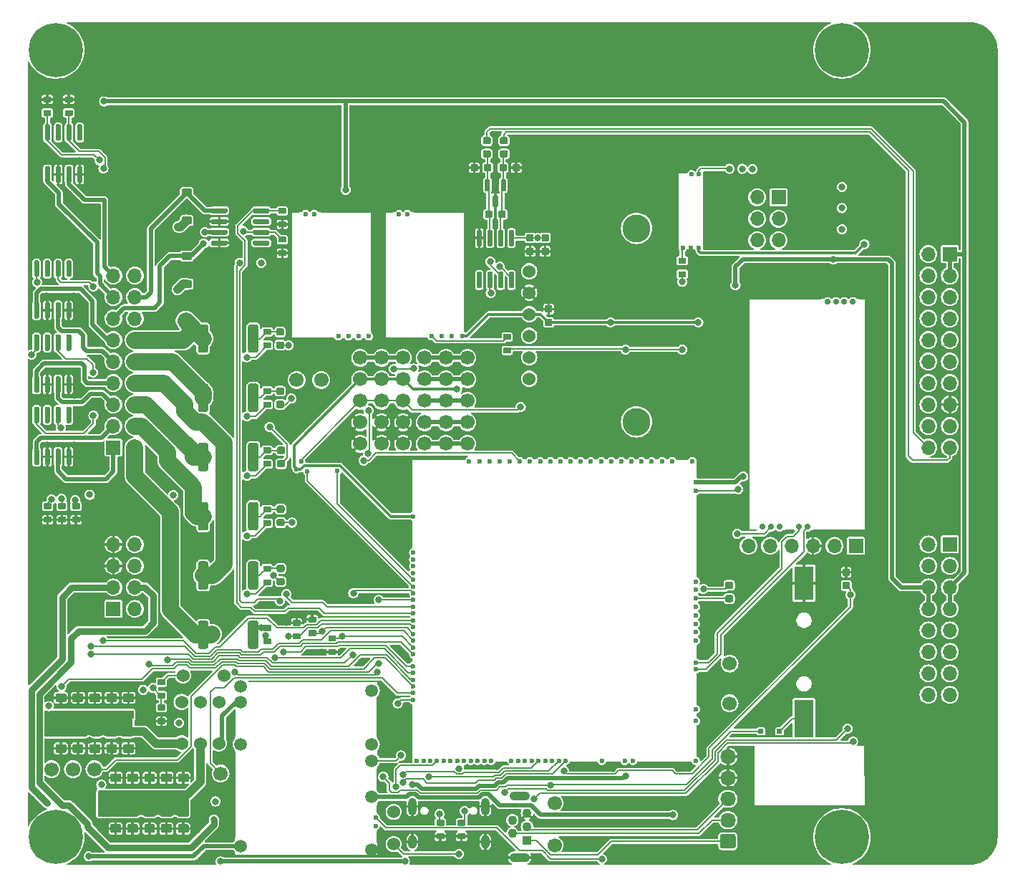
<source format=gbl>
G04 #@! TF.GenerationSoftware,KiCad,Pcbnew,8.0.4*
G04 #@! TF.CreationDate,2024-10-18T14:39:33+02:00*
G04 #@! TF.ProjectId,uefi2,75656669-322e-46b6-9963-61645f706362,C*
G04 #@! TF.SameCoordinates,PX2fb21b8PY98952e8*
G04 #@! TF.FileFunction,Copper,L4,Bot*
G04 #@! TF.FilePolarity,Positive*
%FSLAX46Y46*%
G04 Gerber Fmt 4.6, Leading zero omitted, Abs format (unit mm)*
G04 Created by KiCad (PCBNEW 8.0.4) date 2024-10-18 14:39:33*
%MOMM*%
%LPD*%
G01*
G04 APERTURE LIST*
G04 #@! TA.AperFunction,ComponentPad*
%ADD10C,1.700000*%
G04 #@! TD*
G04 #@! TA.AperFunction,ComponentPad*
%ADD11C,0.700000*%
G04 #@! TD*
G04 #@! TA.AperFunction,SMDPad,CuDef*
%ADD12R,1.100000X0.250000*%
G04 #@! TD*
G04 #@! TA.AperFunction,SMDPad,CuDef*
%ADD13R,0.980000X0.250000*%
G04 #@! TD*
G04 #@! TA.AperFunction,SMDPad,CuDef*
%ADD14R,6.300000X0.250000*%
G04 #@! TD*
G04 #@! TA.AperFunction,SMDPad,CuDef*
%ADD15R,0.250000X27.600000*%
G04 #@! TD*
G04 #@! TA.AperFunction,SMDPad,CuDef*
%ADD16R,8.750000X0.250000*%
G04 #@! TD*
G04 #@! TA.AperFunction,SMDPad,CuDef*
%ADD17R,0.950000X0.250000*%
G04 #@! TD*
G04 #@! TA.AperFunction,ComponentPad*
%ADD18C,0.800000*%
G04 #@! TD*
G04 #@! TA.AperFunction,ComponentPad*
%ADD19C,6.400000*%
G04 #@! TD*
G04 #@! TA.AperFunction,ComponentPad*
%ADD20C,1.524000*%
G04 #@! TD*
G04 #@! TA.AperFunction,ComponentPad*
%ADD21O,1.850000X1.700000*%
G04 #@! TD*
G04 #@! TA.AperFunction,ComponentPad*
%ADD22C,0.600000*%
G04 #@! TD*
G04 #@! TA.AperFunction,SMDPad,CuDef*
%ADD23R,6.185000X0.250000*%
G04 #@! TD*
G04 #@! TA.AperFunction,SMDPad,CuDef*
%ADD24R,1.115000X0.250000*%
G04 #@! TD*
G04 #@! TA.AperFunction,SMDPad,CuDef*
%ADD25R,0.250000X14.275000*%
G04 #@! TD*
G04 #@! TA.AperFunction,SMDPad,CuDef*
%ADD26R,0.250000X15.100000*%
G04 #@! TD*
G04 #@! TA.AperFunction,SMDPad,CuDef*
%ADD27R,5.175000X0.250000*%
G04 #@! TD*
G04 #@! TA.AperFunction,ComponentPad*
%ADD28R,1.100000X1.100000*%
G04 #@! TD*
G04 #@! TA.AperFunction,ComponentPad*
%ADD29C,1.100000*%
G04 #@! TD*
G04 #@! TA.AperFunction,ComponentPad*
%ADD30O,2.400000X1.100000*%
G04 #@! TD*
G04 #@! TA.AperFunction,SMDPad,CuDef*
%ADD31O,1.225000X0.200000*%
G04 #@! TD*
G04 #@! TA.AperFunction,SMDPad,CuDef*
%ADD32O,0.200000X9.300000*%
G04 #@! TD*
G04 #@! TA.AperFunction,ComponentPad*
%ADD33C,1.500000*%
G04 #@! TD*
G04 #@! TA.AperFunction,SMDPad,CuDef*
%ADD34O,0.200000X3.300000*%
G04 #@! TD*
G04 #@! TA.AperFunction,SMDPad,CuDef*
%ADD35O,0.200000X10.200000*%
G04 #@! TD*
G04 #@! TA.AperFunction,SMDPad,CuDef*
%ADD36O,0.200000X0.300000*%
G04 #@! TD*
G04 #@! TA.AperFunction,SMDPad,CuDef*
%ADD37O,17.000000X0.200000*%
G04 #@! TD*
G04 #@! TA.AperFunction,SMDPad,CuDef*
%ADD38O,15.400000X0.200000*%
G04 #@! TD*
G04 #@! TA.AperFunction,SMDPad,CuDef*
%ADD39O,0.200000X4.800000*%
G04 #@! TD*
G04 #@! TA.AperFunction,SMDPad,CuDef*
%ADD40O,0.200000X2.600000*%
G04 #@! TD*
G04 #@! TA.AperFunction,SMDPad,CuDef*
%ADD41O,0.200000X1.000000*%
G04 #@! TD*
G04 #@! TA.AperFunction,SMDPad,CuDef*
%ADD42O,0.200000X1.500000*%
G04 #@! TD*
G04 #@! TA.AperFunction,ComponentPad*
%ADD43C,0.599999*%
G04 #@! TD*
G04 #@! TA.AperFunction,SMDPad,CuDef*
%ADD44R,0.200000X3.700000*%
G04 #@! TD*
G04 #@! TA.AperFunction,SMDPad,CuDef*
%ADD45R,0.200000X0.400000*%
G04 #@! TD*
G04 #@! TA.AperFunction,SMDPad,CuDef*
%ADD46R,0.200000X1.600000*%
G04 #@! TD*
G04 #@! TA.AperFunction,SMDPad,CuDef*
%ADD47R,0.200000X9.700000*%
G04 #@! TD*
G04 #@! TA.AperFunction,SMDPad,CuDef*
%ADD48R,0.200000X2.300000*%
G04 #@! TD*
G04 #@! TA.AperFunction,SMDPad,CuDef*
%ADD49R,1.400000X0.200000*%
G04 #@! TD*
G04 #@! TA.AperFunction,SMDPad,CuDef*
%ADD50R,6.400000X0.200000*%
G04 #@! TD*
G04 #@! TA.AperFunction,SMDPad,CuDef*
%ADD51R,1.700000X0.200000*%
G04 #@! TD*
G04 #@! TA.AperFunction,SMDPad,CuDef*
%ADD52R,3.300000X0.200000*%
G04 #@! TD*
G04 #@! TA.AperFunction,SMDPad,CuDef*
%ADD53R,0.200000X7.000000*%
G04 #@! TD*
G04 #@! TA.AperFunction,SMDPad,CuDef*
%ADD54R,0.200000X3.300000*%
G04 #@! TD*
G04 #@! TA.AperFunction,SMDPad,CuDef*
%ADD55R,0.200000X6.300000*%
G04 #@! TD*
G04 #@! TA.AperFunction,ComponentPad*
%ADD56O,1.000000X2.100000*%
G04 #@! TD*
G04 #@! TA.AperFunction,ComponentPad*
%ADD57O,1.000000X1.600000*%
G04 #@! TD*
G04 #@! TA.AperFunction,ComponentPad*
%ADD58R,1.700000X1.700000*%
G04 #@! TD*
G04 #@! TA.AperFunction,ComponentPad*
%ADD59O,1.700000X1.700000*%
G04 #@! TD*
G04 #@! TA.AperFunction,ComponentPad*
%ADD60C,3.302000*%
G04 #@! TD*
G04 #@! TA.AperFunction,SMDPad,CuDef*
%ADD61R,2.299995X4.399991*%
G04 #@! TD*
G04 #@! TA.AperFunction,SMDPad,CuDef*
%ADD62R,2.299995X3.999992*%
G04 #@! TD*
G04 #@! TA.AperFunction,ViaPad*
%ADD63C,0.800000*%
G04 #@! TD*
G04 #@! TA.AperFunction,Conductor*
%ADD64C,0.200000*%
G04 #@! TD*
G04 #@! TA.AperFunction,Conductor*
%ADD65C,0.800000*%
G04 #@! TD*
G04 #@! TA.AperFunction,Conductor*
%ADD66C,0.300000*%
G04 #@! TD*
G04 #@! TA.AperFunction,Conductor*
%ADD67C,1.000000*%
G04 #@! TD*
G04 #@! TA.AperFunction,Conductor*
%ADD68C,0.500000*%
G04 #@! TD*
G04 #@! TA.AperFunction,Conductor*
%ADD69C,2.000000*%
G04 #@! TD*
G04 #@! TA.AperFunction,Conductor*
%ADD70C,0.150000*%
G04 #@! TD*
G04 APERTURE END LIST*
D10*
G04 #@! TO.P,P8,1,Pin_1*
G04 #@! TO.N,Net-(M6-UART2_TX_(PD5))*
X83187400Y19294600D03*
G04 #@! TD*
D11*
G04 #@! TO.P,M5,E1,LSU_Un*
G04 #@! TO.N,/WBO_Un*
X97762400Y66744600D03*
G04 #@! TO.P,M5,E2,LSU_Vm*
G04 #@! TO.N,/WBO_Vm*
X94762400Y66744600D03*
G04 #@! TO.P,M5,E3,LSU_Ip*
G04 #@! TO.N,/WBO_Ip*
X95762400Y66744600D03*
G04 #@! TO.P,M5,E4,LSU_Rtrim*
G04 #@! TO.N,/WBO_Rtrim*
X96762400Y66744600D03*
D12*
G04 #@! TO.P,M5,G,GND*
G04 #@! TO.N,GND*
X85912400Y39769600D03*
D13*
X90252400Y39769600D03*
D14*
X96212400Y39769600D03*
D15*
X85487400Y53444600D03*
X99237400Y53444600D03*
D16*
X89737400Y67119600D03*
D17*
X98887400Y67119600D03*
D11*
G04 #@! TO.P,M5,W1,V5_IN*
G04 #@! TO.N,+5VA*
X88112400Y40153400D03*
G04 #@! TO.P,M5,W2,CAN_VIO*
G04 #@! TO.N,unconnected-(M5-CAN_VIO-PadW2)*
X89112400Y40153400D03*
G04 #@! TO.P,M5,W3,CANL*
G04 #@! TO.N,/CAN-*
X92408400Y40153400D03*
G04 #@! TO.P,M5,W4,CANH*
G04 #@! TO.N,/CAN+*
X91392400Y40153400D03*
G04 #@! TO.P,M5,W9,VDDA*
G04 #@! TO.N,unconnected-(M5-VDDA-PadW9)*
X87112400Y40153400D03*
G04 #@! TD*
D10*
G04 #@! TO.P,P1,1,Pin_1*
G04 #@! TO.N,Net-(M7-CANL)*
X31987400Y57494600D03*
G04 #@! TD*
G04 #@! TO.P,P2,1,Pin_1*
G04 #@! TO.N,Net-(M7-CANH)*
X34887400Y57494600D03*
G04 #@! TD*
G04 #@! TO.P,P15,1,Pin_1*
G04 #@! TO.N,/DC1_DIR*
X5527400Y11494600D03*
G04 #@! TD*
D18*
G04 #@! TO.P,H1,1*
G04 #@! TO.N,N/C*
X1087400Y96494600D03*
X1790344Y98191656D03*
X1790344Y94797544D03*
X3487400Y98894600D03*
D19*
X3487400Y96494600D03*
D18*
X3487400Y94094600D03*
X5184456Y98191656D03*
X5184456Y94797544D03*
X5887400Y96494600D03*
G04 #@! TD*
G04 #@! TO.P,H4,1*
G04 #@! TO.N,N/C*
X94087400Y96494600D03*
X94790344Y98191656D03*
X94790344Y94797544D03*
X96487400Y98894600D03*
D19*
X96487400Y96494600D03*
D18*
X96487400Y94094600D03*
X98184456Y98191656D03*
X98184456Y94797544D03*
X98887400Y96494600D03*
G04 #@! TD*
D20*
G04 #@! TO.P,F4,1,1*
G04 #@! TO.N,+12V*
X18387400Y19444600D03*
G04 #@! TO.P,F4,2,2*
G04 #@! TO.N,/DC Driver 1/PWR*
X18387400Y14544600D03*
G04 #@! TD*
G04 #@! TO.P,J7,1,Pin_1*
G04 #@! TO.N,/VBUS*
G04 #@! TA.AperFunction,ComponentPad*
G36*
G01*
X83662400Y2144600D02*
X82312400Y2144600D01*
G75*
G02*
X82062400Y2394600I0J250000D01*
G01*
X82062400Y3594600D01*
G75*
G02*
X82312400Y3844600I250000J0D01*
G01*
X83662400Y3844600D01*
G75*
G02*
X83912400Y3594600I0J-250000D01*
G01*
X83912400Y2394600D01*
G75*
G02*
X83662400Y2144600I-250000J0D01*
G01*
G37*
G04 #@! TD.AperFunction*
D21*
G04 #@! TO.P,J7,2,Pin_2*
G04 #@! TO.N,/USB-*
X82987400Y5494600D03*
G04 #@! TO.P,J7,3,Pin_3*
G04 #@! TO.N,/USB+*
X82987400Y7994600D03*
G04 #@! TO.P,J7,4,Pin_4*
G04 #@! TO.N,GND*
X82987400Y10494600D03*
G04 #@! TO.P,J7,5,Pin_5*
X82987400Y12994600D03*
G04 #@! TD*
D10*
G04 #@! TO.P,P4,1,Pin_1*
G04 #@! TO.N,Net-(M6-LED_GREEN)*
X62487400Y7494600D03*
G04 #@! TD*
D18*
G04 #@! TO.P,H2,1*
G04 #@! TO.N,N/C*
X1087400Y3494600D03*
X1790344Y5191656D03*
X1790344Y1797544D03*
X3487400Y5894600D03*
D19*
X3487400Y3494600D03*
D18*
X3487400Y1094600D03*
X5184456Y5191656D03*
X5184456Y1797544D03*
X5887400Y3494600D03*
G04 #@! TD*
D22*
G04 #@! TO.P,M3,E1,Thresh_IN*
G04 #@! TO.N,/VR_DISCRETE_THR*
X49162400Y62669600D03*
G04 #@! TO.P,M3,E2,OUT_A*
G04 #@! TO.N,/VR_DISCRETE_A*
X47962400Y62669600D03*
G04 #@! TO.P,M3,E3,OUT*
G04 #@! TO.N,/VR_DISCRETE*
X50362400Y62669600D03*
G04 #@! TO.P,M3,E4,V5_IN*
G04 #@! TO.N,+5VA*
X51562400Y62669600D03*
D23*
G04 #@! TO.P,M3,G,GND*
G04 #@! TO.N,GND*
X48894900Y77319600D03*
D24*
X42844900Y77319600D03*
D25*
X51862400Y70307100D03*
D26*
X42412400Y69894600D03*
D27*
X44874900Y62469600D03*
D22*
G04 #@! TO.P,M3,W1,VR-*
G04 #@! TO.N,/VR_DISCRETE-*
X45102400Y77094600D03*
G04 #@! TO.P,M3,W2,VR+*
G04 #@! TO.N,/VR_DISCRETE+*
X44102400Y77094600D03*
G04 #@! TD*
D10*
G04 #@! TO.P,P17,1,Pin_1*
G04 #@! TO.N,/DC1_PWM*
X2987400Y11494600D03*
G04 #@! TD*
D28*
G04 #@! TO.P,J8,1,VBUS*
G04 #@! TO.N,/VBUS*
X59237400Y3094600D03*
D29*
G04 #@! TO.P,J8,2,D-*
G04 #@! TO.N,/USB-*
X57487400Y3894600D03*
G04 #@! TO.P,J8,3,D+*
G04 #@! TO.N,/USB+*
X59237400Y4694600D03*
G04 #@! TO.P,J8,4,ID*
G04 #@! TO.N,unconnected-(J8-ID-Pad4)*
X57487400Y5494600D03*
G04 #@! TO.P,J8,5,GND*
G04 #@! TO.N,GND*
X59237400Y6294600D03*
D30*
G04 #@! TO.P,J8,6,Shield*
X58362400Y1044600D03*
X58362400Y8344600D03*
G04 #@! TD*
D20*
G04 #@! TO.P,F3,1,1*
G04 #@! TO.N,+12V*
X20587400Y19444600D03*
G04 #@! TO.P,F3,2,2*
G04 #@! TO.N,/DC Driver 2/PWR*
X20587400Y14544600D03*
G04 #@! TD*
D22*
G04 #@! TO.P,M2,E1,V5A*
G04 #@! TO.N,+5VA*
X79562399Y73119600D03*
D31*
G04 #@! TO.P,M2,E2,GND*
G04 #@! TO.N,GND*
X77587399Y82019600D03*
D32*
X80162399Y77469600D03*
X77062399Y77469600D03*
D22*
X78612399Y73119600D03*
G04 #@! TO.P,M2,E3,OUT_KNOCK*
G04 #@! TO.N,/IN_KNOCK*
X77662401Y73119600D03*
G04 #@! TO.P,M2,W1,IN_KNOCK*
G04 #@! TO.N,/IN_KNOCK_RAW*
X78662399Y81819600D03*
G04 #@! TO.P,M2,W2,VREF*
G04 #@! TO.N,/VREF1*
X79562399Y81819600D03*
G04 #@! TD*
D10*
G04 #@! TO.P,P18,1,Pin_1*
G04 #@! TO.N,/DC2_PWM*
X22987400Y10994600D03*
G04 #@! TD*
D33*
G04 #@! TO.P,M1,E1,VBAT*
G04 #@! TO.N,/VBAT*
X40862395Y20819599D03*
G04 #@! TO.P,M1,E2,V12*
G04 #@! TO.N,unconnected-(M1-V12-PadE2)*
X40862395Y14419602D03*
G04 #@! TO.P,M1,E3,VIGN*
G04 #@! TO.N,/VIGN*
X40862395Y12519599D03*
G04 #@! TO.P,M1,E4,V5*
G04 #@! TO.N,+5V*
X40862395Y8219599D03*
D22*
G04 #@! TO.P,M1,E5,EN_5VP*
G04 #@! TO.N,/PWR_EN*
X41312394Y5819602D03*
G04 #@! TO.P,M1,E6,PG_5VP*
G04 #@! TO.N,Net-(M1-PG_5VP)*
X41312394Y4819601D03*
D34*
G04 #@! TO.P,M1,S1,GND*
G04 #@! TO.N,GND*
X24712399Y16969599D03*
D35*
X24712399Y8469601D03*
D36*
X24712399Y1369599D03*
D37*
X33112397Y1319599D03*
D38*
X33912398Y21919599D03*
D33*
X40862395Y1969599D03*
D36*
X41512396Y21869599D03*
D39*
X41512396Y17669601D03*
D40*
X41512396Y10319599D03*
D41*
X41512396Y6819602D03*
D42*
X41512396Y3519601D03*
D33*
G04 #@! TO.P,M1,V1,V12_PERM*
G04 #@! TO.N,+12V_RAW*
X25362398Y21269601D03*
G04 #@! TO.P,M1,V2,IN_VIGN*
G04 #@! TO.N,/IN_VIGN*
X25362398Y19419602D03*
G04 #@! TO.P,M1,V3,V12_RAW*
G04 #@! TO.N,+12V_RAW*
X25362398Y14469599D03*
G04 #@! TO.P,M1,V4,5VP*
G04 #@! TO.N,+5VP*
X25362398Y2419601D03*
G04 #@! TD*
D43*
G04 #@! TO.P,M7,V1,V5*
G04 #@! TO.N,+5VA*
X31987399Y46969601D03*
G04 #@! TO.P,M7,V2,CAN_VIO*
G04 #@! TO.N,+3.3VA*
X32512399Y47844603D03*
G04 #@! TO.P,M7,V5,CAN_TX*
G04 #@! TO.N,Net-(M6-SPI2_SCK_{slash}_CAN2_TX_(PB13))*
X33262397Y46669599D03*
G04 #@! TO.P,M7,V6,CAN_RX*
G04 #@! TO.N,Net-(M6-SPI2_CS_{slash}_CAN2_RX_(PB12))*
X36812398Y46744602D03*
G04 #@! TD*
D20*
G04 #@! TO.P,F1,1,1*
G04 #@! TO.N,/12V_KEY*
X22787400Y19444600D03*
G04 #@! TO.P,F1,2,2*
G04 #@! TO.N,/IN_VIGN*
X22787400Y14544600D03*
G04 #@! TD*
D10*
G04 #@! TO.P,G3,1*
G04 #@! TO.N,GND*
X39487400Y49954600D03*
G04 #@! TO.P,G3,2*
X39487400Y52494600D03*
G04 #@! TO.P,G3,3*
G04 #@! TO.N,+3.3VA*
X39487400Y55034600D03*
G04 #@! TO.P,G3,4*
G04 #@! TO.N,+5VA*
X39487400Y57574600D03*
G04 #@! TO.P,G3,5*
G04 #@! TO.N,+12V_RAW*
X39487400Y60114600D03*
G04 #@! TO.P,G3,6*
G04 #@! TO.N,GND*
X42027400Y49954600D03*
G04 #@! TO.P,G3,7*
X42027400Y52494600D03*
G04 #@! TO.P,G3,8*
G04 #@! TO.N,+3.3VA*
X42027400Y55034600D03*
G04 #@! TO.P,G3,9*
G04 #@! TO.N,+5VA*
X42027400Y57574600D03*
G04 #@! TO.P,G3,10*
G04 #@! TO.N,+12V_RAW*
X42027400Y60114600D03*
G04 #@! TO.P,G3,11*
G04 #@! TO.N,GND*
X44567400Y49954600D03*
G04 #@! TO.P,G3,12*
X44567400Y52494600D03*
G04 #@! TO.P,G3,13*
G04 #@! TO.N,+3.3VA*
X44567400Y55034600D03*
G04 #@! TO.P,G3,14*
G04 #@! TO.N,+5VA*
X44567400Y57574600D03*
G04 #@! TO.P,G3,15*
G04 #@! TO.N,+12V_RAW*
X44567400Y60114600D03*
G04 #@! TD*
G04 #@! TO.P,P3,1,Pin_1*
G04 #@! TO.N,Net-(M6-LED_YELLOW)*
X62487400Y2494600D03*
G04 #@! TD*
D20*
G04 #@! TO.P,R4,1,1*
G04 #@! TO.N,Net-(M1-PG_5VP)*
X43462009Y6469209D03*
G04 #@! TO.P,R4,2,2*
G04 #@! TO.N,/PG_5VP*
X43462009Y2659209D03*
G04 #@! TD*
D10*
G04 #@! TO.P,P7,1,Pin_1*
G04 #@! TO.N,Net-(M6-UART2_RX_(PD6))*
X83187400Y23994600D03*
G04 #@! TD*
D22*
G04 #@! TO.P,M6,E1,V5A_SWITCHABLE*
G04 #@! TO.N,+5VA*
X45787410Y41394600D03*
G04 #@! TO.P,M6,E2,GNDA*
G04 #@! TO.N,unconnected-(M6-GNDA-PadE2)*
X45787400Y37094600D03*
G04 #@! TO.P,M6,E3,I2C_SCL_(PB10)*
G04 #@! TO.N,unconnected-(M6-I2C_SCL_(PB10)-PadE3)*
X45787400Y36294610D03*
G04 #@! TO.P,M6,E4,I2C_SDA_(PB11)*
G04 #@! TO.N,unconnected-(M6-I2C_SDA_(PB11)-PadE4)*
X45787400Y35494600D03*
G04 #@! TO.P,M6,E5,IN_VIGN_(PA5)*
G04 #@! TO.N,/VIGN*
X45787400Y34694600D03*
G04 #@! TO.P,M6,E6,SPI2_CS_/_CAN2_RX_(PB12)*
G04 #@! TO.N,Net-(M6-SPI2_CS_{slash}_CAN2_RX_(PB12))*
X45787400Y33894600D03*
G04 #@! TO.P,M6,E7,SPI2_SCK_/_CAN2_TX_(PB13)*
G04 #@! TO.N,Net-(M6-SPI2_SCK_{slash}_CAN2_TX_(PB13))*
X45787400Y33094600D03*
G04 #@! TO.P,M6,E8,SPI2_MISO_(PB14)*
G04 #@! TO.N,/DC1_DIS*
X45787400Y32294600D03*
G04 #@! TO.P,M6,E9,SPI2_MOSI_(PB15)*
G04 #@! TO.N,/DC2_DIR*
X45787400Y31494600D03*
G04 #@! TO.P,M6,E10,OUT_INJ8_(PD12)*
G04 #@! TO.N,/LS2*
X45787400Y30694600D03*
G04 #@! TO.P,M6,E11,OUT_INJ7_(PD15)*
G04 #@! TO.N,/LS1*
X45787400Y29894600D03*
G04 #@! TO.P,M6,E12,OUT_INJ6_(PA8)*
G04 #@! TO.N,/INJ6*
X45787400Y29094600D03*
G04 #@! TO.P,M6,E13,OUT_INJ5_(PD2)*
G04 #@! TO.N,/INJ5*
X45787400Y28294600D03*
G04 #@! TO.P,M6,E14,OUT_INJ4_(PD10)*
G04 #@! TO.N,/INJ4*
X45787400Y27494600D03*
G04 #@! TO.P,M6,E15,OUT_INJ3_(PD11)*
G04 #@! TO.N,/INJ3*
X45787400Y26694600D03*
G04 #@! TO.P,M6,E16,OUT_INJ2_(PA9)*
G04 #@! TO.N,/INJ2*
X45787410Y25894610D03*
G04 #@! TO.P,M6,E17,OUT_INJ1_(PD3)*
G04 #@! TO.N,/INJ1*
X45787400Y25094600D03*
G04 #@! TO.P,M6,E18,OUT_PWM1_(PD13)*
G04 #@! TO.N,/LS3*
X45787400Y23694600D03*
G04 #@! TO.P,M6,E19,OUT_PWM2_(PC6)*
G04 #@! TO.N,/LS4*
X45787400Y22894610D03*
G04 #@! TO.P,M6,E20,OUT_PWM3_(PC7)*
G04 #@! TO.N,/DC1_PWM*
X45787400Y22094610D03*
G04 #@! TO.P,M6,E21,OUT_PWM4_(PC8)*
G04 #@! TO.N,/DC1_DIR*
X45787400Y21294610D03*
G04 #@! TO.P,M6,E22,OUT_PWM5_(PC9)*
G04 #@! TO.N,/DC2_PWM*
X45787400Y20494610D03*
G04 #@! TO.P,M6,E23,OUT_PWM6_(PD14)*
G04 #@! TO.N,/VR_DISCRETE_THR*
X45787400Y19694600D03*
D44*
G04 #@! TO.P,M6,G,GND*
G04 #@! TO.N,GND*
X79387410Y14844610D03*
D45*
X79387410Y17894600D03*
D44*
X79387410Y20944610D03*
D46*
X79387410Y25394600D03*
D47*
X79387410Y39044600D03*
D48*
X79387410Y47044600D03*
D49*
X77587400Y48094610D03*
D50*
X75487410Y12294610D03*
D51*
X69437410Y12294610D03*
D52*
X65937410Y12294610D03*
D49*
X56187410Y12294610D03*
D50*
X48687410Y48094610D03*
D53*
X45587400Y15694590D03*
D45*
X45587400Y24394610D03*
D54*
X45587400Y39244610D03*
D55*
X45587400Y45044610D03*
D22*
G04 #@! TO.P,M6,N1,VBUS*
G04 #@! TO.N,/VBUS*
X46187400Y12494600D03*
G04 #@! TO.P,M6,N2,USBM_(PA11)*
G04 #@! TO.N,/USB-*
X46987400Y12494600D03*
G04 #@! TO.P,M6,N3,USBP_(PA12)*
G04 #@! TO.N,/USB+*
X47787400Y12494600D03*
G04 #@! TO.P,M6,N4,USBID_(PA10)*
G04 #@! TO.N,/DC2_DIS*
X48587410Y12494600D03*
G04 #@! TO.P,M6,N5,SWDIO_(PA13)*
G04 #@! TO.N,unconnected-(M6-SWDIO_(PA13)-PadN5)*
X49387400Y12494600D03*
G04 #@! TO.P,M6,N6,SWCLK_(PA14)*
G04 #@! TO.N,unconnected-(M6-SWCLK_(PA14)-PadN6)*
X50187400Y12494600D03*
G04 #@! TO.P,M6,N7,nReset*
G04 #@! TO.N,unconnected-(M6-nReset-PadN7)*
X50987400Y12494600D03*
G04 #@! TO.P,M6,N8,SWO_(PB3)*
G04 #@! TO.N,unconnected-(M6-SWO_(PB3)-PadN8)*
X51787410Y12494600D03*
G04 #@! TO.P,M6,N9,SPI3_CS_(PA15)*
G04 #@! TO.N,/EGT/SPI_CS*
X52587400Y12494610D03*
G04 #@! TO.P,M6,N10,SPI3_SCK_(PC10)*
G04 #@! TO.N,/EGT/SPI_SCK*
X53387400Y12494610D03*
G04 #@! TO.P,M6,N11,SPI3_MISO_(PC11)*
G04 #@! TO.N,/EGT/SPI_SO*
X54187400Y12494610D03*
G04 #@! TO.P,M6,N12,SPI3_MOSI_(PC12)*
G04 #@! TO.N,/PG_5VP*
X54987400Y12494610D03*
G04 #@! TO.P,M6,N13,UART2_TX_(PD5)*
G04 #@! TO.N,Net-(M6-UART2_TX_(PD5))*
X57387410Y12494610D03*
G04 #@! TO.P,M6,N14,UART2_RX_(PD6)*
G04 #@! TO.N,Net-(M6-UART2_RX_(PD6))*
X58187410Y12494610D03*
G04 #@! TO.P,M6,N14a,LED_GREEN*
G04 #@! TO.N,Net-(M6-LED_GREEN)*
X58987400Y12494600D03*
G04 #@! TO.P,M6,N14b,LED_YELLOW*
G04 #@! TO.N,Net-(M6-LED_YELLOW)*
X59787410Y12494600D03*
G04 #@! TO.P,M6,N15,V33_SWITCHABLE*
G04 #@! TO.N,+3.3VA*
X60587410Y12494600D03*
G04 #@! TO.P,M6,N16,BOOT0*
G04 #@! TO.N,unconnected-(M6-BOOT0-PadN16)*
X61387410Y12494600D03*
G04 #@! TO.P,M6,N17,VBAT*
G04 #@! TO.N,/VBAT*
X62187410Y12494600D03*
G04 #@! TO.P,M6,N18,UART8_RX_(PE0)*
G04 #@! TO.N,/VR_DISCRETE*
X62987410Y12494610D03*
G04 #@! TO.P,M6,N19,UART8_TX_(PE1)*
G04 #@! TO.N,/VR_MAX9924*
X63787410Y12494610D03*
G04 #@! TO.P,M6,N20,OUT_PWR_EN_(PE10)*
G04 #@! TO.N,/PWR_EN*
X68087410Y12494610D03*
G04 #@! TO.P,M6,N21,V33*
G04 #@! TO.N,+3.3V*
X70787410Y12494610D03*
G04 #@! TO.P,M6,N22,VCC*
G04 #@! TO.N,+5V*
X71787400Y12494610D03*
G04 #@! TO.P,M6,N23,V33*
G04 #@! TO.N,unconnected-(M6-V33-PadN23)*
X79187410Y12494610D03*
G04 #@! TO.P,M6,S1,IN_D4_(PE15)*
G04 #@! TO.N,/IN_BUTTON3*
X52387390Y47894610D03*
G04 #@! TO.P,M6,S2,IN_D3_(PE14)*
G04 #@! TO.N,/IN_HALL3*
X53587400Y47894610D03*
G04 #@! TO.P,M6,S3,IN_D2_(PE13)*
G04 #@! TO.N,/IN_HALL2*
X54787400Y47894610D03*
G04 #@! TO.P,M6,S4,IN_D1_(PE12)*
G04 #@! TO.N,/IN_HALL1*
X55987400Y47894610D03*
G04 #@! TO.P,M6,S5,VREF2*
G04 #@! TO.N,unconnected-(M6-VREF2-PadS5)*
X57187400Y47894610D03*
G04 #@! TO.P,M6,S6,IN_AUX4_(PC5)*
G04 #@! TO.N,/IN_VMAIN*
X58387400Y47894610D03*
G04 #@! TO.P,M6,S7,IN_AUX3_(PA7)*
G04 #@! TO.N,/IN_AUX3*
X59587400Y47894610D03*
G04 #@! TO.P,M6,S8,IN_AUX2_(PC4/PE9)*
G04 #@! TO.N,/IN_PPS2*
X60787400Y47894610D03*
G04 #@! TO.P,M6,S9,IN_AUX1_(PB0)*
G04 #@! TO.N,/IN_TPS2*
X61987400Y47894610D03*
G04 #@! TO.P,M6,S10,IN_O2S2_(PA1)*
G04 #@! TO.N,/IN_AUX2*
X63187400Y47894610D03*
G04 #@! TO.P,M6,S11,IN_O2S_/_CAN_WAKEUP_(PA0)*
G04 #@! TO.N,/IN_AUX1*
X64387400Y47894610D03*
G04 #@! TO.P,M6,S12,IN_MAP2_(PC1)*
G04 #@! TO.N,/INTERNAL_MAP*
X65587400Y47894610D03*
G04 #@! TO.P,M6,S13,IN_MAP1_(PC0)*
G04 #@! TO.N,/IN_MAP*
X66787400Y47894610D03*
G04 #@! TO.P,M6,S14,IN_CRANK_(PB1)*
G04 #@! TO.N,/IN_BUTTON1*
X67987400Y47894610D03*
G04 #@! TO.P,M6,S15,IN_KNOCK_(PA2)*
G04 #@! TO.N,/ADC3*
X69187400Y47894610D03*
G04 #@! TO.P,M6,S16,IN_CAM_(PA6)*
G04 #@! TO.N,/IN_BUTTON2*
X70387400Y47894610D03*
G04 #@! TO.P,M6,S17,IN_VSS_(PE11)*
G04 #@! TO.N,/IN_FLEX*
X71587400Y47894610D03*
G04 #@! TO.P,M6,S18,IN_TPS_(PA4)*
G04 #@! TO.N,/IN_TPS1*
X72787410Y47894610D03*
G04 #@! TO.P,M6,S19,IN_PPS_(PA3)*
G04 #@! TO.N,/IN_PPS1*
X73987410Y47894610D03*
G04 #@! TO.P,M6,S20,IN_IAT_(PC3)*
G04 #@! TO.N,/IN_IAT*
X75187410Y47894610D03*
G04 #@! TO.P,M6,S21,IN_CLT_(PC2)*
G04 #@! TO.N,/IN_CLT*
X76387410Y47894610D03*
G04 #@! TO.P,M6,S22,VREF1*
G04 #@! TO.N,/VREF1*
X78787410Y47894610D03*
G04 #@! TO.P,M6,W1,GNDA*
G04 #@! TO.N,GNDA*
X79187410Y45394600D03*
G04 #@! TO.P,M6,W2,V5A_SWITCHABLE*
G04 #@! TO.N,+5VA*
X79187410Y44394600D03*
G04 #@! TO.P,M6,W3,IGN8_(PE6)*
G04 #@! TO.N,/LS_HOT2*
X79187410Y33694610D03*
G04 #@! TO.P,M6,W4,IGN7_(PB9)*
G04 #@! TO.N,/LS_HOT1*
X79187410Y32694600D03*
G04 #@! TO.P,M6,W5,IGN6_(PB8)*
G04 #@! TO.N,/IGN6*
X79187410Y31694610D03*
G04 #@! TO.P,M6,W6,IGN5_(PE2)*
G04 #@! TO.N,/IGN5*
X79187410Y30694610D03*
G04 #@! TO.P,M6,W7,IGN4_(PE3)*
G04 #@! TO.N,/IGN4*
X79187410Y29694610D03*
G04 #@! TO.P,M6,W8,IGN3_(PE4)*
G04 #@! TO.N,/IGN3*
X79187410Y28694610D03*
G04 #@! TO.P,M6,W9,IGN2_(PE5)*
G04 #@! TO.N,/IGN2*
X79187410Y27694610D03*
G04 #@! TO.P,M6,W10,IGN1_(PC13)*
G04 #@! TO.N,/IGN1*
X79187410Y26694610D03*
G04 #@! TO.P,M6,W11,CANH*
G04 #@! TO.N,/CAN+*
X79187410Y24094610D03*
G04 #@! TO.P,M6,W12,CANL*
G04 #@! TO.N,/CAN-*
X79187410Y23294610D03*
G04 #@! TO.P,M6,W13,V33_REF*
G04 #@! TO.N,unconnected-(M6-V33_REF-PadW13)*
X79187410Y18594600D03*
G04 #@! TO.P,M6,W14,V5A_SWITCHABLE*
G04 #@! TO.N,unconnected-(M6-V5A_SWITCHABLE-PadW14)*
X79187410Y17194610D03*
G04 #@! TD*
D56*
G04 #@! TO.P,J9,S1,SHIELD*
G04 #@! TO.N,GND*
X45667400Y7099600D03*
D57*
X45667400Y2919600D03*
D56*
X54307400Y7099600D03*
D57*
X54307400Y2919600D03*
G04 #@! TD*
D18*
G04 #@! TO.P,H3,1*
G04 #@! TO.N,N/C*
X94087400Y3494600D03*
X94790344Y5191656D03*
X94790344Y1797544D03*
X96487400Y5894600D03*
D19*
X96487400Y3494600D03*
D18*
X96487400Y1094600D03*
X98184456Y5191656D03*
X98184456Y1797544D03*
X98887400Y3494600D03*
G04 #@! TD*
D22*
G04 #@! TO.P,M4,E1,NC*
G04 #@! TO.N,unconnected-(M4-NC-PadE1)*
X38112400Y62669600D03*
G04 #@! TO.P,M4,E2,NC*
G04 #@! TO.N,unconnected-(M4-NC-PadE2)*
X36912400Y62669600D03*
G04 #@! TO.P,M4,E3,OUT*
G04 #@! TO.N,/VR_MAX9924*
X39312400Y62669600D03*
G04 #@! TO.P,M4,E4,V5_IN*
G04 #@! TO.N,+5VA*
X40512400Y62669600D03*
D23*
G04 #@! TO.P,M4,G,GND*
G04 #@! TO.N,GND*
X37844900Y77319600D03*
D24*
X31794900Y77319600D03*
D25*
X40812400Y70307100D03*
D26*
X31362400Y69894600D03*
D27*
X33824900Y62469600D03*
D22*
G04 #@! TO.P,M4,W1,VR-*
G04 #@! TO.N,/VR_MAX9924-*
X34052400Y77094600D03*
G04 #@! TO.P,M4,W2,VR+*
G04 #@! TO.N,/VR_MAX9924+*
X33052400Y77094600D03*
G04 #@! TD*
D20*
G04 #@! TO.P,F2,1,1*
G04 #@! TO.N,+12V*
X18537400Y22594600D03*
G04 #@! TO.P,F2,2,2*
G04 #@! TO.N,+12V_RAW*
X23437400Y22594600D03*
G04 #@! TD*
D58*
G04 #@! TO.P,J6,1,Pin_1*
G04 #@! TO.N,Net-(J6-Pin_1)*
X98137400Y37894600D03*
D59*
G04 #@! TO.P,J6,2,Pin_2*
G04 #@! TO.N,Net-(J6-Pin_2)*
X95597400Y37894600D03*
G04 #@! TO.P,J6,3,Pin_3*
G04 #@! TO.N,GND*
X93057400Y37894600D03*
G04 #@! TO.P,J6,4,Pin_4*
G04 #@! TO.N,Net-(J6-Pin_4)*
X90517400Y37894600D03*
G04 #@! TO.P,J6,5,Pin_5*
G04 #@! TO.N,Net-(J6-Pin_5)*
X87977400Y37894600D03*
G04 #@! TO.P,J6,6,Pin_6*
G04 #@! TO.N,unconnected-(J6-Pin_6-Pad6)*
X85437400Y37894600D03*
G04 #@! TD*
D60*
G04 #@! TO.P,U3,*
G04 #@! TO.N,*
X72190650Y75424600D03*
X72190650Y52564600D03*
D20*
G04 #@! TO.P,U3,1,VOUT*
G04 #@! TO.N,/INTERNAL_MAP*
X59490650Y70344600D03*
G04 #@! TO.P,U3,2,GND*
G04 #@! TO.N,GND*
X59490650Y67804600D03*
G04 #@! TO.P,U3,3,VCC*
G04 #@! TO.N,+5VA*
X59490650Y65264600D03*
G04 #@! TO.P,U3,4,V1*
G04 #@! TO.N,unconnected-(U3-V1-Pad4)*
X59490650Y62724600D03*
G04 #@! TO.P,U3,5,V2*
G04 #@! TO.N,unconnected-(U3-V2-Pad5)*
X59490650Y60184600D03*
G04 #@! TO.P,U3,6,V_EX*
G04 #@! TO.N,unconnected-(U3-V_EX-Pad6)*
X59490650Y57644600D03*
G04 #@! TD*
D10*
G04 #@! TO.P,P16,1,Pin_1*
G04 #@! TO.N,/DC2_DIR*
X8067400Y11494600D03*
G04 #@! TD*
G04 #@! TO.P,G4,1*
G04 #@! TO.N,Net-(G4-Pad1)*
X47107400Y49954600D03*
G04 #@! TO.P,G4,2*
G04 #@! TO.N,Net-(G4-Pad12)*
X47107400Y52494600D03*
G04 #@! TO.P,G4,3*
G04 #@! TO.N,Net-(G4-Pad13)*
X47107400Y55034600D03*
G04 #@! TO.P,G4,4*
G04 #@! TO.N,Net-(G4-Pad14)*
X47107400Y57574600D03*
G04 #@! TO.P,G4,5*
G04 #@! TO.N,Net-(G4-Pad10)*
X47107400Y60114600D03*
G04 #@! TO.P,G4,6*
G04 #@! TO.N,Net-(G4-Pad1)*
X49647400Y49954600D03*
G04 #@! TO.P,G4,7*
G04 #@! TO.N,Net-(G4-Pad12)*
X49647400Y52494600D03*
G04 #@! TO.P,G4,8*
G04 #@! TO.N,Net-(G4-Pad13)*
X49647400Y55034600D03*
G04 #@! TO.P,G4,9*
G04 #@! TO.N,Net-(G4-Pad14)*
X49647400Y57574600D03*
G04 #@! TO.P,G4,10*
G04 #@! TO.N,Net-(G4-Pad10)*
X49647400Y60114600D03*
G04 #@! TO.P,G4,11*
G04 #@! TO.N,Net-(G4-Pad1)*
X52187400Y49954600D03*
G04 #@! TO.P,G4,12*
G04 #@! TO.N,Net-(G4-Pad12)*
X52187400Y52494600D03*
G04 #@! TO.P,G4,13*
G04 #@! TO.N,Net-(G4-Pad13)*
X52187400Y55034600D03*
G04 #@! TO.P,G4,14*
G04 #@! TO.N,Net-(G4-Pad14)*
X52187400Y57574600D03*
G04 #@! TO.P,G4,15*
G04 #@! TO.N,Net-(G4-Pad10)*
X52187400Y60114600D03*
G04 #@! TD*
G04 #@! TO.P,D8,1,K*
G04 #@! TO.N,Net-(U4-T-)*
G04 #@! TA.AperFunction,SMDPad,CuDef*
G36*
G01*
X54387400Y81251623D02*
X54687400Y81251623D01*
G75*
G02*
X54837400Y81101623I0J-150000D01*
G01*
X54837400Y79926623D01*
G75*
G02*
X54687400Y79776623I-150000J0D01*
G01*
X54387400Y79776623D01*
G75*
G02*
X54237400Y79926623I0J150000D01*
G01*
X54237400Y81101623D01*
G75*
G02*
X54387400Y81251623I150000J0D01*
G01*
G37*
G04 #@! TD.AperFunction*
G04 #@! TO.P,D8,2,K*
G04 #@! TO.N,Net-(U4-T+)*
G04 #@! TA.AperFunction,SMDPad,CuDef*
G36*
G01*
X56287400Y81251623D02*
X56587400Y81251623D01*
G75*
G02*
X56737400Y81101623I0J-150000D01*
G01*
X56737400Y79926623D01*
G75*
G02*
X56587400Y79776623I-150000J0D01*
G01*
X56287400Y79776623D01*
G75*
G02*
X56137400Y79926623I0J150000D01*
G01*
X56137400Y81101623D01*
G75*
G02*
X56287400Y81251623I150000J0D01*
G01*
G37*
G04 #@! TD.AperFunction*
G04 #@! TO.P,D8,3,A*
G04 #@! TO.N,GND*
G04 #@! TA.AperFunction,SMDPad,CuDef*
G36*
G01*
X55337400Y79376623D02*
X55637400Y79376623D01*
G75*
G02*
X55787400Y79226623I0J-150000D01*
G01*
X55787400Y78051623D01*
G75*
G02*
X55637400Y77901623I-150000J0D01*
G01*
X55337400Y77901623D01*
G75*
G02*
X55187400Y78051623I0J150000D01*
G01*
X55187400Y79226623D01*
G75*
G02*
X55337400Y79376623I150000J0D01*
G01*
G37*
G04 #@! TD.AperFunction*
G04 #@! TD*
G04 #@! TO.P,C10,1*
G04 #@! TO.N,GND*
G04 #@! TA.AperFunction,SMDPad,CuDef*
G36*
G01*
X12637400Y13454600D02*
X11587400Y13454600D01*
G75*
G02*
X11487400Y13554600I0J100000D01*
G01*
X11487400Y14354600D01*
G75*
G02*
X11587400Y14454600I100000J0D01*
G01*
X12637400Y14454600D01*
G75*
G02*
X12737400Y14354600I0J-100000D01*
G01*
X12737400Y13554600D01*
G75*
G02*
X12637400Y13454600I-100000J0D01*
G01*
G37*
G04 #@! TD.AperFunction*
G04 #@! TO.P,C10,2*
G04 #@! TO.N,/DC Driver 1/PWR*
G04 #@! TA.AperFunction,SMDPad,CuDef*
G36*
G01*
X12637400Y15454600D02*
X11587400Y15454600D01*
G75*
G02*
X11487400Y15554600I0J100000D01*
G01*
X11487400Y16354600D01*
G75*
G02*
X11587400Y16454600I100000J0D01*
G01*
X12637400Y16454600D01*
G75*
G02*
X12737400Y16354600I0J-100000D01*
G01*
X12737400Y15554600D01*
G75*
G02*
X12637400Y15454600I-100000J0D01*
G01*
G37*
G04 #@! TD.AperFunction*
G04 #@! TD*
G04 #@! TO.P,C27,1*
G04 #@! TO.N,GND*
G04 #@! TA.AperFunction,SMDPad,CuDef*
G36*
G01*
X61447400Y66309601D02*
X62127400Y66309601D01*
G75*
G02*
X62212400Y66224601I0J-85000D01*
G01*
X62212400Y65544601D01*
G75*
G02*
X62127400Y65459601I-85000J0D01*
G01*
X61447400Y65459601D01*
G75*
G02*
X61362400Y65544601I0J85000D01*
G01*
X61362400Y66224601D01*
G75*
G02*
X61447400Y66309601I85000J0D01*
G01*
G37*
G04 #@! TD.AperFunction*
G04 #@! TO.P,C27,2*
G04 #@! TO.N,+5VA*
G04 #@! TA.AperFunction,SMDPad,CuDef*
G36*
G01*
X61447400Y64729599D02*
X62127400Y64729599D01*
G75*
G02*
X62212400Y64644599I0J-85000D01*
G01*
X62212400Y63964599D01*
G75*
G02*
X62127400Y63879599I-85000J0D01*
G01*
X61447400Y63879599D01*
G75*
G02*
X61362400Y63964599I0J85000D01*
G01*
X61362400Y64644599D01*
G75*
G02*
X61447400Y64729599I85000J0D01*
G01*
G37*
G04 #@! TD.AperFunction*
G04 #@! TD*
G04 #@! TO.P,D4,1,K*
G04 #@! TO.N,+12V_RAW*
G04 #@! TA.AperFunction,SMDPad,CuDef*
G36*
G01*
X19497400Y75894600D02*
X18477400Y75894600D01*
G75*
G02*
X18387400Y75984600I0J90000D01*
G01*
X18387400Y76704600D01*
G75*
G02*
X18477400Y76794600I90000J0D01*
G01*
X19497400Y76794600D01*
G75*
G02*
X19587400Y76704600I0J-90000D01*
G01*
X19587400Y75984600D01*
G75*
G02*
X19497400Y75894600I-90000J0D01*
G01*
G37*
G04 #@! TD.AperFunction*
G04 #@! TO.P,D4,2,A*
G04 #@! TO.N,/OUT_LS3*
G04 #@! TA.AperFunction,SMDPad,CuDef*
G36*
G01*
X19497400Y79194600D02*
X18477400Y79194600D01*
G75*
G02*
X18387400Y79284600I0J90000D01*
G01*
X18387400Y80004600D01*
G75*
G02*
X18477400Y80094600I90000J0D01*
G01*
X19497400Y80094600D01*
G75*
G02*
X19587400Y80004600I0J-90000D01*
G01*
X19587400Y79284600D01*
G75*
G02*
X19497400Y79194600I-90000J0D01*
G01*
G37*
G04 #@! TD.AperFunction*
G04 #@! TD*
D61*
G04 #@! TO.P,BT1,1,+*
G04 #@! TO.N,Net-(BT1-+)*
X91987400Y17494648D03*
D62*
G04 #@! TO.P,BT1,2,-*
G04 #@! TO.N,GND*
X91987400Y33494667D03*
G04 #@! TD*
G04 #@! TO.P,U10,1,IN1*
G04 #@! TO.N,/INJ3*
G04 #@! TA.AperFunction,SMDPad,CuDef*
G36*
G01*
X1082400Y62894600D02*
X1382400Y62894600D01*
G75*
G02*
X1532400Y62744600I0J-150000D01*
G01*
X1532400Y61094600D01*
G75*
G02*
X1382400Y60944600I-150000J0D01*
G01*
X1082400Y60944600D01*
G75*
G02*
X932400Y61094600I0J150000D01*
G01*
X932400Y62744600D01*
G75*
G02*
X1082400Y62894600I150000J0D01*
G01*
G37*
G04 #@! TD.AperFunction*
G04 #@! TO.P,U10,2,STATUS1*
G04 #@! TO.N,unconnected-(U10-STATUS1-Pad2)*
G04 #@! TA.AperFunction,SMDPad,CuDef*
G36*
G01*
X2352400Y62894600D02*
X2652400Y62894600D01*
G75*
G02*
X2802400Y62744600I0J-150000D01*
G01*
X2802400Y61094600D01*
G75*
G02*
X2652400Y60944600I-150000J0D01*
G01*
X2352400Y60944600D01*
G75*
G02*
X2202400Y61094600I0J150000D01*
G01*
X2202400Y62744600D01*
G75*
G02*
X2352400Y62894600I150000J0D01*
G01*
G37*
G04 #@! TD.AperFunction*
G04 #@! TO.P,U10,3,IN2*
G04 #@! TO.N,/INJ4*
G04 #@! TA.AperFunction,SMDPad,CuDef*
G36*
G01*
X3622400Y62894600D02*
X3922400Y62894600D01*
G75*
G02*
X4072400Y62744600I0J-150000D01*
G01*
X4072400Y61094600D01*
G75*
G02*
X3922400Y60944600I-150000J0D01*
G01*
X3622400Y60944600D01*
G75*
G02*
X3472400Y61094600I0J150000D01*
G01*
X3472400Y62744600D01*
G75*
G02*
X3622400Y62894600I150000J0D01*
G01*
G37*
G04 #@! TD.AperFunction*
G04 #@! TO.P,U10,4,STATUS2*
G04 #@! TO.N,unconnected-(U10-STATUS2-Pad4)*
G04 #@! TA.AperFunction,SMDPad,CuDef*
G36*
G01*
X4892400Y62894600D02*
X5192400Y62894600D01*
G75*
G02*
X5342400Y62744600I0J-150000D01*
G01*
X5342400Y61094600D01*
G75*
G02*
X5192400Y60944600I-150000J0D01*
G01*
X4892400Y60944600D01*
G75*
G02*
X4742400Y61094600I0J150000D01*
G01*
X4742400Y62744600D01*
G75*
G02*
X4892400Y62894600I150000J0D01*
G01*
G37*
G04 #@! TD.AperFunction*
G04 #@! TO.P,U10,5,S2*
G04 #@! TO.N,GND*
G04 #@! TA.AperFunction,SMDPad,CuDef*
G36*
G01*
X4892400Y57944600D02*
X5192400Y57944600D01*
G75*
G02*
X5342400Y57794600I0J-150000D01*
G01*
X5342400Y56144600D01*
G75*
G02*
X5192400Y55994600I-150000J0D01*
G01*
X4892400Y55994600D01*
G75*
G02*
X4742400Y56144600I0J150000D01*
G01*
X4742400Y57794600D01*
G75*
G02*
X4892400Y57944600I150000J0D01*
G01*
G37*
G04 #@! TD.AperFunction*
G04 #@! TO.P,U10,6,D2*
G04 #@! TO.N,/OUT_INJ4*
G04 #@! TA.AperFunction,SMDPad,CuDef*
G36*
G01*
X3622400Y57944600D02*
X3922400Y57944600D01*
G75*
G02*
X4072400Y57794600I0J-150000D01*
G01*
X4072400Y56144600D01*
G75*
G02*
X3922400Y55994600I-150000J0D01*
G01*
X3622400Y55994600D01*
G75*
G02*
X3472400Y56144600I0J150000D01*
G01*
X3472400Y57794600D01*
G75*
G02*
X3622400Y57944600I150000J0D01*
G01*
G37*
G04 #@! TD.AperFunction*
G04 #@! TO.P,U10,7,S1*
G04 #@! TO.N,GND*
G04 #@! TA.AperFunction,SMDPad,CuDef*
G36*
G01*
X2352400Y57944600D02*
X2652400Y57944600D01*
G75*
G02*
X2802400Y57794600I0J-150000D01*
G01*
X2802400Y56144600D01*
G75*
G02*
X2652400Y55994600I-150000J0D01*
G01*
X2352400Y55994600D01*
G75*
G02*
X2202400Y56144600I0J150000D01*
G01*
X2202400Y57794600D01*
G75*
G02*
X2352400Y57944600I150000J0D01*
G01*
G37*
G04 #@! TD.AperFunction*
G04 #@! TO.P,U10,8,D1*
G04 #@! TO.N,/OUT_INJ3*
G04 #@! TA.AperFunction,SMDPad,CuDef*
G36*
G01*
X1082400Y57944600D02*
X1382400Y57944600D01*
G75*
G02*
X1532400Y57794600I0J-150000D01*
G01*
X1532400Y56144600D01*
G75*
G02*
X1382400Y55994600I-150000J0D01*
G01*
X1082400Y55994600D01*
G75*
G02*
X932400Y56144600I0J150000D01*
G01*
X932400Y57794600D01*
G75*
G02*
X1082400Y57944600I150000J0D01*
G01*
G37*
G04 #@! TD.AperFunction*
G04 #@! TD*
G04 #@! TO.P,R31,1*
G04 #@! TO.N,GND*
G04 #@! TA.AperFunction,SMDPad,CuDef*
G36*
G01*
X2927400Y40644600D02*
X2147400Y40644600D01*
G75*
G02*
X2077400Y40714600I0J70000D01*
G01*
X2077400Y41274600D01*
G75*
G02*
X2147400Y41344600I70000J0D01*
G01*
X2927400Y41344600D01*
G75*
G02*
X2997400Y41274600I0J-70000D01*
G01*
X2997400Y40714600D01*
G75*
G02*
X2927400Y40644600I-70000J0D01*
G01*
G37*
G04 #@! TD.AperFunction*
G04 #@! TO.P,R31,2*
G04 #@! TO.N,/INJ3*
G04 #@! TA.AperFunction,SMDPad,CuDef*
G36*
G01*
X2927400Y42244600D02*
X2147400Y42244600D01*
G75*
G02*
X2077400Y42314600I0J70000D01*
G01*
X2077400Y42874600D01*
G75*
G02*
X2147400Y42944600I70000J0D01*
G01*
X2927400Y42944600D01*
G75*
G02*
X2997400Y42874600I0J-70000D01*
G01*
X2997400Y42314600D01*
G75*
G02*
X2927400Y42244600I-70000J0D01*
G01*
G37*
G04 #@! TD.AperFunction*
G04 #@! TD*
G04 #@! TO.P,C30,1*
G04 #@! TO.N,GND*
G04 #@! TA.AperFunction,SMDPad,CuDef*
G36*
G01*
X58392402Y82934600D02*
X58392402Y82254600D01*
G75*
G02*
X58307402Y82169600I-85000J0D01*
G01*
X57627402Y82169600D01*
G75*
G02*
X57542402Y82254600I0J85000D01*
G01*
X57542402Y82934600D01*
G75*
G02*
X57627402Y83019600I85000J0D01*
G01*
X58307402Y83019600D01*
G75*
G02*
X58392402Y82934600I0J-85000D01*
G01*
G37*
G04 #@! TD.AperFunction*
G04 #@! TO.P,C30,2*
G04 #@! TO.N,Net-(U4-T+)*
G04 #@! TA.AperFunction,SMDPad,CuDef*
G36*
G01*
X56812400Y82934600D02*
X56812400Y82254600D01*
G75*
G02*
X56727400Y82169600I-85000J0D01*
G01*
X56047400Y82169600D01*
G75*
G02*
X55962400Y82254600I0J85000D01*
G01*
X55962400Y82934600D01*
G75*
G02*
X56047400Y83019600I85000J0D01*
G01*
X56727400Y83019600D01*
G75*
G02*
X56812400Y82934600I0J-85000D01*
G01*
G37*
G04 #@! TD.AperFunction*
G04 #@! TD*
G04 #@! TO.P,C7,1*
G04 #@! TO.N,GND*
G04 #@! TA.AperFunction,SMDPad,CuDef*
G36*
G01*
X6637400Y13454600D02*
X5587400Y13454600D01*
G75*
G02*
X5487400Y13554600I0J100000D01*
G01*
X5487400Y14354600D01*
G75*
G02*
X5587400Y14454600I100000J0D01*
G01*
X6637400Y14454600D01*
G75*
G02*
X6737400Y14354600I0J-100000D01*
G01*
X6737400Y13554600D01*
G75*
G02*
X6637400Y13454600I-100000J0D01*
G01*
G37*
G04 #@! TD.AperFunction*
G04 #@! TO.P,C7,2*
G04 #@! TO.N,/DC Driver 1/PWR*
G04 #@! TA.AperFunction,SMDPad,CuDef*
G36*
G01*
X6637400Y15454600D02*
X5587400Y15454600D01*
G75*
G02*
X5487400Y15554600I0J100000D01*
G01*
X5487400Y16354600D01*
G75*
G02*
X5587400Y16454600I100000J0D01*
G01*
X6637400Y16454600D01*
G75*
G02*
X6737400Y16354600I0J-100000D01*
G01*
X6737400Y15554600D01*
G75*
G02*
X6637400Y15454600I-100000J0D01*
G01*
G37*
G04 #@! TD.AperFunction*
G04 #@! TD*
G04 #@! TO.P,C33,1*
G04 #@! TO.N,GND*
G04 #@! TA.AperFunction,SMDPad,CuDef*
G36*
G01*
X96647400Y35209601D02*
X97327400Y35209601D01*
G75*
G02*
X97412400Y35124601I0J-85000D01*
G01*
X97412400Y34444601D01*
G75*
G02*
X97327400Y34359601I-85000J0D01*
G01*
X96647400Y34359601D01*
G75*
G02*
X96562400Y34444601I0J85000D01*
G01*
X96562400Y35124601D01*
G75*
G02*
X96647400Y35209601I85000J0D01*
G01*
G37*
G04 #@! TD.AperFunction*
G04 #@! TO.P,C33,2*
G04 #@! TO.N,+3.3VA*
G04 #@! TA.AperFunction,SMDPad,CuDef*
G36*
G01*
X96647400Y33629599D02*
X97327400Y33629599D01*
G75*
G02*
X97412400Y33544599I0J-85000D01*
G01*
X97412400Y32864599D01*
G75*
G02*
X97327400Y32779599I-85000J0D01*
G01*
X96647400Y32779599D01*
G75*
G02*
X96562400Y32864599I0J85000D01*
G01*
X96562400Y33544599D01*
G75*
G02*
X96647400Y33629599I85000J0D01*
G01*
G37*
G04 #@! TD.AperFunction*
G04 #@! TD*
G04 #@! TO.P,C29,1*
G04 #@! TO.N,Net-(U4-T-)*
G04 #@! TA.AperFunction,SMDPad,CuDef*
G36*
G01*
X54272399Y76736623D02*
X54272399Y77416623D01*
G75*
G02*
X54357399Y77501623I85000J0D01*
G01*
X55037399Y77501623D01*
G75*
G02*
X55122399Y77416623I0J-85000D01*
G01*
X55122399Y76736623D01*
G75*
G02*
X55037399Y76651623I-85000J0D01*
G01*
X54357399Y76651623D01*
G75*
G02*
X54272399Y76736623I0J85000D01*
G01*
G37*
G04 #@! TD.AperFunction*
G04 #@! TO.P,C29,2*
G04 #@! TO.N,Net-(U4-T+)*
G04 #@! TA.AperFunction,SMDPad,CuDef*
G36*
G01*
X55852401Y76736623D02*
X55852401Y77416623D01*
G75*
G02*
X55937401Y77501623I85000J0D01*
G01*
X56617401Y77501623D01*
G75*
G02*
X56702401Y77416623I0J-85000D01*
G01*
X56702401Y76736623D01*
G75*
G02*
X56617401Y76651623I-85000J0D01*
G01*
X55937401Y76651623D01*
G75*
G02*
X55852401Y76736623I0J85000D01*
G01*
G37*
G04 #@! TD.AperFunction*
G04 #@! TD*
G04 #@! TO.P,R34,1*
G04 #@! TO.N,GND*
G04 #@! TA.AperFunction,SMDPad,CuDef*
G36*
G01*
X6277400Y40644600D02*
X5497400Y40644600D01*
G75*
G02*
X5427400Y40714600I0J70000D01*
G01*
X5427400Y41274600D01*
G75*
G02*
X5497400Y41344600I70000J0D01*
G01*
X6277400Y41344600D01*
G75*
G02*
X6347400Y41274600I0J-70000D01*
G01*
X6347400Y40714600D01*
G75*
G02*
X6277400Y40644600I-70000J0D01*
G01*
G37*
G04 #@! TD.AperFunction*
G04 #@! TO.P,R34,2*
G04 #@! TO.N,/INJ6*
G04 #@! TA.AperFunction,SMDPad,CuDef*
G36*
G01*
X6277400Y42244600D02*
X5497400Y42244600D01*
G75*
G02*
X5427400Y42314600I0J70000D01*
G01*
X5427400Y42874600D01*
G75*
G02*
X5497400Y42944600I70000J0D01*
G01*
X6277400Y42944600D01*
G75*
G02*
X6347400Y42874600I0J-70000D01*
G01*
X6347400Y42314600D01*
G75*
G02*
X6277400Y42244600I-70000J0D01*
G01*
G37*
G04 #@! TD.AperFunction*
G04 #@! TD*
G04 #@! TO.P,C17,1*
G04 #@! TO.N,GND*
G04 #@! TA.AperFunction,SMDPad,CuDef*
G36*
G01*
X16062400Y10994600D02*
X17112400Y10994600D01*
G75*
G02*
X17212400Y10894600I0J-100000D01*
G01*
X17212400Y10094600D01*
G75*
G02*
X17112400Y9994600I-100000J0D01*
G01*
X16062400Y9994600D01*
G75*
G02*
X15962400Y10094600I0J100000D01*
G01*
X15962400Y10894600D01*
G75*
G02*
X16062400Y10994600I100000J0D01*
G01*
G37*
G04 #@! TD.AperFunction*
G04 #@! TO.P,C17,2*
G04 #@! TO.N,/DC Driver 2/PWR*
G04 #@! TA.AperFunction,SMDPad,CuDef*
G36*
G01*
X16062400Y8994600D02*
X17112400Y8994600D01*
G75*
G02*
X17212400Y8894600I0J-100000D01*
G01*
X17212400Y8094600D01*
G75*
G02*
X17112400Y7994600I-100000J0D01*
G01*
X16062400Y7994600D01*
G75*
G02*
X15962400Y8094600I0J100000D01*
G01*
X15962400Y8894600D01*
G75*
G02*
X16062400Y8994600I100000J0D01*
G01*
G37*
G04 #@! TD.AperFunction*
G04 #@! TD*
G04 #@! TO.P,R20,1*
G04 #@! TO.N,Net-(F6-Pad1)*
G04 #@! TA.AperFunction,SMDPad,CuDef*
G36*
G01*
X27462400Y63819600D02*
X27462400Y60969600D01*
G75*
G02*
X27212400Y60719600I-250000J0D01*
G01*
X26487400Y60719600D01*
G75*
G02*
X26237400Y60969600I0J250000D01*
G01*
X26237400Y63819600D01*
G75*
G02*
X26487400Y64069600I250000J0D01*
G01*
X27212400Y64069600D01*
G75*
G02*
X27462400Y63819600I0J-250000D01*
G01*
G37*
G04 #@! TD.AperFunction*
G04 #@! TO.P,R20,2*
G04 #@! TO.N,/OUT_IGN1*
G04 #@! TA.AperFunction,SMDPad,CuDef*
G36*
G01*
X21537400Y63819600D02*
X21537400Y60969600D01*
G75*
G02*
X21287400Y60719600I-250000J0D01*
G01*
X20562400Y60719600D01*
G75*
G02*
X20312400Y60969600I0J250000D01*
G01*
X20312400Y63819600D01*
G75*
G02*
X20562400Y64069600I250000J0D01*
G01*
X21287400Y64069600D01*
G75*
G02*
X21537400Y63819600I0J-250000D01*
G01*
G37*
G04 #@! TD.AperFunction*
G04 #@! TD*
D58*
G04 #@! TO.P,J2,1,Pin_1*
G04 #@! TO.N,+5VP*
X109237400Y72374600D03*
D59*
G04 #@! TO.P,J2,2,Pin_2*
G04 #@! TO.N,GNDA*
X106697400Y72374600D03*
G04 #@! TO.P,J2,3,Pin_3*
G04 #@! TO.N,+5VP*
X109237400Y69834600D03*
G04 #@! TO.P,J2,4,Pin_4*
G04 #@! TO.N,GNDA*
X106697400Y69834600D03*
G04 #@! TO.P,J2,5,Pin_5*
G04 #@! TO.N,/IN_AUX2*
X109237400Y67294600D03*
G04 #@! TO.P,J2,6,Pin_6*
G04 #@! TO.N,GNDA*
X106697400Y67294600D03*
G04 #@! TO.P,J2,7,Pin_7*
G04 #@! TO.N,/IN_PPS2*
X109237400Y64754600D03*
G04 #@! TO.P,J2,8,Pin_8*
G04 #@! TO.N,/IN_TPS2*
X106697400Y64754600D03*
G04 #@! TO.P,J2,9,Pin_9*
G04 #@! TO.N,/IN_HALL1*
X109237400Y62214600D03*
G04 #@! TO.P,J2,10,Pin_10*
G04 #@! TO.N,/IN_AUX3*
X106697400Y62214600D03*
G04 #@! TO.P,J2,11,Pin_11*
G04 #@! TO.N,/IN_HALL2*
X109237400Y59674600D03*
G04 #@! TO.P,J2,12,Pin_12*
G04 #@! TO.N,/VR_MAX9924+*
X106697400Y59674600D03*
G04 #@! TO.P,J2,13,Pin_13*
G04 #@! TO.N,/IN_HALL3*
X109237400Y57134600D03*
G04 #@! TO.P,J2,14,Pin_14*
G04 #@! TO.N,/VR_MAX9924-*
X106697400Y57134600D03*
G04 #@! TO.P,J2,15,Pin_15*
G04 #@! TO.N,GND*
X109237400Y54594600D03*
G04 #@! TO.P,J2,16,Pin_16*
G04 #@! TO.N,/VR_DISCRETE+*
X106697400Y54594600D03*
G04 #@! TO.P,J2,17,Pin_17*
G04 #@! TO.N,/IN_BUTTON3*
X109237400Y52054600D03*
G04 #@! TO.P,J2,18,Pin_18*
G04 #@! TO.N,/VR_DISCRETE-*
X106697400Y52054600D03*
G04 #@! TO.P,J2,19,Pin_19*
G04 #@! TO.N,/EGT+*
X109237400Y49514600D03*
G04 #@! TO.P,J2,20,Pin_20*
G04 #@! TO.N,/EGT-*
X106697400Y49514600D03*
G04 #@! TD*
G04 #@! TO.P,C3,1*
G04 #@! TO.N,GND*
G04 #@! TA.AperFunction,SMDPad,CuDef*
G36*
G01*
X7587400Y20454600D02*
X8637400Y20454600D01*
G75*
G02*
X8737400Y20354600I0J-100000D01*
G01*
X8737400Y19554600D01*
G75*
G02*
X8637400Y19454600I-100000J0D01*
G01*
X7587400Y19454600D01*
G75*
G02*
X7487400Y19554600I0J100000D01*
G01*
X7487400Y20354600D01*
G75*
G02*
X7587400Y20454600I100000J0D01*
G01*
G37*
G04 #@! TD.AperFunction*
G04 #@! TO.P,C3,2*
G04 #@! TO.N,/DC Driver 1/PWR*
G04 #@! TA.AperFunction,SMDPad,CuDef*
G36*
G01*
X7587400Y18454600D02*
X8637400Y18454600D01*
G75*
G02*
X8737400Y18354600I0J-100000D01*
G01*
X8737400Y17554600D01*
G75*
G02*
X8637400Y17454600I-100000J0D01*
G01*
X7587400Y17454600D01*
G75*
G02*
X7487400Y17554600I0J100000D01*
G01*
X7487400Y18354600D01*
G75*
G02*
X7587400Y18454600I100000J0D01*
G01*
G37*
G04 #@! TD.AperFunction*
G04 #@! TD*
G04 #@! TO.P,C23,1*
G04 #@! TO.N,GND*
G04 #@! TA.AperFunction,SMDPad,CuDef*
G36*
G01*
X19112400Y3994600D02*
X18062400Y3994600D01*
G75*
G02*
X17962400Y4094600I0J100000D01*
G01*
X17962400Y4894600D01*
G75*
G02*
X18062400Y4994600I100000J0D01*
G01*
X19112400Y4994600D01*
G75*
G02*
X19212400Y4894600I0J-100000D01*
G01*
X19212400Y4094600D01*
G75*
G02*
X19112400Y3994600I-100000J0D01*
G01*
G37*
G04 #@! TD.AperFunction*
G04 #@! TO.P,C23,2*
G04 #@! TO.N,/DC Driver 2/PWR*
G04 #@! TA.AperFunction,SMDPad,CuDef*
G36*
G01*
X19112400Y5994600D02*
X18062400Y5994600D01*
G75*
G02*
X17962400Y6094600I0J100000D01*
G01*
X17962400Y6894600D01*
G75*
G02*
X18062400Y6994600I100000J0D01*
G01*
X19112400Y6994600D01*
G75*
G02*
X19212400Y6894600I0J-100000D01*
G01*
X19212400Y6094600D01*
G75*
G02*
X19112400Y5994600I-100000J0D01*
G01*
G37*
G04 #@! TD.AperFunction*
G04 #@! TD*
G04 #@! TO.P,U4,1,GND*
G04 #@! TO.N,GND*
G04 #@! TA.AperFunction,SMDPad,CuDef*
G36*
G01*
X53432400Y75244600D02*
X53732400Y75244600D01*
G75*
G02*
X53882400Y75094600I0J-150000D01*
G01*
X53882400Y73444600D01*
G75*
G02*
X53732400Y73294600I-150000J0D01*
G01*
X53432400Y73294600D01*
G75*
G02*
X53282400Y73444600I0J150000D01*
G01*
X53282400Y75094600D01*
G75*
G02*
X53432400Y75244600I150000J0D01*
G01*
G37*
G04 #@! TD.AperFunction*
G04 #@! TO.P,U4,2,T-*
G04 #@! TO.N,Net-(U4-T-)*
G04 #@! TA.AperFunction,SMDPad,CuDef*
G36*
G01*
X54702400Y75244600D02*
X55002400Y75244600D01*
G75*
G02*
X55152400Y75094600I0J-150000D01*
G01*
X55152400Y73444600D01*
G75*
G02*
X55002400Y73294600I-150000J0D01*
G01*
X54702400Y73294600D01*
G75*
G02*
X54552400Y73444600I0J150000D01*
G01*
X54552400Y75094600D01*
G75*
G02*
X54702400Y75244600I150000J0D01*
G01*
G37*
G04 #@! TD.AperFunction*
G04 #@! TO.P,U4,3,T+*
G04 #@! TO.N,Net-(U4-T+)*
G04 #@! TA.AperFunction,SMDPad,CuDef*
G36*
G01*
X55972400Y75244600D02*
X56272400Y75244600D01*
G75*
G02*
X56422400Y75094600I0J-150000D01*
G01*
X56422400Y73444600D01*
G75*
G02*
X56272400Y73294600I-150000J0D01*
G01*
X55972400Y73294600D01*
G75*
G02*
X55822400Y73444600I0J150000D01*
G01*
X55822400Y75094600D01*
G75*
G02*
X55972400Y75244600I150000J0D01*
G01*
G37*
G04 #@! TD.AperFunction*
G04 #@! TO.P,U4,4,V_CC*
G04 #@! TO.N,+3.3VA*
G04 #@! TA.AperFunction,SMDPad,CuDef*
G36*
G01*
X57242400Y75244600D02*
X57542400Y75244600D01*
G75*
G02*
X57692400Y75094600I0J-150000D01*
G01*
X57692400Y73444600D01*
G75*
G02*
X57542400Y73294600I-150000J0D01*
G01*
X57242400Y73294600D01*
G75*
G02*
X57092400Y73444600I0J150000D01*
G01*
X57092400Y75094600D01*
G75*
G02*
X57242400Y75244600I150000J0D01*
G01*
G37*
G04 #@! TD.AperFunction*
G04 #@! TO.P,U4,5,SCK*
G04 #@! TO.N,/EGT/SPI_SCK*
G04 #@! TA.AperFunction,SMDPad,CuDef*
G36*
G01*
X57242400Y70294600D02*
X57542400Y70294600D01*
G75*
G02*
X57692400Y70144600I0J-150000D01*
G01*
X57692400Y68494600D01*
G75*
G02*
X57542400Y68344600I-150000J0D01*
G01*
X57242400Y68344600D01*
G75*
G02*
X57092400Y68494600I0J150000D01*
G01*
X57092400Y70144600D01*
G75*
G02*
X57242400Y70294600I150000J0D01*
G01*
G37*
G04 #@! TD.AperFunction*
G04 #@! TO.P,U4,6,~{CS}*
G04 #@! TO.N,/EGT/SPI_CS*
G04 #@! TA.AperFunction,SMDPad,CuDef*
G36*
G01*
X55972400Y70294600D02*
X56272400Y70294600D01*
G75*
G02*
X56422400Y70144600I0J-150000D01*
G01*
X56422400Y68494600D01*
G75*
G02*
X56272400Y68344600I-150000J0D01*
G01*
X55972400Y68344600D01*
G75*
G02*
X55822400Y68494600I0J150000D01*
G01*
X55822400Y70144600D01*
G75*
G02*
X55972400Y70294600I150000J0D01*
G01*
G37*
G04 #@! TD.AperFunction*
G04 #@! TO.P,U4,7,SO*
G04 #@! TO.N,/EGT/SPI_SO*
G04 #@! TA.AperFunction,SMDPad,CuDef*
G36*
G01*
X54702400Y70294600D02*
X55002400Y70294600D01*
G75*
G02*
X55152400Y70144600I0J-150000D01*
G01*
X55152400Y68494600D01*
G75*
G02*
X55002400Y68344600I-150000J0D01*
G01*
X54702400Y68344600D01*
G75*
G02*
X54552400Y68494600I0J150000D01*
G01*
X54552400Y70144600D01*
G75*
G02*
X54702400Y70294600I150000J0D01*
G01*
G37*
G04 #@! TD.AperFunction*
G04 #@! TO.P,U4,8*
G04 #@! TO.N,N/C*
G04 #@! TA.AperFunction,SMDPad,CuDef*
G36*
G01*
X53432400Y70294600D02*
X53732400Y70294600D01*
G75*
G02*
X53882400Y70144600I0J-150000D01*
G01*
X53882400Y68494600D01*
G75*
G02*
X53732400Y68344600I-150000J0D01*
G01*
X53432400Y68344600D01*
G75*
G02*
X53282400Y68494600I0J150000D01*
G01*
X53282400Y70144600D01*
G75*
G02*
X53432400Y70294600I150000J0D01*
G01*
G37*
G04 #@! TD.AperFunction*
G04 #@! TD*
G04 #@! TO.P,C1,1*
G04 #@! TO.N,GND*
G04 #@! TA.AperFunction,SMDPad,CuDef*
G36*
G01*
X3587400Y20454600D02*
X4637400Y20454600D01*
G75*
G02*
X4737400Y20354600I0J-100000D01*
G01*
X4737400Y19554600D01*
G75*
G02*
X4637400Y19454600I-100000J0D01*
G01*
X3587400Y19454600D01*
G75*
G02*
X3487400Y19554600I0J100000D01*
G01*
X3487400Y20354600D01*
G75*
G02*
X3587400Y20454600I100000J0D01*
G01*
G37*
G04 #@! TD.AperFunction*
G04 #@! TO.P,C1,2*
G04 #@! TO.N,/DC Driver 1/PWR*
G04 #@! TA.AperFunction,SMDPad,CuDef*
G36*
G01*
X3587400Y18454600D02*
X4637400Y18454600D01*
G75*
G02*
X4737400Y18354600I0J-100000D01*
G01*
X4737400Y17554600D01*
G75*
G02*
X4637400Y17454600I-100000J0D01*
G01*
X3587400Y17454600D01*
G75*
G02*
X3487400Y17554600I0J100000D01*
G01*
X3487400Y18354600D01*
G75*
G02*
X3587400Y18454600I100000J0D01*
G01*
G37*
G04 #@! TD.AperFunction*
G04 #@! TD*
G04 #@! TO.P,R26,1*
G04 #@! TO.N,Net-(F8-Pad1)*
G04 #@! TA.AperFunction,SMDPad,CuDef*
G36*
G01*
X27462400Y42819600D02*
X27462400Y39969600D01*
G75*
G02*
X27212400Y39719600I-250000J0D01*
G01*
X26487400Y39719600D01*
G75*
G02*
X26237400Y39969600I0J250000D01*
G01*
X26237400Y42819600D01*
G75*
G02*
X26487400Y43069600I250000J0D01*
G01*
X27212400Y43069600D01*
G75*
G02*
X27462400Y42819600I0J-250000D01*
G01*
G37*
G04 #@! TD.AperFunction*
G04 #@! TO.P,R26,2*
G04 #@! TO.N,/OUT_IGN4*
G04 #@! TA.AperFunction,SMDPad,CuDef*
G36*
G01*
X21537400Y42819600D02*
X21537400Y39969600D01*
G75*
G02*
X21287400Y39719600I-250000J0D01*
G01*
X20562400Y39719600D01*
G75*
G02*
X20312400Y39969600I0J250000D01*
G01*
X20312400Y42819600D01*
G75*
G02*
X20562400Y43069600I250000J0D01*
G01*
X21287400Y43069600D01*
G75*
G02*
X21537400Y42819600I0J-250000D01*
G01*
G37*
G04 #@! TD.AperFunction*
G04 #@! TD*
G04 #@! TO.P,U11,1,IN1*
G04 #@! TO.N,/INJ5*
G04 #@! TA.AperFunction,SMDPad,CuDef*
G36*
G01*
X1082400Y54344600D02*
X1382400Y54344600D01*
G75*
G02*
X1532400Y54194600I0J-150000D01*
G01*
X1532400Y52544600D01*
G75*
G02*
X1382400Y52394600I-150000J0D01*
G01*
X1082400Y52394600D01*
G75*
G02*
X932400Y52544600I0J150000D01*
G01*
X932400Y54194600D01*
G75*
G02*
X1082400Y54344600I150000J0D01*
G01*
G37*
G04 #@! TD.AperFunction*
G04 #@! TO.P,U11,2,STATUS1*
G04 #@! TO.N,unconnected-(U11-STATUS1-Pad2)*
G04 #@! TA.AperFunction,SMDPad,CuDef*
G36*
G01*
X2352400Y54344600D02*
X2652400Y54344600D01*
G75*
G02*
X2802400Y54194600I0J-150000D01*
G01*
X2802400Y52544600D01*
G75*
G02*
X2652400Y52394600I-150000J0D01*
G01*
X2352400Y52394600D01*
G75*
G02*
X2202400Y52544600I0J150000D01*
G01*
X2202400Y54194600D01*
G75*
G02*
X2352400Y54344600I150000J0D01*
G01*
G37*
G04 #@! TD.AperFunction*
G04 #@! TO.P,U11,3,IN2*
G04 #@! TO.N,/INJ6*
G04 #@! TA.AperFunction,SMDPad,CuDef*
G36*
G01*
X3622400Y54344600D02*
X3922400Y54344600D01*
G75*
G02*
X4072400Y54194600I0J-150000D01*
G01*
X4072400Y52544600D01*
G75*
G02*
X3922400Y52394600I-150000J0D01*
G01*
X3622400Y52394600D01*
G75*
G02*
X3472400Y52544600I0J150000D01*
G01*
X3472400Y54194600D01*
G75*
G02*
X3622400Y54344600I150000J0D01*
G01*
G37*
G04 #@! TD.AperFunction*
G04 #@! TO.P,U11,4,STATUS2*
G04 #@! TO.N,unconnected-(U11-STATUS2-Pad4)*
G04 #@! TA.AperFunction,SMDPad,CuDef*
G36*
G01*
X4892400Y54344600D02*
X5192400Y54344600D01*
G75*
G02*
X5342400Y54194600I0J-150000D01*
G01*
X5342400Y52544600D01*
G75*
G02*
X5192400Y52394600I-150000J0D01*
G01*
X4892400Y52394600D01*
G75*
G02*
X4742400Y52544600I0J150000D01*
G01*
X4742400Y54194600D01*
G75*
G02*
X4892400Y54344600I150000J0D01*
G01*
G37*
G04 #@! TD.AperFunction*
G04 #@! TO.P,U11,5,S2*
G04 #@! TO.N,GND*
G04 #@! TA.AperFunction,SMDPad,CuDef*
G36*
G01*
X4892400Y49394600D02*
X5192400Y49394600D01*
G75*
G02*
X5342400Y49244600I0J-150000D01*
G01*
X5342400Y47594600D01*
G75*
G02*
X5192400Y47444600I-150000J0D01*
G01*
X4892400Y47444600D01*
G75*
G02*
X4742400Y47594600I0J150000D01*
G01*
X4742400Y49244600D01*
G75*
G02*
X4892400Y49394600I150000J0D01*
G01*
G37*
G04 #@! TD.AperFunction*
G04 #@! TO.P,U11,6,D2*
G04 #@! TO.N,/OUT_INJ6*
G04 #@! TA.AperFunction,SMDPad,CuDef*
G36*
G01*
X3622400Y49394600D02*
X3922400Y49394600D01*
G75*
G02*
X4072400Y49244600I0J-150000D01*
G01*
X4072400Y47594600D01*
G75*
G02*
X3922400Y47444600I-150000J0D01*
G01*
X3622400Y47444600D01*
G75*
G02*
X3472400Y47594600I0J150000D01*
G01*
X3472400Y49244600D01*
G75*
G02*
X3622400Y49394600I150000J0D01*
G01*
G37*
G04 #@! TD.AperFunction*
G04 #@! TO.P,U11,7,S1*
G04 #@! TO.N,GND*
G04 #@! TA.AperFunction,SMDPad,CuDef*
G36*
G01*
X2352400Y49394600D02*
X2652400Y49394600D01*
G75*
G02*
X2802400Y49244600I0J-150000D01*
G01*
X2802400Y47594600D01*
G75*
G02*
X2652400Y47444600I-150000J0D01*
G01*
X2352400Y47444600D01*
G75*
G02*
X2202400Y47594600I0J150000D01*
G01*
X2202400Y49244600D01*
G75*
G02*
X2352400Y49394600I150000J0D01*
G01*
G37*
G04 #@! TD.AperFunction*
G04 #@! TO.P,U11,8,D1*
G04 #@! TO.N,/OUT_INJ5*
G04 #@! TA.AperFunction,SMDPad,CuDef*
G36*
G01*
X1082400Y49394600D02*
X1382400Y49394600D01*
G75*
G02*
X1532400Y49244600I0J-150000D01*
G01*
X1532400Y47594600D01*
G75*
G02*
X1382400Y47444600I-150000J0D01*
G01*
X1082400Y47444600D01*
G75*
G02*
X932400Y47594600I0J150000D01*
G01*
X932400Y49244600D01*
G75*
G02*
X1082400Y49394600I150000J0D01*
G01*
G37*
G04 #@! TD.AperFunction*
G04 #@! TD*
G04 #@! TO.P,C31,1*
G04 #@! TO.N,GND*
G04 #@! TA.AperFunction,SMDPad,CuDef*
G36*
G01*
X59927400Y72279599D02*
X59247400Y72279599D01*
G75*
G02*
X59162400Y72364599I0J85000D01*
G01*
X59162400Y73044599D01*
G75*
G02*
X59247400Y73129599I85000J0D01*
G01*
X59927400Y73129599D01*
G75*
G02*
X60012400Y73044599I0J-85000D01*
G01*
X60012400Y72364599D01*
G75*
G02*
X59927400Y72279599I-85000J0D01*
G01*
G37*
G04 #@! TD.AperFunction*
G04 #@! TO.P,C31,2*
G04 #@! TO.N,+3.3VA*
G04 #@! TA.AperFunction,SMDPad,CuDef*
G36*
G01*
X59927400Y73859601D02*
X59247400Y73859601D01*
G75*
G02*
X59162400Y73944601I0J85000D01*
G01*
X59162400Y74624601D01*
G75*
G02*
X59247400Y74709601I85000J0D01*
G01*
X59927400Y74709601D01*
G75*
G02*
X60012400Y74624601I0J-85000D01*
G01*
X60012400Y73944601D01*
G75*
G02*
X59927400Y73859601I-85000J0D01*
G01*
G37*
G04 #@! TD.AperFunction*
G04 #@! TD*
G04 #@! TO.P,F9,1*
G04 #@! TO.N,Net-(F9-Pad1)*
G04 #@! TA.AperFunction,SMDPad,CuDef*
G36*
G01*
X29831150Y35669600D02*
X30343650Y35669600D01*
G75*
G02*
X30562400Y35450850I0J-218750D01*
G01*
X30562400Y35013350D01*
G75*
G02*
X30343650Y34794600I-218750J0D01*
G01*
X29831150Y34794600D01*
G75*
G02*
X29612400Y35013350I0J218750D01*
G01*
X29612400Y35450850D01*
G75*
G02*
X29831150Y35669600I218750J0D01*
G01*
G37*
G04 #@! TD.AperFunction*
G04 #@! TO.P,F9,2*
G04 #@! TO.N,/IGN5*
G04 #@! TA.AperFunction,SMDPad,CuDef*
G36*
G01*
X29831150Y34094600D02*
X30343650Y34094600D01*
G75*
G02*
X30562400Y33875850I0J-218750D01*
G01*
X30562400Y33438350D01*
G75*
G02*
X30343650Y33219600I-218750J0D01*
G01*
X29831150Y33219600D01*
G75*
G02*
X29612400Y33438350I0J218750D01*
G01*
X29612400Y33875850D01*
G75*
G02*
X29831150Y34094600I218750J0D01*
G01*
G37*
G04 #@! TD.AperFunction*
G04 #@! TD*
G04 #@! TO.P,C14,1*
G04 #@! TO.N,GND*
G04 #@! TA.AperFunction,SMDPad,CuDef*
G36*
G01*
X10062400Y10994600D02*
X11112400Y10994600D01*
G75*
G02*
X11212400Y10894600I0J-100000D01*
G01*
X11212400Y10094600D01*
G75*
G02*
X11112400Y9994600I-100000J0D01*
G01*
X10062400Y9994600D01*
G75*
G02*
X9962400Y10094600I0J100000D01*
G01*
X9962400Y10894600D01*
G75*
G02*
X10062400Y10994600I100000J0D01*
G01*
G37*
G04 #@! TD.AperFunction*
G04 #@! TO.P,C14,2*
G04 #@! TO.N,/DC Driver 2/PWR*
G04 #@! TA.AperFunction,SMDPad,CuDef*
G36*
G01*
X10062400Y8994600D02*
X11112400Y8994600D01*
G75*
G02*
X11212400Y8894600I0J-100000D01*
G01*
X11212400Y8094600D01*
G75*
G02*
X11112400Y7994600I-100000J0D01*
G01*
X10062400Y7994600D01*
G75*
G02*
X9962400Y8094600I0J100000D01*
G01*
X9962400Y8894600D01*
G75*
G02*
X10062400Y8994600I100000J0D01*
G01*
G37*
G04 #@! TD.AperFunction*
G04 #@! TD*
G04 #@! TO.P,C19,1*
G04 #@! TO.N,GND*
G04 #@! TA.AperFunction,SMDPad,CuDef*
G36*
G01*
X11112400Y3994600D02*
X10062400Y3994600D01*
G75*
G02*
X9962400Y4094600I0J100000D01*
G01*
X9962400Y4894600D01*
G75*
G02*
X10062400Y4994600I100000J0D01*
G01*
X11112400Y4994600D01*
G75*
G02*
X11212400Y4894600I0J-100000D01*
G01*
X11212400Y4094600D01*
G75*
G02*
X11112400Y3994600I-100000J0D01*
G01*
G37*
G04 #@! TD.AperFunction*
G04 #@! TO.P,C19,2*
G04 #@! TO.N,/DC Driver 2/PWR*
G04 #@! TA.AperFunction,SMDPad,CuDef*
G36*
G01*
X11112400Y5994600D02*
X10062400Y5994600D01*
G75*
G02*
X9962400Y6094600I0J100000D01*
G01*
X9962400Y6894600D01*
G75*
G02*
X10062400Y6994600I100000J0D01*
G01*
X11112400Y6994600D01*
G75*
G02*
X11212400Y6894600I0J-100000D01*
G01*
X11212400Y6094600D01*
G75*
G02*
X11112400Y5994600I-100000J0D01*
G01*
G37*
G04 #@! TD.AperFunction*
G04 #@! TD*
G04 #@! TO.P,F6,1*
G04 #@! TO.N,Net-(F6-Pad1)*
G04 #@! TA.AperFunction,SMDPad,CuDef*
G36*
G01*
X29781150Y63619600D02*
X30293650Y63619600D01*
G75*
G02*
X30512400Y63400850I0J-218750D01*
G01*
X30512400Y62963350D01*
G75*
G02*
X30293650Y62744600I-218750J0D01*
G01*
X29781150Y62744600D01*
G75*
G02*
X29562400Y62963350I0J218750D01*
G01*
X29562400Y63400850D01*
G75*
G02*
X29781150Y63619600I218750J0D01*
G01*
G37*
G04 #@! TD.AperFunction*
G04 #@! TO.P,F6,2*
G04 #@! TO.N,/IGN1*
G04 #@! TA.AperFunction,SMDPad,CuDef*
G36*
G01*
X29781150Y62044600D02*
X30293650Y62044600D01*
G75*
G02*
X30512400Y61825850I0J-218750D01*
G01*
X30512400Y61388350D01*
G75*
G02*
X30293650Y61169600I-218750J0D01*
G01*
X29781150Y61169600D01*
G75*
G02*
X29562400Y61388350I0J218750D01*
G01*
X29562400Y61825850D01*
G75*
G02*
X29781150Y62044600I218750J0D01*
G01*
G37*
G04 #@! TD.AperFunction*
G04 #@! TD*
G04 #@! TO.P,R27,1*
G04 #@! TO.N,Net-(F9-Pad1)*
G04 #@! TA.AperFunction,SMDPad,CuDef*
G36*
G01*
X27462400Y35819600D02*
X27462400Y32969600D01*
G75*
G02*
X27212400Y32719600I-250000J0D01*
G01*
X26487400Y32719600D01*
G75*
G02*
X26237400Y32969600I0J250000D01*
G01*
X26237400Y35819600D01*
G75*
G02*
X26487400Y36069600I250000J0D01*
G01*
X27212400Y36069600D01*
G75*
G02*
X27462400Y35819600I0J-250000D01*
G01*
G37*
G04 #@! TD.AperFunction*
G04 #@! TO.P,R27,2*
G04 #@! TO.N,/OUT_IGN5*
G04 #@! TA.AperFunction,SMDPad,CuDef*
G36*
G01*
X21537400Y35819600D02*
X21537400Y32969600D01*
G75*
G02*
X21287400Y32719600I-250000J0D01*
G01*
X20562400Y32719600D01*
G75*
G02*
X20312400Y32969600I0J250000D01*
G01*
X20312400Y35819600D01*
G75*
G02*
X20562400Y36069600I250000J0D01*
G01*
X21287400Y36069600D01*
G75*
G02*
X21537400Y35819600I0J-250000D01*
G01*
G37*
G04 #@! TD.AperFunction*
G04 #@! TD*
G04 #@! TO.P,R21,1*
G04 #@! TO.N,Net-(F5-Pad1)*
G04 #@! TA.AperFunction,SMDPad,CuDef*
G36*
G01*
X27462400Y56819600D02*
X27462400Y53969600D01*
G75*
G02*
X27212400Y53719600I-250000J0D01*
G01*
X26487400Y53719600D01*
G75*
G02*
X26237400Y53969600I0J250000D01*
G01*
X26237400Y56819600D01*
G75*
G02*
X26487400Y57069600I250000J0D01*
G01*
X27212400Y57069600D01*
G75*
G02*
X27462400Y56819600I0J-250000D01*
G01*
G37*
G04 #@! TD.AperFunction*
G04 #@! TO.P,R21,2*
G04 #@! TO.N,/OUT_IGN2*
G04 #@! TA.AperFunction,SMDPad,CuDef*
G36*
G01*
X21537400Y56819600D02*
X21537400Y53969600D01*
G75*
G02*
X21287400Y53719600I-250000J0D01*
G01*
X20562400Y53719600D01*
G75*
G02*
X20312400Y53969600I0J250000D01*
G01*
X20312400Y56819600D01*
G75*
G02*
X20562400Y57069600I250000J0D01*
G01*
X21287400Y57069600D01*
G75*
G02*
X21537400Y56819600I0J-250000D01*
G01*
G37*
G04 #@! TD.AperFunction*
G04 #@! TD*
G04 #@! TO.P,C4,1*
G04 #@! TO.N,GND*
G04 #@! TA.AperFunction,SMDPad,CuDef*
G36*
G01*
X9587400Y20454600D02*
X10637400Y20454600D01*
G75*
G02*
X10737400Y20354600I0J-100000D01*
G01*
X10737400Y19554600D01*
G75*
G02*
X10637400Y19454600I-100000J0D01*
G01*
X9587400Y19454600D01*
G75*
G02*
X9487400Y19554600I0J100000D01*
G01*
X9487400Y20354600D01*
G75*
G02*
X9587400Y20454600I100000J0D01*
G01*
G37*
G04 #@! TD.AperFunction*
G04 #@! TO.P,C4,2*
G04 #@! TO.N,/DC Driver 1/PWR*
G04 #@! TA.AperFunction,SMDPad,CuDef*
G36*
G01*
X9587400Y18454600D02*
X10637400Y18454600D01*
G75*
G02*
X10737400Y18354600I0J-100000D01*
G01*
X10737400Y17554600D01*
G75*
G02*
X10637400Y17454600I-100000J0D01*
G01*
X9587400Y17454600D01*
G75*
G02*
X9487400Y17554600I0J100000D01*
G01*
X9487400Y18354600D01*
G75*
G02*
X9587400Y18454600I100000J0D01*
G01*
G37*
G04 #@! TD.AperFunction*
G04 #@! TD*
G04 #@! TO.P,F10,1*
G04 #@! TO.N,Net-(F10-Pad1)*
G04 #@! TA.AperFunction,SMDPad,CuDef*
G36*
G01*
X82881150Y33669600D02*
X83393650Y33669600D01*
G75*
G02*
X83612400Y33450850I0J-218750D01*
G01*
X83612400Y33013350D01*
G75*
G02*
X83393650Y32794600I-218750J0D01*
G01*
X82881150Y32794600D01*
G75*
G02*
X82662400Y33013350I0J218750D01*
G01*
X82662400Y33450850D01*
G75*
G02*
X82881150Y33669600I218750J0D01*
G01*
G37*
G04 #@! TD.AperFunction*
G04 #@! TO.P,F10,2*
G04 #@! TO.N,/IGN6*
G04 #@! TA.AperFunction,SMDPad,CuDef*
G36*
G01*
X82881150Y32094600D02*
X83393650Y32094600D01*
G75*
G02*
X83612400Y31875850I0J-218750D01*
G01*
X83612400Y31438350D01*
G75*
G02*
X83393650Y31219600I-218750J0D01*
G01*
X82881150Y31219600D01*
G75*
G02*
X82662400Y31438350I0J218750D01*
G01*
X82662400Y31875850D01*
G75*
G02*
X82881150Y32094600I218750J0D01*
G01*
G37*
G04 #@! TD.AperFunction*
G04 #@! TD*
G04 #@! TO.P,D2,1,K*
G04 #@! TO.N,+12V_RAW*
G04 #@! TA.AperFunction,SMDPad,CuDef*
G36*
G01*
X19497400Y68394600D02*
X18477400Y68394600D01*
G75*
G02*
X18387400Y68484600I0J90000D01*
G01*
X18387400Y69204600D01*
G75*
G02*
X18477400Y69294600I90000J0D01*
G01*
X19497400Y69294600D01*
G75*
G02*
X19587400Y69204600I0J-90000D01*
G01*
X19587400Y68484600D01*
G75*
G02*
X19497400Y68394600I-90000J0D01*
G01*
G37*
G04 #@! TD.AperFunction*
G04 #@! TO.P,D2,2,A*
G04 #@! TO.N,/OUT_LS1*
G04 #@! TA.AperFunction,SMDPad,CuDef*
G36*
G01*
X19497400Y71694600D02*
X18477400Y71694600D01*
G75*
G02*
X18387400Y71784600I0J90000D01*
G01*
X18387400Y72504600D01*
G75*
G02*
X18477400Y72594600I90000J0D01*
G01*
X19497400Y72594600D01*
G75*
G02*
X19587400Y72504600I0J-90000D01*
G01*
X19587400Y71784600D01*
G75*
G02*
X19497400Y71694600I-90000J0D01*
G01*
G37*
G04 #@! TD.AperFunction*
G04 #@! TD*
G04 #@! TO.P,D1,1,K*
G04 #@! TO.N,/VBAT*
G04 #@! TA.AperFunction,SMDPad,CuDef*
G36*
G01*
X87127400Y15694600D02*
X86647400Y15694600D01*
G75*
G02*
X86587400Y15754600I0J60000D01*
G01*
X86587400Y16234600D01*
G75*
G02*
X86647400Y16294600I60000J0D01*
G01*
X87127400Y16294600D01*
G75*
G02*
X87187400Y16234600I0J-60000D01*
G01*
X87187400Y15754600D01*
G75*
G02*
X87127400Y15694600I-60000J0D01*
G01*
G37*
G04 #@! TD.AperFunction*
G04 #@! TO.P,D1,2,A*
G04 #@! TO.N,Net-(BT1-+)*
G04 #@! TA.AperFunction,SMDPad,CuDef*
G36*
G01*
X89327400Y15694600D02*
X88847400Y15694600D01*
G75*
G02*
X88787400Y15754600I0J60000D01*
G01*
X88787400Y16234600D01*
G75*
G02*
X88847400Y16294600I60000J0D01*
G01*
X89327400Y16294600D01*
G75*
G02*
X89387400Y16234600I0J-60000D01*
G01*
X89387400Y15754600D01*
G75*
G02*
X89327400Y15694600I-60000J0D01*
G01*
G37*
G04 #@! TD.AperFunction*
G04 #@! TD*
G04 #@! TO.P,R19,1*
G04 #@! TO.N,Net-(Q9-G)*
G04 #@! TA.AperFunction,SMDPad,CuDef*
G36*
G01*
X28889900Y47244600D02*
X28109900Y47244600D01*
G75*
G02*
X28039900Y47314600I0J70000D01*
G01*
X28039900Y47874600D01*
G75*
G02*
X28109900Y47944600I70000J0D01*
G01*
X28889900Y47944600D01*
G75*
G02*
X28959900Y47874600I0J-70000D01*
G01*
X28959900Y47314600D01*
G75*
G02*
X28889900Y47244600I-70000J0D01*
G01*
G37*
G04 #@! TD.AperFunction*
G04 #@! TO.P,R19,2*
G04 #@! TO.N,Net-(F7-Pad1)*
G04 #@! TA.AperFunction,SMDPad,CuDef*
G36*
G01*
X28889900Y48844600D02*
X28109900Y48844600D01*
G75*
G02*
X28039900Y48914600I0J70000D01*
G01*
X28039900Y49474600D01*
G75*
G02*
X28109900Y49544600I70000J0D01*
G01*
X28889900Y49544600D01*
G75*
G02*
X28959900Y49474600I0J-70000D01*
G01*
X28959900Y48914600D01*
G75*
G02*
X28889900Y48844600I-70000J0D01*
G01*
G37*
G04 #@! TD.AperFunction*
G04 #@! TD*
G04 #@! TO.P,R33,1*
G04 #@! TO.N,GND*
G04 #@! TA.AperFunction,SMDPad,CuDef*
G36*
G01*
X31597400Y29144600D02*
X32377400Y29144600D01*
G75*
G02*
X32447400Y29074600I0J-70000D01*
G01*
X32447400Y28514600D01*
G75*
G02*
X32377400Y28444600I-70000J0D01*
G01*
X31597400Y28444600D01*
G75*
G02*
X31527400Y28514600I0J70000D01*
G01*
X31527400Y29074600D01*
G75*
G02*
X31597400Y29144600I70000J0D01*
G01*
G37*
G04 #@! TD.AperFunction*
G04 #@! TO.P,R33,2*
G04 #@! TO.N,/INJ5*
G04 #@! TA.AperFunction,SMDPad,CuDef*
G36*
G01*
X31597400Y27544600D02*
X32377400Y27544600D01*
G75*
G02*
X32447400Y27474600I0J-70000D01*
G01*
X32447400Y26914600D01*
G75*
G02*
X32377400Y26844600I-70000J0D01*
G01*
X31597400Y26844600D01*
G75*
G02*
X31527400Y26914600I0J70000D01*
G01*
X31527400Y27474600D01*
G75*
G02*
X31597400Y27544600I70000J0D01*
G01*
G37*
G04 #@! TD.AperFunction*
G04 #@! TD*
G04 #@! TO.P,C21,1*
G04 #@! TO.N,GND*
G04 #@! TA.AperFunction,SMDPad,CuDef*
G36*
G01*
X15112400Y3994600D02*
X14062400Y3994600D01*
G75*
G02*
X13962400Y4094600I0J100000D01*
G01*
X13962400Y4894600D01*
G75*
G02*
X14062400Y4994600I100000J0D01*
G01*
X15112400Y4994600D01*
G75*
G02*
X15212400Y4894600I0J-100000D01*
G01*
X15212400Y4094600D01*
G75*
G02*
X15112400Y3994600I-100000J0D01*
G01*
G37*
G04 #@! TD.AperFunction*
G04 #@! TO.P,C21,2*
G04 #@! TO.N,/DC Driver 2/PWR*
G04 #@! TA.AperFunction,SMDPad,CuDef*
G36*
G01*
X15112400Y5994600D02*
X14062400Y5994600D01*
G75*
G02*
X13962400Y6094600I0J100000D01*
G01*
X13962400Y6894600D01*
G75*
G02*
X14062400Y6994600I100000J0D01*
G01*
X15112400Y6994600D01*
G75*
G02*
X15212400Y6894600I0J-100000D01*
G01*
X15212400Y6094600D01*
G75*
G02*
X15112400Y5994600I-100000J0D01*
G01*
G37*
G04 #@! TD.AperFunction*
G04 #@! TD*
G04 #@! TO.P,F8,1*
G04 #@! TO.N,Net-(F8-Pad1)*
G04 #@! TA.AperFunction,SMDPad,CuDef*
G36*
G01*
X29831150Y42669600D02*
X30343650Y42669600D01*
G75*
G02*
X30562400Y42450850I0J-218750D01*
G01*
X30562400Y42013350D01*
G75*
G02*
X30343650Y41794600I-218750J0D01*
G01*
X29831150Y41794600D01*
G75*
G02*
X29612400Y42013350I0J218750D01*
G01*
X29612400Y42450850D01*
G75*
G02*
X29831150Y42669600I218750J0D01*
G01*
G37*
G04 #@! TD.AperFunction*
G04 #@! TO.P,F8,2*
G04 #@! TO.N,/IGN4*
G04 #@! TA.AperFunction,SMDPad,CuDef*
G36*
G01*
X29831150Y41094600D02*
X30343650Y41094600D01*
G75*
G02*
X30562400Y40875850I0J-218750D01*
G01*
X30562400Y40438350D01*
G75*
G02*
X30343650Y40219600I-218750J0D01*
G01*
X29831150Y40219600D01*
G75*
G02*
X29612400Y40438350I0J218750D01*
G01*
X29612400Y40875850D01*
G75*
G02*
X29831150Y41094600I218750J0D01*
G01*
G37*
G04 #@! TD.AperFunction*
G04 #@! TD*
D58*
G04 #@! TO.P,J3,1,Pin_1*
G04 #@! TO.N,+12V_RAW*
X88982400Y79089600D03*
D59*
G04 #@! TO.P,J3,2,Pin_2*
G04 #@! TO.N,/WBO_Un*
X86442400Y79089600D03*
G04 #@! TO.P,J3,3,Pin_3*
G04 #@! TO.N,/WBO_Rtrim*
X88982400Y76549600D03*
G04 #@! TO.P,J3,4,Pin_4*
G04 #@! TO.N,/WBO_Ip*
X86442400Y76549600D03*
G04 #@! TO.P,J3,5,Pin_5*
G04 #@! TO.N,/WBO_Heater*
X88982400Y74009600D03*
G04 #@! TO.P,J3,6,Pin_6*
G04 #@! TO.N,/WBO_Vm*
X86442400Y74009600D03*
G04 #@! TD*
G04 #@! TO.P,R23,1*
G04 #@! TO.N,Net-(Q10-G)*
G04 #@! TA.AperFunction,SMDPad,CuDef*
G36*
G01*
X28889900Y40244600D02*
X28109900Y40244600D01*
G75*
G02*
X28039900Y40314600I0J70000D01*
G01*
X28039900Y40874600D01*
G75*
G02*
X28109900Y40944600I70000J0D01*
G01*
X28889900Y40944600D01*
G75*
G02*
X28959900Y40874600I0J-70000D01*
G01*
X28959900Y40314600D01*
G75*
G02*
X28889900Y40244600I-70000J0D01*
G01*
G37*
G04 #@! TD.AperFunction*
G04 #@! TO.P,R23,2*
G04 #@! TO.N,Net-(F8-Pad1)*
G04 #@! TA.AperFunction,SMDPad,CuDef*
G36*
G01*
X28889900Y41844600D02*
X28109900Y41844600D01*
G75*
G02*
X28039900Y41914600I0J70000D01*
G01*
X28039900Y42474600D01*
G75*
G02*
X28109900Y42544600I70000J0D01*
G01*
X28889900Y42544600D01*
G75*
G02*
X28959900Y42474600I0J-70000D01*
G01*
X28959900Y41914600D01*
G75*
G02*
X28889900Y41844600I-70000J0D01*
G01*
G37*
G04 #@! TD.AperFunction*
G04 #@! TD*
G04 #@! TO.P,R7,1*
G04 #@! TO.N,GND*
G04 #@! TA.AperFunction,SMDPad,CuDef*
G36*
G01*
X49377400Y3222918D02*
X48597400Y3222918D01*
G75*
G02*
X48527400Y3292918I0J70000D01*
G01*
X48527400Y3852918D01*
G75*
G02*
X48597400Y3922918I70000J0D01*
G01*
X49377400Y3922918D01*
G75*
G02*
X49447400Y3852918I0J-70000D01*
G01*
X49447400Y3292918D01*
G75*
G02*
X49377400Y3222918I-70000J0D01*
G01*
G37*
G04 #@! TD.AperFunction*
G04 #@! TO.P,R7,2*
G04 #@! TO.N,Net-(J9-CC1)*
G04 #@! TA.AperFunction,SMDPad,CuDef*
G36*
G01*
X49377400Y4822918D02*
X48597400Y4822918D01*
G75*
G02*
X48527400Y4892918I0J70000D01*
G01*
X48527400Y5452918D01*
G75*
G02*
X48597400Y5522918I70000J0D01*
G01*
X49377400Y5522918D01*
G75*
G02*
X49447400Y5452918I0J-70000D01*
G01*
X49447400Y4892918D01*
G75*
G02*
X49377400Y4822918I-70000J0D01*
G01*
G37*
G04 #@! TD.AperFunction*
G04 #@! TD*
G04 #@! TO.P,R24,1*
G04 #@! TO.N,Net-(Q11-G)*
G04 #@! TA.AperFunction,SMDPad,CuDef*
G36*
G01*
X28889900Y33244600D02*
X28109900Y33244600D01*
G75*
G02*
X28039900Y33314600I0J70000D01*
G01*
X28039900Y33874600D01*
G75*
G02*
X28109900Y33944600I70000J0D01*
G01*
X28889900Y33944600D01*
G75*
G02*
X28959900Y33874600I0J-70000D01*
G01*
X28959900Y33314600D01*
G75*
G02*
X28889900Y33244600I-70000J0D01*
G01*
G37*
G04 #@! TD.AperFunction*
G04 #@! TO.P,R24,2*
G04 #@! TO.N,Net-(F9-Pad1)*
G04 #@! TA.AperFunction,SMDPad,CuDef*
G36*
G01*
X28889900Y34844600D02*
X28109900Y34844600D01*
G75*
G02*
X28039900Y34914600I0J70000D01*
G01*
X28039900Y35474600D01*
G75*
G02*
X28109900Y35544600I70000J0D01*
G01*
X28889900Y35544600D01*
G75*
G02*
X28959900Y35474600I0J-70000D01*
G01*
X28959900Y34914600D01*
G75*
G02*
X28889900Y34844600I-70000J0D01*
G01*
G37*
G04 #@! TD.AperFunction*
G04 #@! TD*
G04 #@! TO.P,F7,1*
G04 #@! TO.N,Net-(F7-Pad1)*
G04 #@! TA.AperFunction,SMDPad,CuDef*
G36*
G01*
X29881150Y49619600D02*
X30393650Y49619600D01*
G75*
G02*
X30612400Y49400850I0J-218750D01*
G01*
X30612400Y48963350D01*
G75*
G02*
X30393650Y48744600I-218750J0D01*
G01*
X29881150Y48744600D01*
G75*
G02*
X29662400Y48963350I0J218750D01*
G01*
X29662400Y49400850D01*
G75*
G02*
X29881150Y49619600I218750J0D01*
G01*
G37*
G04 #@! TD.AperFunction*
G04 #@! TO.P,F7,2*
G04 #@! TO.N,/IGN3*
G04 #@! TA.AperFunction,SMDPad,CuDef*
G36*
G01*
X29881150Y48044600D02*
X30393650Y48044600D01*
G75*
G02*
X30612400Y47825850I0J-218750D01*
G01*
X30612400Y47388350D01*
G75*
G02*
X30393650Y47169600I-218750J0D01*
G01*
X29881150Y47169600D01*
G75*
G02*
X29662400Y47388350I0J218750D01*
G01*
X29662400Y47825850D01*
G75*
G02*
X29881150Y48044600I218750J0D01*
G01*
G37*
G04 #@! TD.AperFunction*
G04 #@! TD*
G04 #@! TO.P,C32,1*
G04 #@! TO.N,GND*
G04 #@! TA.AperFunction,SMDPad,CuDef*
G36*
G01*
X61727400Y72279599D02*
X61047400Y72279599D01*
G75*
G02*
X60962400Y72364599I0J85000D01*
G01*
X60962400Y73044599D01*
G75*
G02*
X61047400Y73129599I85000J0D01*
G01*
X61727400Y73129599D01*
G75*
G02*
X61812400Y73044599I0J-85000D01*
G01*
X61812400Y72364599D01*
G75*
G02*
X61727400Y72279599I-85000J0D01*
G01*
G37*
G04 #@! TD.AperFunction*
G04 #@! TO.P,C32,2*
G04 #@! TO.N,+3.3VA*
G04 #@! TA.AperFunction,SMDPad,CuDef*
G36*
G01*
X61727400Y73859601D02*
X61047400Y73859601D01*
G75*
G02*
X60962400Y73944601I0J85000D01*
G01*
X60962400Y74624601D01*
G75*
G02*
X61047400Y74709601I85000J0D01*
G01*
X61727400Y74709601D01*
G75*
G02*
X61812400Y74624601I0J-85000D01*
G01*
X61812400Y73944601D01*
G75*
G02*
X61727400Y73859601I-85000J0D01*
G01*
G37*
G04 #@! TD.AperFunction*
G04 #@! TD*
G04 #@! TO.P,R16,1*
G04 #@! TO.N,/LS_HOT1*
G04 #@! TA.AperFunction,SMDPad,CuDef*
G36*
G01*
X5427400Y88694600D02*
X4647400Y88694600D01*
G75*
G02*
X4577400Y88764600I0J70000D01*
G01*
X4577400Y89324600D01*
G75*
G02*
X4647400Y89394600I70000J0D01*
G01*
X5427400Y89394600D01*
G75*
G02*
X5497400Y89324600I0J-70000D01*
G01*
X5497400Y88764600D01*
G75*
G02*
X5427400Y88694600I-70000J0D01*
G01*
G37*
G04 #@! TD.AperFunction*
G04 #@! TO.P,R16,2*
G04 #@! TO.N,GND*
G04 #@! TA.AperFunction,SMDPad,CuDef*
G36*
G01*
X5427400Y90294600D02*
X4647400Y90294600D01*
G75*
G02*
X4577400Y90364600I0J70000D01*
G01*
X4577400Y90924600D01*
G75*
G02*
X4647400Y90994600I70000J0D01*
G01*
X5427400Y90994600D01*
G75*
G02*
X5497400Y90924600I0J-70000D01*
G01*
X5497400Y90364600D01*
G75*
G02*
X5427400Y90294600I-70000J0D01*
G01*
G37*
G04 #@! TD.AperFunction*
G04 #@! TD*
G04 #@! TO.P,U9,1,IN1*
G04 #@! TO.N,/INJ1*
G04 #@! TA.AperFunction,SMDPad,CuDef*
G36*
G01*
X1082400Y71644600D02*
X1382400Y71644600D01*
G75*
G02*
X1532400Y71494600I0J-150000D01*
G01*
X1532400Y69844600D01*
G75*
G02*
X1382400Y69694600I-150000J0D01*
G01*
X1082400Y69694600D01*
G75*
G02*
X932400Y69844600I0J150000D01*
G01*
X932400Y71494600D01*
G75*
G02*
X1082400Y71644600I150000J0D01*
G01*
G37*
G04 #@! TD.AperFunction*
G04 #@! TO.P,U9,2,STATUS1*
G04 #@! TO.N,unconnected-(U9-STATUS1-Pad2)*
G04 #@! TA.AperFunction,SMDPad,CuDef*
G36*
G01*
X2352400Y71644600D02*
X2652400Y71644600D01*
G75*
G02*
X2802400Y71494600I0J-150000D01*
G01*
X2802400Y69844600D01*
G75*
G02*
X2652400Y69694600I-150000J0D01*
G01*
X2352400Y69694600D01*
G75*
G02*
X2202400Y69844600I0J150000D01*
G01*
X2202400Y71494600D01*
G75*
G02*
X2352400Y71644600I150000J0D01*
G01*
G37*
G04 #@! TD.AperFunction*
G04 #@! TO.P,U9,3,IN2*
G04 #@! TO.N,/INJ2*
G04 #@! TA.AperFunction,SMDPad,CuDef*
G36*
G01*
X3622400Y71644600D02*
X3922400Y71644600D01*
G75*
G02*
X4072400Y71494600I0J-150000D01*
G01*
X4072400Y69844600D01*
G75*
G02*
X3922400Y69694600I-150000J0D01*
G01*
X3622400Y69694600D01*
G75*
G02*
X3472400Y69844600I0J150000D01*
G01*
X3472400Y71494600D01*
G75*
G02*
X3622400Y71644600I150000J0D01*
G01*
G37*
G04 #@! TD.AperFunction*
G04 #@! TO.P,U9,4,STATUS2*
G04 #@! TO.N,unconnected-(U9-STATUS2-Pad4)*
G04 #@! TA.AperFunction,SMDPad,CuDef*
G36*
G01*
X4892400Y71644600D02*
X5192400Y71644600D01*
G75*
G02*
X5342400Y71494600I0J-150000D01*
G01*
X5342400Y69844600D01*
G75*
G02*
X5192400Y69694600I-150000J0D01*
G01*
X4892400Y69694600D01*
G75*
G02*
X4742400Y69844600I0J150000D01*
G01*
X4742400Y71494600D01*
G75*
G02*
X4892400Y71644600I150000J0D01*
G01*
G37*
G04 #@! TD.AperFunction*
G04 #@! TO.P,U9,5,S2*
G04 #@! TO.N,GND*
G04 #@! TA.AperFunction,SMDPad,CuDef*
G36*
G01*
X4892400Y66694600D02*
X5192400Y66694600D01*
G75*
G02*
X5342400Y66544600I0J-150000D01*
G01*
X5342400Y64894600D01*
G75*
G02*
X5192400Y64744600I-150000J0D01*
G01*
X4892400Y64744600D01*
G75*
G02*
X4742400Y64894600I0J150000D01*
G01*
X4742400Y66544600D01*
G75*
G02*
X4892400Y66694600I150000J0D01*
G01*
G37*
G04 #@! TD.AperFunction*
G04 #@! TO.P,U9,6,D2*
G04 #@! TO.N,/OUT_INJ2*
G04 #@! TA.AperFunction,SMDPad,CuDef*
G36*
G01*
X3622400Y66694600D02*
X3922400Y66694600D01*
G75*
G02*
X4072400Y66544600I0J-150000D01*
G01*
X4072400Y64894600D01*
G75*
G02*
X3922400Y64744600I-150000J0D01*
G01*
X3622400Y64744600D01*
G75*
G02*
X3472400Y64894600I0J150000D01*
G01*
X3472400Y66544600D01*
G75*
G02*
X3622400Y66694600I150000J0D01*
G01*
G37*
G04 #@! TD.AperFunction*
G04 #@! TO.P,U9,7,S1*
G04 #@! TO.N,GND*
G04 #@! TA.AperFunction,SMDPad,CuDef*
G36*
G01*
X2352400Y66694600D02*
X2652400Y66694600D01*
G75*
G02*
X2802400Y66544600I0J-150000D01*
G01*
X2802400Y64894600D01*
G75*
G02*
X2652400Y64744600I-150000J0D01*
G01*
X2352400Y64744600D01*
G75*
G02*
X2202400Y64894600I0J150000D01*
G01*
X2202400Y66544600D01*
G75*
G02*
X2352400Y66694600I150000J0D01*
G01*
G37*
G04 #@! TD.AperFunction*
G04 #@! TO.P,U9,8,D1*
G04 #@! TO.N,/OUT_INJ1*
G04 #@! TA.AperFunction,SMDPad,CuDef*
G36*
G01*
X1082400Y66694600D02*
X1382400Y66694600D01*
G75*
G02*
X1532400Y66544600I0J-150000D01*
G01*
X1532400Y64894600D01*
G75*
G02*
X1382400Y64744600I-150000J0D01*
G01*
X1082400Y64744600D01*
G75*
G02*
X932400Y64894600I0J150000D01*
G01*
X932400Y66544600D01*
G75*
G02*
X1082400Y66694600I150000J0D01*
G01*
G37*
G04 #@! TD.AperFunction*
G04 #@! TD*
G04 #@! TO.P,R30,1*
G04 #@! TO.N,GND*
G04 #@! TA.AperFunction,SMDPad,CuDef*
G36*
G01*
X36577400Y24994600D02*
X35797400Y24994600D01*
G75*
G02*
X35727400Y25064600I0J70000D01*
G01*
X35727400Y25624600D01*
G75*
G02*
X35797400Y25694600I70000J0D01*
G01*
X36577400Y25694600D01*
G75*
G02*
X36647400Y25624600I0J-70000D01*
G01*
X36647400Y25064600D01*
G75*
G02*
X36577400Y24994600I-70000J0D01*
G01*
G37*
G04 #@! TD.AperFunction*
G04 #@! TO.P,R30,2*
G04 #@! TO.N,/INJ2*
G04 #@! TA.AperFunction,SMDPad,CuDef*
G36*
G01*
X36577400Y26594600D02*
X35797400Y26594600D01*
G75*
G02*
X35727400Y26664600I0J70000D01*
G01*
X35727400Y27224600D01*
G75*
G02*
X35797400Y27294600I70000J0D01*
G01*
X36577400Y27294600D01*
G75*
G02*
X36647400Y27224600I0J-70000D01*
G01*
X36647400Y26664600D01*
G75*
G02*
X36577400Y26594600I-70000J0D01*
G01*
G37*
G04 #@! TD.AperFunction*
G04 #@! TD*
G04 #@! TO.P,R22,1*
G04 #@! TO.N,Net-(F7-Pad1)*
G04 #@! TA.AperFunction,SMDPad,CuDef*
G36*
G01*
X27462400Y49819600D02*
X27462400Y46969600D01*
G75*
G02*
X27212400Y46719600I-250000J0D01*
G01*
X26487400Y46719600D01*
G75*
G02*
X26237400Y46969600I0J250000D01*
G01*
X26237400Y49819600D01*
G75*
G02*
X26487400Y50069600I250000J0D01*
G01*
X27212400Y50069600D01*
G75*
G02*
X27462400Y49819600I0J-250000D01*
G01*
G37*
G04 #@! TD.AperFunction*
G04 #@! TO.P,R22,2*
G04 #@! TO.N,/OUT_IGN3*
G04 #@! TA.AperFunction,SMDPad,CuDef*
G36*
G01*
X21537400Y49819600D02*
X21537400Y46969600D01*
G75*
G02*
X21287400Y46719600I-250000J0D01*
G01*
X20562400Y46719600D01*
G75*
G02*
X20312400Y46969600I0J250000D01*
G01*
X20312400Y49819600D01*
G75*
G02*
X20562400Y50069600I250000J0D01*
G01*
X21287400Y50069600D01*
G75*
G02*
X21537400Y49819600I0J-250000D01*
G01*
G37*
G04 #@! TD.AperFunction*
G04 #@! TD*
G04 #@! TO.P,R25,1*
G04 #@! TO.N,Net-(Q12-G)*
G04 #@! TA.AperFunction,SMDPad,CuDef*
G36*
G01*
X28889900Y26244600D02*
X28109900Y26244600D01*
G75*
G02*
X28039900Y26314600I0J70000D01*
G01*
X28039900Y26874600D01*
G75*
G02*
X28109900Y26944600I70000J0D01*
G01*
X28889900Y26944600D01*
G75*
G02*
X28959900Y26874600I0J-70000D01*
G01*
X28959900Y26314600D01*
G75*
G02*
X28889900Y26244600I-70000J0D01*
G01*
G37*
G04 #@! TD.AperFunction*
G04 #@! TO.P,R25,2*
G04 #@! TO.N,Net-(F10-Pad1)*
G04 #@! TA.AperFunction,SMDPad,CuDef*
G36*
G01*
X28889900Y27844600D02*
X28109900Y27844600D01*
G75*
G02*
X28039900Y27914600I0J70000D01*
G01*
X28039900Y28474600D01*
G75*
G02*
X28109900Y28544600I70000J0D01*
G01*
X28889900Y28544600D01*
G75*
G02*
X28959900Y28474600I0J-70000D01*
G01*
X28959900Y27914600D01*
G75*
G02*
X28889900Y27844600I-70000J0D01*
G01*
G37*
G04 #@! TD.AperFunction*
G04 #@! TD*
G04 #@! TO.P,L2,1,1*
G04 #@! TO.N,/EGT-*
G04 #@! TA.AperFunction,SMDPad,CuDef*
G36*
G01*
X54231150Y86219600D02*
X54743650Y86219600D01*
G75*
G02*
X54962400Y86000850I0J-218750D01*
G01*
X54962400Y85563350D01*
G75*
G02*
X54743650Y85344600I-218750J0D01*
G01*
X54231150Y85344600D01*
G75*
G02*
X54012400Y85563350I0J218750D01*
G01*
X54012400Y86000850D01*
G75*
G02*
X54231150Y86219600I218750J0D01*
G01*
G37*
G04 #@! TD.AperFunction*
G04 #@! TO.P,L2,2,2*
G04 #@! TO.N,Net-(U4-T-)*
G04 #@! TA.AperFunction,SMDPad,CuDef*
G36*
G01*
X54231150Y84644600D02*
X54743650Y84644600D01*
G75*
G02*
X54962400Y84425850I0J-218750D01*
G01*
X54962400Y83988350D01*
G75*
G02*
X54743650Y83769600I-218750J0D01*
G01*
X54231150Y83769600D01*
G75*
G02*
X54012400Y83988350I0J218750D01*
G01*
X54012400Y84425850D01*
G75*
G02*
X54231150Y84644600I218750J0D01*
G01*
G37*
G04 #@! TD.AperFunction*
G04 #@! TD*
G04 #@! TO.P,C16,1*
G04 #@! TO.N,GND*
G04 #@! TA.AperFunction,SMDPad,CuDef*
G36*
G01*
X14062400Y10994600D02*
X15112400Y10994600D01*
G75*
G02*
X15212400Y10894600I0J-100000D01*
G01*
X15212400Y10094600D01*
G75*
G02*
X15112400Y9994600I-100000J0D01*
G01*
X14062400Y9994600D01*
G75*
G02*
X13962400Y10094600I0J100000D01*
G01*
X13962400Y10894600D01*
G75*
G02*
X14062400Y10994600I100000J0D01*
G01*
G37*
G04 #@! TD.AperFunction*
G04 #@! TO.P,C16,2*
G04 #@! TO.N,/DC Driver 2/PWR*
G04 #@! TA.AperFunction,SMDPad,CuDef*
G36*
G01*
X14062400Y8994600D02*
X15112400Y8994600D01*
G75*
G02*
X15212400Y8894600I0J-100000D01*
G01*
X15212400Y8094600D01*
G75*
G02*
X15112400Y7994600I-100000J0D01*
G01*
X14062400Y7994600D01*
G75*
G02*
X13962400Y8094600I0J100000D01*
G01*
X13962400Y8894600D01*
G75*
G02*
X14062400Y8994600I100000J0D01*
G01*
G37*
G04 #@! TD.AperFunction*
G04 #@! TD*
G04 #@! TO.P,R17,1*
G04 #@! TO.N,Net-(Q7-G)*
G04 #@! TA.AperFunction,SMDPad,CuDef*
G36*
G01*
X28889900Y61244600D02*
X28109900Y61244600D01*
G75*
G02*
X28039900Y61314600I0J70000D01*
G01*
X28039900Y61874600D01*
G75*
G02*
X28109900Y61944600I70000J0D01*
G01*
X28889900Y61944600D01*
G75*
G02*
X28959900Y61874600I0J-70000D01*
G01*
X28959900Y61314600D01*
G75*
G02*
X28889900Y61244600I-70000J0D01*
G01*
G37*
G04 #@! TD.AperFunction*
G04 #@! TO.P,R17,2*
G04 #@! TO.N,Net-(F6-Pad1)*
G04 #@! TA.AperFunction,SMDPad,CuDef*
G36*
G01*
X28889900Y62844600D02*
X28109900Y62844600D01*
G75*
G02*
X28039900Y62914600I0J70000D01*
G01*
X28039900Y63474600D01*
G75*
G02*
X28109900Y63544600I70000J0D01*
G01*
X28889900Y63544600D01*
G75*
G02*
X28959900Y63474600I0J-70000D01*
G01*
X28959900Y62914600D01*
G75*
G02*
X28889900Y62844600I-70000J0D01*
G01*
G37*
G04 #@! TD.AperFunction*
G04 #@! TD*
G04 #@! TO.P,C22,1*
G04 #@! TO.N,GND*
G04 #@! TA.AperFunction,SMDPad,CuDef*
G36*
G01*
X17112400Y3994600D02*
X16062400Y3994600D01*
G75*
G02*
X15962400Y4094600I0J100000D01*
G01*
X15962400Y4894600D01*
G75*
G02*
X16062400Y4994600I100000J0D01*
G01*
X17112400Y4994600D01*
G75*
G02*
X17212400Y4894600I0J-100000D01*
G01*
X17212400Y4094600D01*
G75*
G02*
X17112400Y3994600I-100000J0D01*
G01*
G37*
G04 #@! TD.AperFunction*
G04 #@! TO.P,C22,2*
G04 #@! TO.N,/DC Driver 2/PWR*
G04 #@! TA.AperFunction,SMDPad,CuDef*
G36*
G01*
X17112400Y5994600D02*
X16062400Y5994600D01*
G75*
G02*
X15962400Y6094600I0J100000D01*
G01*
X15962400Y6894600D01*
G75*
G02*
X16062400Y6994600I100000J0D01*
G01*
X17112400Y6994600D01*
G75*
G02*
X17212400Y6894600I0J-100000D01*
G01*
X17212400Y6094600D01*
G75*
G02*
X17112400Y5994600I-100000J0D01*
G01*
G37*
G04 #@! TD.AperFunction*
G04 #@! TD*
G04 #@! TO.P,R8,1*
G04 #@! TO.N,GND*
G04 #@! TA.AperFunction,SMDPad,CuDef*
G36*
G01*
X51877400Y3222918D02*
X51097400Y3222918D01*
G75*
G02*
X51027400Y3292918I0J70000D01*
G01*
X51027400Y3852918D01*
G75*
G02*
X51097400Y3922918I70000J0D01*
G01*
X51877400Y3922918D01*
G75*
G02*
X51947400Y3852918I0J-70000D01*
G01*
X51947400Y3292918D01*
G75*
G02*
X51877400Y3222918I-70000J0D01*
G01*
G37*
G04 #@! TD.AperFunction*
G04 #@! TO.P,R8,2*
G04 #@! TO.N,Net-(J9-CC2)*
G04 #@! TA.AperFunction,SMDPad,CuDef*
G36*
G01*
X51877400Y4822918D02*
X51097400Y4822918D01*
G75*
G02*
X51027400Y4892918I0J70000D01*
G01*
X51027400Y5452918D01*
G75*
G02*
X51097400Y5522918I70000J0D01*
G01*
X51877400Y5522918D01*
G75*
G02*
X51947400Y5452918I0J-70000D01*
G01*
X51947400Y4892918D01*
G75*
G02*
X51877400Y4822918I-70000J0D01*
G01*
G37*
G04 #@! TD.AperFunction*
G04 #@! TD*
G04 #@! TO.P,R3,1*
G04 #@! TO.N,GND*
G04 #@! TA.AperFunction,SMDPad,CuDef*
G36*
G01*
X16377400Y16844600D02*
X15597400Y16844600D01*
G75*
G02*
X15527400Y16914600I0J70000D01*
G01*
X15527400Y17474600D01*
G75*
G02*
X15597400Y17544600I70000J0D01*
G01*
X16377400Y17544600D01*
G75*
G02*
X16447400Y17474600I0J-70000D01*
G01*
X16447400Y16914600D01*
G75*
G02*
X16377400Y16844600I-70000J0D01*
G01*
G37*
G04 #@! TD.AperFunction*
G04 #@! TO.P,R3,2*
G04 #@! TO.N,/IN_VMAIN*
G04 #@! TA.AperFunction,SMDPad,CuDef*
G36*
G01*
X16377400Y18444600D02*
X15597400Y18444600D01*
G75*
G02*
X15527400Y18514600I0J70000D01*
G01*
X15527400Y19074600D01*
G75*
G02*
X15597400Y19144600I70000J0D01*
G01*
X16377400Y19144600D01*
G75*
G02*
X16447400Y19074600I0J-70000D01*
G01*
X16447400Y18514600D01*
G75*
G02*
X16377400Y18444600I-70000J0D01*
G01*
G37*
G04 #@! TD.AperFunction*
G04 #@! TD*
G04 #@! TO.P,R15,1*
G04 #@! TO.N,/LS_HOT2*
G04 #@! TA.AperFunction,SMDPad,CuDef*
G36*
G01*
X2877400Y88694600D02*
X2097400Y88694600D01*
G75*
G02*
X2027400Y88764600I0J70000D01*
G01*
X2027400Y89324600D01*
G75*
G02*
X2097400Y89394600I70000J0D01*
G01*
X2877400Y89394600D01*
G75*
G02*
X2947400Y89324600I0J-70000D01*
G01*
X2947400Y88764600D01*
G75*
G02*
X2877400Y88694600I-70000J0D01*
G01*
G37*
G04 #@! TD.AperFunction*
G04 #@! TO.P,R15,2*
G04 #@! TO.N,GND*
G04 #@! TA.AperFunction,SMDPad,CuDef*
G36*
G01*
X2877400Y90294600D02*
X2097400Y90294600D01*
G75*
G02*
X2027400Y90364600I0J70000D01*
G01*
X2027400Y90924600D01*
G75*
G02*
X2097400Y90994600I70000J0D01*
G01*
X2877400Y90994600D01*
G75*
G02*
X2947400Y90924600I0J-70000D01*
G01*
X2947400Y90364600D01*
G75*
G02*
X2877400Y90294600I-70000J0D01*
G01*
G37*
G04 #@! TD.AperFunction*
G04 #@! TD*
G04 #@! TO.P,R13,1*
G04 #@! TO.N,GND*
G04 #@! TA.AperFunction,SMDPad,CuDef*
G36*
G01*
X30677400Y72144600D02*
X29897400Y72144600D01*
G75*
G02*
X29827400Y72214600I0J70000D01*
G01*
X29827400Y72774600D01*
G75*
G02*
X29897400Y72844600I70000J0D01*
G01*
X30677400Y72844600D01*
G75*
G02*
X30747400Y72774600I0J-70000D01*
G01*
X30747400Y72214600D01*
G75*
G02*
X30677400Y72144600I-70000J0D01*
G01*
G37*
G04 #@! TD.AperFunction*
G04 #@! TO.P,R13,2*
G04 #@! TO.N,/LS4*
G04 #@! TA.AperFunction,SMDPad,CuDef*
G36*
G01*
X30677400Y73744600D02*
X29897400Y73744600D01*
G75*
G02*
X29827400Y73814600I0J70000D01*
G01*
X29827400Y74374600D01*
G75*
G02*
X29897400Y74444600I70000J0D01*
G01*
X30677400Y74444600D01*
G75*
G02*
X30747400Y74374600I0J-70000D01*
G01*
X30747400Y73814600D01*
G75*
G02*
X30677400Y73744600I-70000J0D01*
G01*
G37*
G04 #@! TD.AperFunction*
G04 #@! TD*
G04 #@! TO.P,C5,1*
G04 #@! TO.N,GND*
G04 #@! TA.AperFunction,SMDPad,CuDef*
G36*
G01*
X11587400Y20454600D02*
X12637400Y20454600D01*
G75*
G02*
X12737400Y20354600I0J-100000D01*
G01*
X12737400Y19554600D01*
G75*
G02*
X12637400Y19454600I-100000J0D01*
G01*
X11587400Y19454600D01*
G75*
G02*
X11487400Y19554600I0J100000D01*
G01*
X11487400Y20354600D01*
G75*
G02*
X11587400Y20454600I100000J0D01*
G01*
G37*
G04 #@! TD.AperFunction*
G04 #@! TO.P,C5,2*
G04 #@! TO.N,/DC Driver 1/PWR*
G04 #@! TA.AperFunction,SMDPad,CuDef*
G36*
G01*
X11587400Y18454600D02*
X12637400Y18454600D01*
G75*
G02*
X12737400Y18354600I0J-100000D01*
G01*
X12737400Y17554600D01*
G75*
G02*
X12637400Y17454600I-100000J0D01*
G01*
X11587400Y17454600D01*
G75*
G02*
X11487400Y17554600I0J100000D01*
G01*
X11487400Y18354600D01*
G75*
G02*
X11587400Y18454600I100000J0D01*
G01*
G37*
G04 #@! TD.AperFunction*
G04 #@! TD*
G04 #@! TO.P,F5,1*
G04 #@! TO.N,Net-(F5-Pad1)*
G04 #@! TA.AperFunction,SMDPad,CuDef*
G36*
G01*
X29781150Y56619600D02*
X30293650Y56619600D01*
G75*
G02*
X30512400Y56400850I0J-218750D01*
G01*
X30512400Y55963350D01*
G75*
G02*
X30293650Y55744600I-218750J0D01*
G01*
X29781150Y55744600D01*
G75*
G02*
X29562400Y55963350I0J218750D01*
G01*
X29562400Y56400850D01*
G75*
G02*
X29781150Y56619600I218750J0D01*
G01*
G37*
G04 #@! TD.AperFunction*
G04 #@! TO.P,F5,2*
G04 #@! TO.N,/IGN2*
G04 #@! TA.AperFunction,SMDPad,CuDef*
G36*
G01*
X29781150Y55044600D02*
X30293650Y55044600D01*
G75*
G02*
X30512400Y54825850I0J-218750D01*
G01*
X30512400Y54388350D01*
G75*
G02*
X30293650Y54169600I-218750J0D01*
G01*
X29781150Y54169600D01*
G75*
G02*
X29562400Y54388350I0J218750D01*
G01*
X29562400Y54825850D01*
G75*
G02*
X29781150Y55044600I218750J0D01*
G01*
G37*
G04 #@! TD.AperFunction*
G04 #@! TD*
D58*
G04 #@! TO.P,J4,1,Pin_1*
G04 #@! TO.N,/OUT_DC1-*
X10317400Y30454600D03*
D59*
G04 #@! TO.P,J4,2,Pin_2*
G04 #@! TO.N,/OUT_DC1+*
X12857400Y30454600D03*
G04 #@! TO.P,J4,3,Pin_3*
G04 #@! TO.N,/OUT_DC2-*
X10317400Y32994600D03*
G04 #@! TO.P,J4,4,Pin_4*
G04 #@! TO.N,/OUT_DC2+*
X12857400Y32994600D03*
G04 #@! TO.P,J4,5,Pin_5*
G04 #@! TO.N,GND*
X10317400Y35534600D03*
G04 #@! TO.P,J4,6,Pin_6*
G04 #@! TO.N,/12V_KEY*
X12857400Y35534600D03*
G04 #@! TO.P,J4,7,Pin_7*
G04 #@! TO.N,GND*
X10317400Y38074600D03*
G04 #@! TO.P,J4,8,Pin_8*
G04 #@! TO.N,+12V*
X12857400Y38074600D03*
G04 #@! TD*
G04 #@! TO.P,R32,1*
G04 #@! TO.N,GND*
G04 #@! TA.AperFunction,SMDPad,CuDef*
G36*
G01*
X33447400Y29544600D02*
X34227400Y29544600D01*
G75*
G02*
X34297400Y29474600I0J-70000D01*
G01*
X34297400Y28914600D01*
G75*
G02*
X34227400Y28844600I-70000J0D01*
G01*
X33447400Y28844600D01*
G75*
G02*
X33377400Y28914600I0J70000D01*
G01*
X33377400Y29474600D01*
G75*
G02*
X33447400Y29544600I70000J0D01*
G01*
G37*
G04 #@! TD.AperFunction*
G04 #@! TO.P,R32,2*
G04 #@! TO.N,/INJ4*
G04 #@! TA.AperFunction,SMDPad,CuDef*
G36*
G01*
X33447400Y27944600D02*
X34227400Y27944600D01*
G75*
G02*
X34297400Y27874600I0J-70000D01*
G01*
X34297400Y27314600D01*
G75*
G02*
X34227400Y27244600I-70000J0D01*
G01*
X33447400Y27244600D01*
G75*
G02*
X33377400Y27314600I0J70000D01*
G01*
X33377400Y27874600D01*
G75*
G02*
X33447400Y27944600I70000J0D01*
G01*
G37*
G04 #@! TD.AperFunction*
G04 #@! TD*
G04 #@! TO.P,C28,1*
G04 #@! TO.N,GND*
G04 #@! TA.AperFunction,SMDPad,CuDef*
G36*
G01*
X52572399Y82254600D02*
X52572399Y82934600D01*
G75*
G02*
X52657399Y83019600I85000J0D01*
G01*
X53337399Y83019600D01*
G75*
G02*
X53422399Y82934600I0J-85000D01*
G01*
X53422399Y82254600D01*
G75*
G02*
X53337399Y82169600I-85000J0D01*
G01*
X52657399Y82169600D01*
G75*
G02*
X52572399Y82254600I0J85000D01*
G01*
G37*
G04 #@! TD.AperFunction*
G04 #@! TO.P,C28,2*
G04 #@! TO.N,Net-(U4-T-)*
G04 #@! TA.AperFunction,SMDPad,CuDef*
G36*
G01*
X54152401Y82254600D02*
X54152401Y82934600D01*
G75*
G02*
X54237401Y83019600I85000J0D01*
G01*
X54917401Y83019600D01*
G75*
G02*
X55002401Y82934600I0J-85000D01*
G01*
X55002401Y82254600D01*
G75*
G02*
X54917401Y82169600I-85000J0D01*
G01*
X54237401Y82169600D01*
G75*
G02*
X54152401Y82254600I0J85000D01*
G01*
G37*
G04 #@! TD.AperFunction*
G04 #@! TD*
D58*
G04 #@! TO.P,J5,1,Pin_1*
G04 #@! TO.N,/OUT_INJ6*
X10307400Y49514600D03*
D59*
G04 #@! TO.P,J5,2,Pin_2*
G04 #@! TO.N,/OUT_IGN6*
X12847400Y49514600D03*
G04 #@! TO.P,J5,3,Pin_3*
G04 #@! TO.N,/OUT_INJ5*
X10307400Y52054600D03*
G04 #@! TO.P,J5,4,Pin_4*
G04 #@! TO.N,/OUT_IGN4*
X12847400Y52054600D03*
G04 #@! TO.P,J5,5,Pin_5*
G04 #@! TO.N,/OUT_INJ4*
X10307400Y54594600D03*
G04 #@! TO.P,J5,6,Pin_6*
G04 #@! TO.N,/OUT_IGN3*
X12847400Y54594600D03*
G04 #@! TO.P,J5,7,Pin_7*
G04 #@! TO.N,/OUT_INJ3*
X10307400Y57134600D03*
G04 #@! TO.P,J5,8,Pin_8*
G04 #@! TO.N,/OUT_IGN5*
X12847400Y57134600D03*
G04 #@! TO.P,J5,9,Pin_9*
G04 #@! TO.N,/OUT_INJ2*
X10307400Y59674600D03*
G04 #@! TO.P,J5,10,Pin_10*
G04 #@! TO.N,/OUT_IGN2*
X12847400Y59674600D03*
G04 #@! TO.P,J5,11,Pin_11*
G04 #@! TO.N,/OUT_INJ1*
X10307400Y62214600D03*
G04 #@! TO.P,J5,12,Pin_12*
G04 #@! TO.N,/OUT_IGN1*
X12847400Y62214600D03*
G04 #@! TO.P,J5,13,Pin_13*
G04 #@! TO.N,/OUT_LS1*
X10307400Y64754600D03*
G04 #@! TO.P,J5,14,Pin_14*
G04 #@! TO.N,/OUT_LS4*
X12847400Y64754600D03*
G04 #@! TO.P,J5,15,Pin_15*
G04 #@! TO.N,/OUT_LS_HOT2*
X10307400Y67294600D03*
G04 #@! TO.P,J5,16,Pin_16*
G04 #@! TO.N,/OUT_LS3*
X12847400Y67294600D03*
G04 #@! TO.P,J5,17,Pin_17*
G04 #@! TO.N,/OUT_LS_HOT1*
X10307400Y69834600D03*
G04 #@! TO.P,J5,18,Pin_18*
G04 #@! TO.N,/OUT_LS2*
X12847400Y69834600D03*
G04 #@! TD*
G04 #@! TO.P,U6,1,IN1*
G04 #@! TO.N,/LS_HOT2*
G04 #@! TA.AperFunction,SMDPad,CuDef*
G36*
G01*
X2367400Y87719600D02*
X2667400Y87719600D01*
G75*
G02*
X2817400Y87569600I0J-150000D01*
G01*
X2817400Y85919600D01*
G75*
G02*
X2667400Y85769600I-150000J0D01*
G01*
X2367400Y85769600D01*
G75*
G02*
X2217400Y85919600I0J150000D01*
G01*
X2217400Y87569600D01*
G75*
G02*
X2367400Y87719600I150000J0D01*
G01*
G37*
G04 #@! TD.AperFunction*
G04 #@! TO.P,U6,2,STATUS1*
G04 #@! TO.N,unconnected-(U6-STATUS1-Pad2)*
G04 #@! TA.AperFunction,SMDPad,CuDef*
G36*
G01*
X3637400Y87719600D02*
X3937400Y87719600D01*
G75*
G02*
X4087400Y87569600I0J-150000D01*
G01*
X4087400Y85919600D01*
G75*
G02*
X3937400Y85769600I-150000J0D01*
G01*
X3637400Y85769600D01*
G75*
G02*
X3487400Y85919600I0J150000D01*
G01*
X3487400Y87569600D01*
G75*
G02*
X3637400Y87719600I150000J0D01*
G01*
G37*
G04 #@! TD.AperFunction*
G04 #@! TO.P,U6,3,IN2*
G04 #@! TO.N,/LS_HOT1*
G04 #@! TA.AperFunction,SMDPad,CuDef*
G36*
G01*
X4907400Y87719600D02*
X5207400Y87719600D01*
G75*
G02*
X5357400Y87569600I0J-150000D01*
G01*
X5357400Y85919600D01*
G75*
G02*
X5207400Y85769600I-150000J0D01*
G01*
X4907400Y85769600D01*
G75*
G02*
X4757400Y85919600I0J150000D01*
G01*
X4757400Y87569600D01*
G75*
G02*
X4907400Y87719600I150000J0D01*
G01*
G37*
G04 #@! TD.AperFunction*
G04 #@! TO.P,U6,4,STATUS2*
G04 #@! TO.N,unconnected-(U6-STATUS2-Pad4)*
G04 #@! TA.AperFunction,SMDPad,CuDef*
G36*
G01*
X6177400Y87719600D02*
X6477400Y87719600D01*
G75*
G02*
X6627400Y87569600I0J-150000D01*
G01*
X6627400Y85919600D01*
G75*
G02*
X6477400Y85769600I-150000J0D01*
G01*
X6177400Y85769600D01*
G75*
G02*
X6027400Y85919600I0J150000D01*
G01*
X6027400Y87569600D01*
G75*
G02*
X6177400Y87719600I150000J0D01*
G01*
G37*
G04 #@! TD.AperFunction*
G04 #@! TO.P,U6,5,S2*
G04 #@! TO.N,GND*
G04 #@! TA.AperFunction,SMDPad,CuDef*
G36*
G01*
X6177400Y82769600D02*
X6477400Y82769600D01*
G75*
G02*
X6627400Y82619600I0J-150000D01*
G01*
X6627400Y80969600D01*
G75*
G02*
X6477400Y80819600I-150000J0D01*
G01*
X6177400Y80819600D01*
G75*
G02*
X6027400Y80969600I0J150000D01*
G01*
X6027400Y82619600D01*
G75*
G02*
X6177400Y82769600I150000J0D01*
G01*
G37*
G04 #@! TD.AperFunction*
G04 #@! TO.P,U6,6,D2*
G04 #@! TO.N,/OUT_LS_HOT1*
G04 #@! TA.AperFunction,SMDPad,CuDef*
G36*
G01*
X4907400Y82769600D02*
X5207400Y82769600D01*
G75*
G02*
X5357400Y82619600I0J-150000D01*
G01*
X5357400Y80969600D01*
G75*
G02*
X5207400Y80819600I-150000J0D01*
G01*
X4907400Y80819600D01*
G75*
G02*
X4757400Y80969600I0J150000D01*
G01*
X4757400Y82619600D01*
G75*
G02*
X4907400Y82769600I150000J0D01*
G01*
G37*
G04 #@! TD.AperFunction*
G04 #@! TO.P,U6,7,S1*
G04 #@! TO.N,GND*
G04 #@! TA.AperFunction,SMDPad,CuDef*
G36*
G01*
X3637400Y82769600D02*
X3937400Y82769600D01*
G75*
G02*
X4087400Y82619600I0J-150000D01*
G01*
X4087400Y80969600D01*
G75*
G02*
X3937400Y80819600I-150000J0D01*
G01*
X3637400Y80819600D01*
G75*
G02*
X3487400Y80969600I0J150000D01*
G01*
X3487400Y82619600D01*
G75*
G02*
X3637400Y82769600I150000J0D01*
G01*
G37*
G04 #@! TD.AperFunction*
G04 #@! TO.P,U6,8,D1*
G04 #@! TO.N,/OUT_LS_HOT2*
G04 #@! TA.AperFunction,SMDPad,CuDef*
G36*
G01*
X2367400Y82769600D02*
X2667400Y82769600D01*
G75*
G02*
X2817400Y82619600I0J-150000D01*
G01*
X2817400Y80969600D01*
G75*
G02*
X2667400Y80819600I-150000J0D01*
G01*
X2367400Y80819600D01*
G75*
G02*
X2217400Y80969600I0J150000D01*
G01*
X2217400Y82619600D01*
G75*
G02*
X2367400Y82769600I150000J0D01*
G01*
G37*
G04 #@! TD.AperFunction*
G04 #@! TD*
G04 #@! TO.P,R29,1*
G04 #@! TO.N,GND*
G04 #@! TA.AperFunction,SMDPad,CuDef*
G36*
G01*
X4627400Y40644600D02*
X3847400Y40644600D01*
G75*
G02*
X3777400Y40714600I0J70000D01*
G01*
X3777400Y41274600D01*
G75*
G02*
X3847400Y41344600I70000J0D01*
G01*
X4627400Y41344600D01*
G75*
G02*
X4697400Y41274600I0J-70000D01*
G01*
X4697400Y40714600D01*
G75*
G02*
X4627400Y40644600I-70000J0D01*
G01*
G37*
G04 #@! TD.AperFunction*
G04 #@! TO.P,R29,2*
G04 #@! TO.N,/INJ1*
G04 #@! TA.AperFunction,SMDPad,CuDef*
G36*
G01*
X4627400Y42244600D02*
X3847400Y42244600D01*
G75*
G02*
X3777400Y42314600I0J70000D01*
G01*
X3777400Y42874600D01*
G75*
G02*
X3847400Y42944600I70000J0D01*
G01*
X4627400Y42944600D01*
G75*
G02*
X4697400Y42874600I0J-70000D01*
G01*
X4697400Y42314600D01*
G75*
G02*
X4627400Y42244600I-70000J0D01*
G01*
G37*
G04 #@! TD.AperFunction*
G04 #@! TD*
G04 #@! TO.P,R18,1*
G04 #@! TO.N,Net-(Q8-G)*
G04 #@! TA.AperFunction,SMDPad,CuDef*
G36*
G01*
X28889900Y54244600D02*
X28109900Y54244600D01*
G75*
G02*
X28039900Y54314600I0J70000D01*
G01*
X28039900Y54874600D01*
G75*
G02*
X28109900Y54944600I70000J0D01*
G01*
X28889900Y54944600D01*
G75*
G02*
X28959900Y54874600I0J-70000D01*
G01*
X28959900Y54314600D01*
G75*
G02*
X28889900Y54244600I-70000J0D01*
G01*
G37*
G04 #@! TD.AperFunction*
G04 #@! TO.P,R18,2*
G04 #@! TO.N,Net-(F5-Pad1)*
G04 #@! TA.AperFunction,SMDPad,CuDef*
G36*
G01*
X28889900Y55844600D02*
X28109900Y55844600D01*
G75*
G02*
X28039900Y55914600I0J70000D01*
G01*
X28039900Y56474600D01*
G75*
G02*
X28109900Y56544600I70000J0D01*
G01*
X28889900Y56544600D01*
G75*
G02*
X28959900Y56474600I0J-70000D01*
G01*
X28959900Y55914600D01*
G75*
G02*
X28889900Y55844600I-70000J0D01*
G01*
G37*
G04 #@! TD.AperFunction*
G04 #@! TD*
G04 #@! TO.P,L1,1,1*
G04 #@! TO.N,/EGT+*
G04 #@! TA.AperFunction,SMDPad,CuDef*
G36*
G01*
X56231150Y86219600D02*
X56743650Y86219600D01*
G75*
G02*
X56962400Y86000850I0J-218750D01*
G01*
X56962400Y85563350D01*
G75*
G02*
X56743650Y85344600I-218750J0D01*
G01*
X56231150Y85344600D01*
G75*
G02*
X56012400Y85563350I0J218750D01*
G01*
X56012400Y86000850D01*
G75*
G02*
X56231150Y86219600I218750J0D01*
G01*
G37*
G04 #@! TD.AperFunction*
G04 #@! TO.P,L1,2,2*
G04 #@! TO.N,Net-(U4-T+)*
G04 #@! TA.AperFunction,SMDPad,CuDef*
G36*
G01*
X56231150Y84644600D02*
X56743650Y84644600D01*
G75*
G02*
X56962400Y84425850I0J-218750D01*
G01*
X56962400Y83988350D01*
G75*
G02*
X56743650Y83769600I-218750J0D01*
G01*
X56231150Y83769600D01*
G75*
G02*
X56012400Y83988350I0J218750D01*
G01*
X56012400Y84425850D01*
G75*
G02*
X56231150Y84644600I218750J0D01*
G01*
G37*
G04 #@! TD.AperFunction*
G04 #@! TD*
G04 #@! TO.P,C15,1*
G04 #@! TO.N,GND*
G04 #@! TA.AperFunction,SMDPad,CuDef*
G36*
G01*
X12062400Y10994600D02*
X13112400Y10994600D01*
G75*
G02*
X13212400Y10894600I0J-100000D01*
G01*
X13212400Y10094600D01*
G75*
G02*
X13112400Y9994600I-100000J0D01*
G01*
X12062400Y9994600D01*
G75*
G02*
X11962400Y10094600I0J100000D01*
G01*
X11962400Y10894600D01*
G75*
G02*
X12062400Y10994600I100000J0D01*
G01*
G37*
G04 #@! TD.AperFunction*
G04 #@! TO.P,C15,2*
G04 #@! TO.N,/DC Driver 2/PWR*
G04 #@! TA.AperFunction,SMDPad,CuDef*
G36*
G01*
X12062400Y8994600D02*
X13112400Y8994600D01*
G75*
G02*
X13212400Y8894600I0J-100000D01*
G01*
X13212400Y8094600D01*
G75*
G02*
X13112400Y7994600I-100000J0D01*
G01*
X12062400Y7994600D01*
G75*
G02*
X11962400Y8094600I0J100000D01*
G01*
X11962400Y8894600D01*
G75*
G02*
X12062400Y8994600I100000J0D01*
G01*
G37*
G04 #@! TD.AperFunction*
G04 #@! TD*
G04 #@! TO.P,R28,1*
G04 #@! TO.N,Net-(F10-Pad1)*
G04 #@! TA.AperFunction,SMDPad,CuDef*
G36*
G01*
X27462400Y28819600D02*
X27462400Y25969600D01*
G75*
G02*
X27212400Y25719600I-250000J0D01*
G01*
X26487400Y25719600D01*
G75*
G02*
X26237400Y25969600I0J250000D01*
G01*
X26237400Y28819600D01*
G75*
G02*
X26487400Y29069600I250000J0D01*
G01*
X27212400Y29069600D01*
G75*
G02*
X27462400Y28819600I0J-250000D01*
G01*
G37*
G04 #@! TD.AperFunction*
G04 #@! TO.P,R28,2*
G04 #@! TO.N,/OUT_IGN6*
G04 #@! TA.AperFunction,SMDPad,CuDef*
G36*
G01*
X21537400Y28819600D02*
X21537400Y25969600D01*
G75*
G02*
X21287400Y25719600I-250000J0D01*
G01*
X20562400Y25719600D01*
G75*
G02*
X20312400Y25969600I0J250000D01*
G01*
X20312400Y28819600D01*
G75*
G02*
X20562400Y29069600I250000J0D01*
G01*
X21287400Y29069600D01*
G75*
G02*
X21537400Y28819600I0J-250000D01*
G01*
G37*
G04 #@! TD.AperFunction*
G04 #@! TD*
G04 #@! TO.P,C8,1*
G04 #@! TO.N,GND*
G04 #@! TA.AperFunction,SMDPad,CuDef*
G36*
G01*
X8637400Y13454600D02*
X7587400Y13454600D01*
G75*
G02*
X7487400Y13554600I0J100000D01*
G01*
X7487400Y14354600D01*
G75*
G02*
X7587400Y14454600I100000J0D01*
G01*
X8637400Y14454600D01*
G75*
G02*
X8737400Y14354600I0J-100000D01*
G01*
X8737400Y13554600D01*
G75*
G02*
X8637400Y13454600I-100000J0D01*
G01*
G37*
G04 #@! TD.AperFunction*
G04 #@! TO.P,C8,2*
G04 #@! TO.N,/DC Driver 1/PWR*
G04 #@! TA.AperFunction,SMDPad,CuDef*
G36*
G01*
X8637400Y15454600D02*
X7587400Y15454600D01*
G75*
G02*
X7487400Y15554600I0J100000D01*
G01*
X7487400Y16354600D01*
G75*
G02*
X7587400Y16454600I100000J0D01*
G01*
X8637400Y16454600D01*
G75*
G02*
X8737400Y16354600I0J-100000D01*
G01*
X8737400Y15554600D01*
G75*
G02*
X8637400Y15454600I-100000J0D01*
G01*
G37*
G04 #@! TD.AperFunction*
G04 #@! TD*
D58*
G04 #@! TO.P,J10,1,Pin_1*
G04 #@! TO.N,/IN_AUX1*
X109237400Y38074600D03*
D59*
G04 #@! TO.P,J10,2,Pin_2*
G04 #@! TO.N,/IN_MAP*
X106697400Y38074600D03*
G04 #@! TO.P,J10,3,Pin_3*
G04 #@! TO.N,/IN_BUTTON1*
X109237400Y35534600D03*
G04 #@! TO.P,J10,4,Pin_4*
G04 #@! TO.N,/IN_BUTTON2*
X106697400Y35534600D03*
G04 #@! TO.P,J10,5,Pin_5*
G04 #@! TO.N,+5VP*
X109237400Y32994600D03*
G04 #@! TO.P,J10,6,Pin_6*
G04 #@! TO.N,GNDA*
X106697400Y32994600D03*
G04 #@! TO.P,J10,7,Pin_7*
G04 #@! TO.N,+5VP*
X109237400Y30454600D03*
G04 #@! TO.P,J10,8,Pin_8*
G04 #@! TO.N,GNDA*
X106697400Y30454600D03*
G04 #@! TO.P,J10,9,Pin_9*
G04 #@! TO.N,/IN_FLEX*
X109237400Y27914600D03*
G04 #@! TO.P,J10,10,Pin_10*
G04 #@! TO.N,/IN_TPS1*
X106697400Y27914600D03*
G04 #@! TO.P,J10,11,Pin_11*
G04 #@! TO.N,/IN_PPS1*
X109237400Y25374600D03*
G04 #@! TO.P,J10,12,Pin_12*
G04 #@! TO.N,/IN_KNOCK_RAW*
X106697400Y25374600D03*
G04 #@! TO.P,J10,13,Pin_13*
G04 #@! TO.N,/CAN+*
X109237400Y22834600D03*
G04 #@! TO.P,J10,14,Pin_14*
G04 #@! TO.N,/IN_IAT*
X106697400Y22834600D03*
G04 #@! TO.P,J10,15,Pin_15*
G04 #@! TO.N,/CAN-*
X109237400Y20294600D03*
G04 #@! TO.P,J10,16,Pin_16*
G04 #@! TO.N,/IN_CLT*
X106697400Y20294600D03*
G04 #@! TD*
G04 #@! TO.P,C9,1*
G04 #@! TO.N,GND*
G04 #@! TA.AperFunction,SMDPad,CuDef*
G36*
G01*
X10637400Y13454600D02*
X9587400Y13454600D01*
G75*
G02*
X9487400Y13554600I0J100000D01*
G01*
X9487400Y14354600D01*
G75*
G02*
X9587400Y14454600I100000J0D01*
G01*
X10637400Y14454600D01*
G75*
G02*
X10737400Y14354600I0J-100000D01*
G01*
X10737400Y13554600D01*
G75*
G02*
X10637400Y13454600I-100000J0D01*
G01*
G37*
G04 #@! TD.AperFunction*
G04 #@! TO.P,C9,2*
G04 #@! TO.N,/DC Driver 1/PWR*
G04 #@! TA.AperFunction,SMDPad,CuDef*
G36*
G01*
X10637400Y15454600D02*
X9587400Y15454600D01*
G75*
G02*
X9487400Y15554600I0J100000D01*
G01*
X9487400Y16354600D01*
G75*
G02*
X9587400Y16454600I100000J0D01*
G01*
X10637400Y16454600D01*
G75*
G02*
X10737400Y16354600I0J-100000D01*
G01*
X10737400Y15554600D01*
G75*
G02*
X10637400Y15454600I-100000J0D01*
G01*
G37*
G04 #@! TD.AperFunction*
G04 #@! TD*
G04 #@! TO.P,C6,1*
G04 #@! TO.N,GND*
G04 #@! TA.AperFunction,SMDPad,CuDef*
G36*
G01*
X4637400Y13454600D02*
X3587400Y13454600D01*
G75*
G02*
X3487400Y13554600I0J100000D01*
G01*
X3487400Y14354600D01*
G75*
G02*
X3587400Y14454600I100000J0D01*
G01*
X4637400Y14454600D01*
G75*
G02*
X4737400Y14354600I0J-100000D01*
G01*
X4737400Y13554600D01*
G75*
G02*
X4637400Y13454600I-100000J0D01*
G01*
G37*
G04 #@! TD.AperFunction*
G04 #@! TO.P,C6,2*
G04 #@! TO.N,/DC Driver 1/PWR*
G04 #@! TA.AperFunction,SMDPad,CuDef*
G36*
G01*
X4637400Y15454600D02*
X3587400Y15454600D01*
G75*
G02*
X3487400Y15554600I0J100000D01*
G01*
X3487400Y16354600D01*
G75*
G02*
X3587400Y16454600I100000J0D01*
G01*
X4637400Y16454600D01*
G75*
G02*
X4737400Y16354600I0J-100000D01*
G01*
X4737400Y15554600D01*
G75*
G02*
X4637400Y15454600I-100000J0D01*
G01*
G37*
G04 #@! TD.AperFunction*
G04 #@! TD*
G04 #@! TO.P,C2,1*
G04 #@! TO.N,GND*
G04 #@! TA.AperFunction,SMDPad,CuDef*
G36*
G01*
X5587400Y20454600D02*
X6637400Y20454600D01*
G75*
G02*
X6737400Y20354600I0J-100000D01*
G01*
X6737400Y19554600D01*
G75*
G02*
X6637400Y19454600I-100000J0D01*
G01*
X5587400Y19454600D01*
G75*
G02*
X5487400Y19554600I0J100000D01*
G01*
X5487400Y20354600D01*
G75*
G02*
X5587400Y20454600I100000J0D01*
G01*
G37*
G04 #@! TD.AperFunction*
G04 #@! TO.P,C2,2*
G04 #@! TO.N,/DC Driver 1/PWR*
G04 #@! TA.AperFunction,SMDPad,CuDef*
G36*
G01*
X5587400Y18454600D02*
X6637400Y18454600D01*
G75*
G02*
X6737400Y18354600I0J-100000D01*
G01*
X6737400Y17554600D01*
G75*
G02*
X6637400Y17454600I-100000J0D01*
G01*
X5587400Y17454600D01*
G75*
G02*
X5487400Y17554600I0J100000D01*
G01*
X5487400Y18354600D01*
G75*
G02*
X5587400Y18454600I100000J0D01*
G01*
G37*
G04 #@! TD.AperFunction*
G04 #@! TD*
G04 #@! TO.P,C18,1*
G04 #@! TO.N,GND*
G04 #@! TA.AperFunction,SMDPad,CuDef*
G36*
G01*
X18062400Y10994600D02*
X19112400Y10994600D01*
G75*
G02*
X19212400Y10894600I0J-100000D01*
G01*
X19212400Y10094600D01*
G75*
G02*
X19112400Y9994600I-100000J0D01*
G01*
X18062400Y9994600D01*
G75*
G02*
X17962400Y10094600I0J100000D01*
G01*
X17962400Y10894600D01*
G75*
G02*
X18062400Y10994600I100000J0D01*
G01*
G37*
G04 #@! TD.AperFunction*
G04 #@! TO.P,C18,2*
G04 #@! TO.N,/DC Driver 2/PWR*
G04 #@! TA.AperFunction,SMDPad,CuDef*
G36*
G01*
X18062400Y8994600D02*
X19112400Y8994600D01*
G75*
G02*
X19212400Y8894600I0J-100000D01*
G01*
X19212400Y8094600D01*
G75*
G02*
X19112400Y7994600I-100000J0D01*
G01*
X18062400Y7994600D01*
G75*
G02*
X17962400Y8094600I0J100000D01*
G01*
X17962400Y8894600D01*
G75*
G02*
X18062400Y8994600I100000J0D01*
G01*
G37*
G04 #@! TD.AperFunction*
G04 #@! TD*
G04 #@! TO.P,R12,1*
G04 #@! TO.N,GND*
G04 #@! TA.AperFunction,SMDPad,CuDef*
G36*
G01*
X30677400Y75544600D02*
X29897400Y75544600D01*
G75*
G02*
X29827400Y75614600I0J70000D01*
G01*
X29827400Y76174600D01*
G75*
G02*
X29897400Y76244600I70000J0D01*
G01*
X30677400Y76244600D01*
G75*
G02*
X30747400Y76174600I0J-70000D01*
G01*
X30747400Y75614600D01*
G75*
G02*
X30677400Y75544600I-70000J0D01*
G01*
G37*
G04 #@! TD.AperFunction*
G04 #@! TO.P,R12,2*
G04 #@! TO.N,/LS3*
G04 #@! TA.AperFunction,SMDPad,CuDef*
G36*
G01*
X30677400Y77144600D02*
X29897400Y77144600D01*
G75*
G02*
X29827400Y77214600I0J70000D01*
G01*
X29827400Y77774600D01*
G75*
G02*
X29897400Y77844600I70000J0D01*
G01*
X30677400Y77844600D01*
G75*
G02*
X30747400Y77774600I0J-70000D01*
G01*
X30747400Y77214600D01*
G75*
G02*
X30677400Y77144600I-70000J0D01*
G01*
G37*
G04 #@! TD.AperFunction*
G04 #@! TD*
G04 #@! TO.P,C20,1*
G04 #@! TO.N,GND*
G04 #@! TA.AperFunction,SMDPad,CuDef*
G36*
G01*
X13112400Y3994600D02*
X12062400Y3994600D01*
G75*
G02*
X11962400Y4094600I0J100000D01*
G01*
X11962400Y4894600D01*
G75*
G02*
X12062400Y4994600I100000J0D01*
G01*
X13112400Y4994600D01*
G75*
G02*
X13212400Y4894600I0J-100000D01*
G01*
X13212400Y4094600D01*
G75*
G02*
X13112400Y3994600I-100000J0D01*
G01*
G37*
G04 #@! TD.AperFunction*
G04 #@! TO.P,C20,2*
G04 #@! TO.N,/DC Driver 2/PWR*
G04 #@! TA.AperFunction,SMDPad,CuDef*
G36*
G01*
X13112400Y5994600D02*
X12062400Y5994600D01*
G75*
G02*
X11962400Y6094600I0J100000D01*
G01*
X11962400Y6894600D01*
G75*
G02*
X12062400Y6994600I100000J0D01*
G01*
X13112400Y6994600D01*
G75*
G02*
X13212400Y6894600I0J-100000D01*
G01*
X13212400Y6094600D01*
G75*
G02*
X13112400Y5994600I-100000J0D01*
G01*
G37*
G04 #@! TD.AperFunction*
G04 #@! TD*
G04 #@! TO.P,R5,1*
G04 #@! TO.N,/VR_DISCRETE_A*
G04 #@! TA.AperFunction,SMDPad,CuDef*
G36*
G01*
X56497400Y62944600D02*
X57277400Y62944600D01*
G75*
G02*
X57347400Y62874600I0J-70000D01*
G01*
X57347400Y62314600D01*
G75*
G02*
X57277400Y62244600I-70000J0D01*
G01*
X56497400Y62244600D01*
G75*
G02*
X56427400Y62314600I0J70000D01*
G01*
X56427400Y62874600D01*
G75*
G02*
X56497400Y62944600I70000J0D01*
G01*
G37*
G04 #@! TD.AperFunction*
G04 #@! TO.P,R5,2*
G04 #@! TO.N,/ADC3*
G04 #@! TA.AperFunction,SMDPad,CuDef*
G36*
G01*
X56497400Y61344600D02*
X57277400Y61344600D01*
G75*
G02*
X57347400Y61274600I0J-70000D01*
G01*
X57347400Y60714600D01*
G75*
G02*
X57277400Y60644600I-70000J0D01*
G01*
X56497400Y60644600D01*
G75*
G02*
X56427400Y60714600I0J70000D01*
G01*
X56427400Y61274600D01*
G75*
G02*
X56497400Y61344600I70000J0D01*
G01*
G37*
G04 #@! TD.AperFunction*
G04 #@! TD*
G04 #@! TO.P,R6,1*
G04 #@! TO.N,/IN_KNOCK*
G04 #@! TA.AperFunction,SMDPad,CuDef*
G36*
G01*
X77197400Y71944600D02*
X77977400Y71944600D01*
G75*
G02*
X78047400Y71874600I0J-70000D01*
G01*
X78047400Y71314600D01*
G75*
G02*
X77977400Y71244600I-70000J0D01*
G01*
X77197400Y71244600D01*
G75*
G02*
X77127400Y71314600I0J70000D01*
G01*
X77127400Y71874600D01*
G75*
G02*
X77197400Y71944600I70000J0D01*
G01*
G37*
G04 #@! TD.AperFunction*
G04 #@! TO.P,R6,2*
G04 #@! TO.N,/ADC3*
G04 #@! TA.AperFunction,SMDPad,CuDef*
G36*
G01*
X77197400Y70344600D02*
X77977400Y70344600D01*
G75*
G02*
X78047400Y70274600I0J-70000D01*
G01*
X78047400Y69714600D01*
G75*
G02*
X77977400Y69644600I-70000J0D01*
G01*
X77197400Y69644600D01*
G75*
G02*
X77127400Y69714600I0J70000D01*
G01*
X77127400Y70274600D01*
G75*
G02*
X77197400Y70344600I70000J0D01*
G01*
G37*
G04 #@! TD.AperFunction*
G04 #@! TD*
G04 #@! TO.P,R2,1*
G04 #@! TO.N,/IN_VMAIN*
G04 #@! TA.AperFunction,SMDPad,CuDef*
G36*
G01*
X16377400Y19844600D02*
X15597400Y19844600D01*
G75*
G02*
X15527400Y19914600I0J70000D01*
G01*
X15527400Y20474600D01*
G75*
G02*
X15597400Y20544600I70000J0D01*
G01*
X16377400Y20544600D01*
G75*
G02*
X16447400Y20474600I0J-70000D01*
G01*
X16447400Y19914600D01*
G75*
G02*
X16377400Y19844600I-70000J0D01*
G01*
G37*
G04 #@! TD.AperFunction*
G04 #@! TO.P,R2,2*
G04 #@! TO.N,+12V*
G04 #@! TA.AperFunction,SMDPad,CuDef*
G36*
G01*
X16377400Y21444600D02*
X15597400Y21444600D01*
G75*
G02*
X15527400Y21514600I0J70000D01*
G01*
X15527400Y22074600D01*
G75*
G02*
X15597400Y22144600I70000J0D01*
G01*
X16377400Y22144600D01*
G75*
G02*
X16447400Y22074600I0J-70000D01*
G01*
X16447400Y21514600D01*
G75*
G02*
X16377400Y21444600I-70000J0D01*
G01*
G37*
G04 #@! TD.AperFunction*
G04 #@! TD*
G04 #@! TO.P,U8,1,IN1*
G04 #@! TO.N,/LS3*
G04 #@! TA.AperFunction,SMDPad,CuDef*
G36*
G01*
X28762400Y77644600D02*
X28762400Y77344600D01*
G75*
G02*
X28612400Y77194600I-150000J0D01*
G01*
X26962400Y77194600D01*
G75*
G02*
X26812400Y77344600I0J150000D01*
G01*
X26812400Y77644600D01*
G75*
G02*
X26962400Y77794600I150000J0D01*
G01*
X28612400Y77794600D01*
G75*
G02*
X28762400Y77644600I0J-150000D01*
G01*
G37*
G04 #@! TD.AperFunction*
G04 #@! TO.P,U8,2,STATUS1*
G04 #@! TO.N,unconnected-(U8-STATUS1-Pad2)*
G04 #@! TA.AperFunction,SMDPad,CuDef*
G36*
G01*
X28762400Y76374600D02*
X28762400Y76074600D01*
G75*
G02*
X28612400Y75924600I-150000J0D01*
G01*
X26962400Y75924600D01*
G75*
G02*
X26812400Y76074600I0J150000D01*
G01*
X26812400Y76374600D01*
G75*
G02*
X26962400Y76524600I150000J0D01*
G01*
X28612400Y76524600D01*
G75*
G02*
X28762400Y76374600I0J-150000D01*
G01*
G37*
G04 #@! TD.AperFunction*
G04 #@! TO.P,U8,3,IN2*
G04 #@! TO.N,/LS4*
G04 #@! TA.AperFunction,SMDPad,CuDef*
G36*
G01*
X28762400Y75104600D02*
X28762400Y74804600D01*
G75*
G02*
X28612400Y74654600I-150000J0D01*
G01*
X26962400Y74654600D01*
G75*
G02*
X26812400Y74804600I0J150000D01*
G01*
X26812400Y75104600D01*
G75*
G02*
X26962400Y75254600I150000J0D01*
G01*
X28612400Y75254600D01*
G75*
G02*
X28762400Y75104600I0J-150000D01*
G01*
G37*
G04 #@! TD.AperFunction*
G04 #@! TO.P,U8,4,STATUS2*
G04 #@! TO.N,unconnected-(U8-STATUS2-Pad4)*
G04 #@! TA.AperFunction,SMDPad,CuDef*
G36*
G01*
X28762400Y73834600D02*
X28762400Y73534600D01*
G75*
G02*
X28612400Y73384600I-150000J0D01*
G01*
X26962400Y73384600D01*
G75*
G02*
X26812400Y73534600I0J150000D01*
G01*
X26812400Y73834600D01*
G75*
G02*
X26962400Y73984600I150000J0D01*
G01*
X28612400Y73984600D01*
G75*
G02*
X28762400Y73834600I0J-150000D01*
G01*
G37*
G04 #@! TD.AperFunction*
G04 #@! TO.P,U8,5,S2*
G04 #@! TO.N,GND*
G04 #@! TA.AperFunction,SMDPad,CuDef*
G36*
G01*
X23812400Y73834600D02*
X23812400Y73534600D01*
G75*
G02*
X23662400Y73384600I-150000J0D01*
G01*
X22012400Y73384600D01*
G75*
G02*
X21862400Y73534600I0J150000D01*
G01*
X21862400Y73834600D01*
G75*
G02*
X22012400Y73984600I150000J0D01*
G01*
X23662400Y73984600D01*
G75*
G02*
X23812400Y73834600I0J-150000D01*
G01*
G37*
G04 #@! TD.AperFunction*
G04 #@! TO.P,U8,6,D2*
G04 #@! TO.N,/OUT_LS4*
G04 #@! TA.AperFunction,SMDPad,CuDef*
G36*
G01*
X23812400Y75104600D02*
X23812400Y74804600D01*
G75*
G02*
X23662400Y74654600I-150000J0D01*
G01*
X22012400Y74654600D01*
G75*
G02*
X21862400Y74804600I0J150000D01*
G01*
X21862400Y75104600D01*
G75*
G02*
X22012400Y75254600I150000J0D01*
G01*
X23662400Y75254600D01*
G75*
G02*
X23812400Y75104600I0J-150000D01*
G01*
G37*
G04 #@! TD.AperFunction*
G04 #@! TO.P,U8,7,S1*
G04 #@! TO.N,GND*
G04 #@! TA.AperFunction,SMDPad,CuDef*
G36*
G01*
X23812400Y76374600D02*
X23812400Y76074600D01*
G75*
G02*
X23662400Y75924600I-150000J0D01*
G01*
X22012400Y75924600D01*
G75*
G02*
X21862400Y76074600I0J150000D01*
G01*
X21862400Y76374600D01*
G75*
G02*
X22012400Y76524600I150000J0D01*
G01*
X23662400Y76524600D01*
G75*
G02*
X23812400Y76374600I0J-150000D01*
G01*
G37*
G04 #@! TD.AperFunction*
G04 #@! TO.P,U8,8,D1*
G04 #@! TO.N,/OUT_LS3*
G04 #@! TA.AperFunction,SMDPad,CuDef*
G36*
G01*
X23812400Y77644600D02*
X23812400Y77344600D01*
G75*
G02*
X23662400Y77194600I-150000J0D01*
G01*
X22012400Y77194600D01*
G75*
G02*
X21862400Y77344600I0J150000D01*
G01*
X21862400Y77644600D01*
G75*
G02*
X22012400Y77794600I150000J0D01*
G01*
X23662400Y77794600D01*
G75*
G02*
X23812400Y77644600I0J-150000D01*
G01*
G37*
G04 #@! TD.AperFunction*
G04 #@! TD*
D63*
G04 #@! TO.N,GND*
X22887400Y81694600D03*
X64187400Y81494600D03*
X35587400Y55294600D03*
X76087400Y57394600D03*
X24537400Y76244600D03*
X39587400Y24194600D03*
X15587400Y11694600D03*
X9087400Y20994600D03*
X36387400Y78394600D03*
X23887400Y3394600D03*
X8987400Y5194602D03*
X3187400Y83744600D03*
X12287400Y11794600D03*
X10185400Y83947000D03*
X99387400Y67994600D03*
X80287400Y52094600D03*
X1773607Y33532686D03*
X7471870Y14915357D03*
X6987400Y12594600D03*
X65587400Y11694600D03*
X79987400Y25394600D03*
X2377400Y67425539D03*
X15587400Y5494600D03*
X36600039Y36212556D03*
X33087400Y61694600D03*
X92487400Y994600D03*
X109728000Y74777600D03*
X21787400Y71894600D03*
X6287400Y694600D03*
X51187400Y78294600D03*
X2481027Y49809492D03*
X52587400Y3394600D03*
X13787400Y11594600D03*
X42687400Y78394600D03*
X78987400Y60494600D03*
X105791000Y74803000D03*
X31587400Y36294600D03*
X98881779Y81811000D03*
X52987400Y994600D03*
X27587400Y58994600D03*
X6350000Y77927200D03*
X7187400Y20994600D03*
X71196200Y84582000D03*
X29287400Y57794600D03*
X63487400Y70394600D03*
X78787400Y994600D03*
X25187400Y98394600D03*
X13587400Y5494600D03*
X44887400Y44994600D03*
X114198400Y17907000D03*
X77496773Y50994601D03*
X48287400Y694600D03*
X41687400Y40194600D03*
X42187400Y9594600D03*
X49387400Y81594600D03*
X67087400Y75694600D03*
X28980330Y50687030D03*
X30337400Y71294600D03*
X5637400Y67444600D03*
X1587400Y91794600D03*
X5710157Y55667357D03*
X46487400Y5394600D03*
X43256200Y87579200D03*
X58687400Y73394600D03*
X2427400Y55094600D03*
X31387400Y42594600D03*
X99387400Y39194600D03*
X80187400Y16094600D03*
X5687400Y64194600D03*
X25887400Y29894600D03*
X16918702Y73504600D03*
X13587400Y3294600D03*
X87887400Y67894600D03*
X25987400Y57794600D03*
X100609400Y17932400D03*
X109956600Y40589200D03*
X9087400Y14894600D03*
X52476400Y87553800D03*
X45948600Y83972400D03*
X24287400Y16994600D03*
X30287400Y75094600D03*
X86087400Y1094600D03*
X77587400Y48644600D03*
X96087400Y24094600D03*
X31787400Y78694600D03*
X17587400Y5494600D03*
X114223800Y46736000D03*
X45046263Y24554976D03*
X20787400Y68694600D03*
X80087400Y8494600D03*
X34937400Y25344600D03*
X68987400Y98394600D03*
X22087400Y6594600D03*
X20987400Y76194600D03*
X104876600Y46050200D03*
X17787400Y80994600D03*
X62387400Y72694600D03*
X24787400Y79694600D03*
X12887400Y21494600D03*
X29447954Y29385422D03*
X109347000Y85598000D03*
X8287400Y2094600D03*
X47487400Y3394600D03*
X2496111Y19934600D03*
X42087400Y3694600D03*
X61874400Y85293200D03*
X10967400Y21104135D03*
X38487400Y34294600D03*
X41587400Y69094600D03*
X658577Y7965777D03*
X48287400Y51494600D03*
X74004200Y81127600D03*
X39687400Y33794600D03*
X6654800Y35153600D03*
X50887398Y51594600D03*
X26487400Y66444600D03*
X74752200Y84531200D03*
X5687400Y49844600D03*
X5712400Y46794600D03*
X38760400Y83921600D03*
X67787398Y65994600D03*
X55687400Y11794600D03*
X15587400Y3294600D03*
X55487400Y80194600D03*
X38187400Y47894598D03*
X10604091Y11677909D03*
X36937400Y31994600D03*
X41687400Y62794600D03*
X2787400Y13994600D03*
X79987400Y35094600D03*
X59537600Y86029800D03*
X38187400Y42994600D03*
X27587400Y37894600D03*
X27187400Y45065100D03*
X60787400Y53894600D03*
X84887400Y98694600D03*
X45948600Y87553800D03*
X76987400Y83870800D03*
X96687400Y38994600D03*
X21537400Y80044600D03*
X13887400Y13694600D03*
X61487400Y62494600D03*
X67770650Y70194600D03*
X5637400Y58544600D03*
X79887400Y46794600D03*
X1025795Y41893632D03*
X25937400Y50684600D03*
X52349400Y83972400D03*
X96887400Y35794600D03*
X6736830Y41064676D03*
X55587400Y6094600D03*
X84287400Y27294600D03*
X44987400Y15694600D03*
X89987400Y20794600D03*
X25987400Y45094600D03*
X25987400Y43694600D03*
X78232000Y83845400D03*
X4447400Y44725114D03*
X52387400Y81594600D03*
X79887400Y43194600D03*
X102311200Y85979000D03*
X29187400Y36694600D03*
X94087400Y33494600D03*
X1087400Y81594600D03*
X85587400Y67794600D03*
X52687400Y64794600D03*
X5787400Y21094600D03*
X55787400Y694600D03*
X2377400Y63744600D03*
X84687400Y43194600D03*
X34874200Y87604600D03*
X30187400Y66894600D03*
X90587400Y67894600D03*
X47287400Y78394600D03*
X88537400Y39244600D03*
X27687400Y30894600D03*
X13635090Y94836761D03*
X62387400Y58394600D03*
X23987400Y1494600D03*
X104190800Y41275000D03*
X89287400Y67894600D03*
X33696848Y42543237D03*
X84587400Y32594600D03*
X18987400Y11894600D03*
X94087400Y68094600D03*
X10261600Y87528400D03*
X2377400Y58544600D03*
X54687400Y98194600D03*
X69037200Y84912200D03*
X39387400Y78294600D03*
X90287400Y33594600D03*
X52387400Y74294600D03*
X10987400Y14894600D03*
X40587400Y81094600D03*
X43682557Y98083269D03*
X80087400Y22194600D03*
X84887400Y54994600D03*
X9568466Y13009048D03*
X17487400Y3294600D03*
X98321779Y76519711D03*
X58387400Y81594600D03*
X83387400Y21794600D03*
X32181800Y83947000D03*
X34899600Y83972400D03*
X25987400Y64844600D03*
X77987400Y54894600D03*
X41687400Y35494600D03*
X41587400Y74994600D03*
X27687400Y51894600D03*
X77087400Y11594600D03*
X32207200Y87553800D03*
X42123737Y6809291D03*
X22787400Y12894600D03*
X89087400Y29394600D03*
X6287400Y83394600D03*
X62987400Y65894600D03*
X43230800Y83972400D03*
X26187400Y36794600D03*
X15637400Y16144600D03*
X6387400Y9794600D03*
X61487400Y79894600D03*
X80087400Y19794600D03*
X41987400Y17294600D03*
X72787400Y69894600D03*
X44787400Y38394600D03*
X14487400Y98194600D03*
X64262000Y84912200D03*
X38608000Y87604600D03*
X80653046Y77110247D03*
X80187400Y17894600D03*
X20187400Y4294600D03*
X11187400Y3294600D03*
X98987400Y33994600D03*
X30787400Y28844600D03*
X587400Y75794600D03*
X41987400Y44294600D03*
X21298203Y977507D03*
X32787400Y55294600D03*
X22637400Y70094600D03*
X69387400Y11594600D03*
X32837400Y29744600D03*
X29387400Y64844600D03*
X83587400Y894600D03*
G04 #@! TO.N,/OUT_DC2-*
X2487400Y7494600D03*
G04 #@! TO.N,/OUT_DC2+*
X22187400Y5551493D03*
G04 #@! TO.N,+5VA*
X50960631Y56399176D03*
X99131800Y73554000D03*
X69087400Y64294600D03*
X84087400Y39328067D03*
X84200869Y44602687D03*
X79487400Y64294600D03*
G04 #@! TO.N,+3.3VA*
X44536333Y10907521D03*
X58487400Y54294600D03*
X60487400Y74284601D03*
X63587400Y11294600D03*
X97487400Y32094600D03*
G04 #@! TO.N,/VBAT*
X42237394Y10594600D03*
X61978746Y9644600D03*
G04 #@! TO.N,+12V_RAW*
X17887400Y68194600D03*
X17987400Y75594600D03*
G04 #@! TO.N,/OUT_LS1*
X20987400Y73594600D03*
G04 #@! TO.N,/OUT_LS4*
X21152021Y74993066D03*
G04 #@! TO.N,+5VP*
X7387400Y1194600D03*
X37787400Y79994600D03*
X9220200Y90424000D03*
G04 #@! TO.N,GNDA*
X83887370Y68684970D03*
X95487400Y71744600D03*
X84812898Y46094600D03*
G04 #@! TO.N,/IN_BUTTON2*
X96481779Y77811000D03*
G04 #@! TO.N,/IN_BUTTON1*
X96481779Y80311000D03*
G04 #@! TO.N,/IN_BUTTON3*
X96481779Y75311000D03*
G04 #@! TO.N,/OUT_IGN6*
X21946447Y27475468D03*
X19898061Y27505261D03*
G04 #@! TO.N,/OUT_IGN5*
X23387400Y35694600D03*
X22087400Y34394600D03*
G04 #@! TO.N,/OUT_IGN4*
X19787400Y43494600D03*
X19787400Y41794600D03*
G04 #@! TO.N,/OUT_IGN3*
X19787400Y48394600D03*
X18884885Y49919600D03*
G04 #@! TO.N,/OUT_IGN2*
X18737400Y57444600D03*
X19837400Y56344600D03*
G04 #@! TO.N,/OUT_IGN1*
X19887400Y63494600D03*
X18887464Y64494600D03*
G04 #@! TO.N,Net-(J9-CC1)*
X48887400Y6194600D03*
G04 #@! TO.N,Net-(J9-CC2)*
X51881547Y6580114D03*
G04 #@! TO.N,/VIGN*
X44337400Y13124530D03*
G04 #@! TO.N,+5V*
X76487400Y6094600D03*
G04 #@! TO.N,/PWR_EN*
X68087400Y894600D03*
G04 #@! TO.N,/VR_DISCRETE_THR*
X45847400Y58844600D03*
X43937400Y19294600D03*
X43487400Y58794600D03*
G04 #@! TO.N,/DC2_DIS*
X24680050Y23017886D03*
X43737400Y9444600D03*
X41554813Y22944101D03*
G04 #@! TO.N,/DC2_DIR*
X41687400Y23994600D03*
X41687398Y31494600D03*
G04 #@! TO.N,/DC1_DIS*
X38687400Y32294600D03*
X38605804Y25054908D03*
X16687400Y24394600D03*
G04 #@! TO.N,/LS2*
X30787400Y32194600D03*
G04 #@! TO.N,/LS1*
X27787400Y71344600D03*
X25237400Y71344600D03*
G04 #@! TO.N,/INJ6*
X9082800Y26710400D03*
X5793202Y43285630D03*
X4087400Y51844600D03*
G04 #@! TO.N,/INJ5*
X30987400Y27194600D03*
X7950200Y53314600D03*
G04 #@! TO.N,/INJ4*
X7899400Y58394600D03*
X35013822Y27818178D03*
G04 #@! TO.N,/INJ3*
X7670800Y26060400D03*
X2987400Y43394600D03*
X637400Y60494600D03*
G04 #@! TO.N,/INJ2*
X7950200Y68554600D03*
X37345668Y27207966D03*
G04 #@! TO.N,/INJ1*
X4173202Y43444600D03*
X7670800Y25095200D03*
X1287400Y69044600D03*
G04 #@! TO.N,/LS3*
X29987400Y31394600D03*
X30387400Y25394600D03*
G04 #@! TO.N,/LS4*
X25677400Y75090176D03*
X29387400Y24694600D03*
G04 #@! TO.N,/DC1_PWM*
X13837400Y20894600D03*
X14487400Y23895100D03*
G04 #@! TO.N,/DC1_DIR*
X4187400Y21294598D03*
G04 #@! TO.N,+3.3V*
X44787400Y594600D03*
X22987400Y594600D03*
X70864971Y10715311D03*
X18087400Y16994600D03*
X2693684Y18966351D03*
X45636832Y9699606D03*
X8887400Y9694600D03*
X22387400Y7694600D03*
G04 #@! TO.N,/IN_VMAIN*
X14987400Y21094600D03*
X17399000Y43916600D03*
X7518400Y43942000D03*
X39887400Y47994600D03*
G04 #@! TO.N,/ADC3*
X77587400Y69094600D03*
X70887400Y61094600D03*
X77587406Y61094600D03*
G04 #@! TO.N,/IGN5*
X29237400Y34394600D03*
G04 #@! TO.N,/IGN4*
X31437400Y40644600D03*
G04 #@! TO.N,/IGN3*
X28787400Y51944600D03*
G04 #@! TO.N,/IGN2*
X31337400Y55294600D03*
G04 #@! TO.N,/IGN1*
X31037400Y61594600D03*
G04 #@! TO.N,Net-(M6-UART2_TX_(PD5))*
X56575877Y8794773D03*
X97137400Y16294600D03*
G04 #@! TO.N,Net-(M6-UART2_RX_(PD6))*
X60087400Y7994600D03*
X97787400Y14794600D03*
G04 #@! TO.N,/VREF1*
X83185582Y82459600D03*
G04 #@! TO.N,/PG_5VP*
X51187400Y1494600D03*
X51187400Y11594600D03*
G04 #@! TO.N,/LS_HOT2*
X8647400Y83479062D03*
X84687400Y82459600D03*
G04 #@! TO.N,/LS_HOT1*
X9137400Y82494159D03*
X85887400Y82394600D03*
G04 #@! TO.N,/VR_DISCRETE*
X47611979Y10589262D03*
G04 #@! TO.N,/VR_MAX9924*
X40487400Y53894600D03*
X44537037Y9957519D03*
X40407256Y48833697D03*
G04 #@! TO.N,/DC Driver 1/PWR*
X2687400Y16994600D03*
X5862400Y16954600D03*
G04 #@! TO.N,/DC Driver 2/PWR*
X12487400Y7494600D03*
X8987400Y7594600D03*
G04 #@! TO.N,/EGT/SPI_CS*
X54887400Y71494600D03*
G04 #@! TO.N,/EGT/SPI_SCK*
X56022020Y70879220D03*
G04 #@! TO.N,/EGT/SPI_SO*
X54944684Y67788097D03*
G04 #@! TO.N,Net-(Q7-G)*
X26087400Y60194600D03*
G04 #@! TO.N,Net-(Q8-G)*
X26137363Y53187646D03*
G04 #@! TO.N,Net-(Q9-G)*
X26137400Y46184937D03*
G04 #@! TO.N,Net-(Q10-G)*
X26137400Y39089052D03*
G04 #@! TO.N,Net-(Q11-G)*
X26137400Y32184937D03*
G04 #@! TO.N,Net-(Q12-G)*
X28287400Y27295100D03*
G04 #@! TO.N,Net-(F10-Pad1)*
X27787400Y28194600D03*
X80087400Y32794600D03*
G04 #@! TD*
D64*
G04 #@! TO.N,Net-(BT1-+)*
X90587448Y17494648D02*
X91987400Y17494648D01*
X89087400Y15994600D02*
X90587448Y17494648D01*
D65*
G04 #@! TO.N,/OUT_DC2-*
X587400Y9394599D02*
X587400Y20840184D01*
X587400Y20840184D02*
X4241800Y24494584D01*
X2487400Y7494600D02*
X587400Y9394599D01*
X4241800Y24494584D02*
X4241800Y31826200D01*
X4241800Y31826200D02*
X5410200Y32994600D01*
X5410200Y32994600D02*
X10312400Y32994600D01*
G04 #@! TO.N,/OUT_DC2+*
X6223000Y27838400D02*
X5308600Y26924000D01*
X12852400Y32994600D02*
X14046200Y32994600D01*
X5308600Y26924000D02*
X5308600Y24159303D01*
X7237400Y5047901D02*
X7237400Y4694600D01*
X9687400Y2244600D02*
X19480903Y2244600D01*
X4237400Y7244600D02*
X5040701Y7244600D01*
X1537400Y20388103D02*
X1537400Y9944600D01*
X14071600Y27838400D02*
X6223000Y27838400D01*
X19480903Y2244600D02*
X22187400Y4951097D01*
X15036800Y28803600D02*
X14071600Y27838400D01*
X15036800Y32004000D02*
X15036800Y28803600D01*
X22187400Y4951097D02*
X22187400Y5551493D01*
X7237400Y4694600D02*
X9687400Y2244600D01*
X1537400Y9944600D02*
X4237400Y7244600D01*
X5308600Y24159303D02*
X1537400Y20388103D01*
X5040701Y7244600D02*
X7237400Y5047901D01*
X14046200Y32994600D02*
X15036800Y32004000D01*
D64*
G04 #@! TO.N,+5VA*
X83992782Y44394600D02*
X84200869Y44602687D01*
D66*
X59490650Y65264600D02*
X60827399Y65264600D01*
X31987399Y46969601D02*
X31687400Y47269600D01*
X31687400Y47269600D02*
X31687400Y49774600D01*
X69077401Y64304599D02*
X69087400Y64294600D01*
X44567400Y57574600D02*
X45742824Y56399176D01*
X99131800Y73554000D02*
X98072400Y72494600D01*
X54682400Y65264600D02*
X59490650Y65264600D01*
D64*
X88112400Y40153400D02*
X87287067Y39328067D01*
D66*
X37137399Y47344601D02*
X43087400Y41394600D01*
X32860924Y47344601D02*
X37137399Y47344601D01*
X31987399Y46969601D02*
X32485924Y46969601D01*
D64*
X79187410Y44394600D02*
X83992782Y44394600D01*
D66*
X79562399Y72695336D02*
X79562399Y73119600D01*
X61787400Y64304599D02*
X69077401Y64304599D01*
X32485924Y46969601D02*
X32860924Y47344601D01*
X51562400Y62669600D02*
X52087400Y62669600D01*
X39487400Y57574600D02*
X44567400Y57574600D01*
X31687400Y49774600D02*
X39487400Y57574600D01*
X60827399Y65264600D02*
X61787400Y64304599D01*
X98072400Y72494600D02*
X79763135Y72494600D01*
X45742824Y56399176D02*
X50960631Y56399176D01*
X43087400Y41394600D02*
X45787410Y41394600D01*
X69087400Y64294600D02*
X79487400Y64294600D01*
D64*
X87287067Y39328067D02*
X84087400Y39328067D01*
D66*
X52087400Y62669600D02*
X54682400Y65264600D01*
X79763135Y72494600D02*
X79562399Y72695336D01*
D64*
G04 #@! TO.N,+3.3VA*
X56456648Y11644609D02*
X55956639Y11144600D01*
X32512399Y48059599D02*
X32512399Y47844603D01*
X57407401Y74284601D02*
X57392400Y74269600D01*
X51556639Y10944600D02*
X50918161Y10944600D01*
X78737400Y10944600D02*
X80762400Y12969600D01*
X39487400Y55034600D02*
X32512399Y48059599D01*
X69656639Y10944600D02*
X70077350Y11365311D01*
X60587410Y12494600D02*
X59737419Y11644609D01*
X45667400Y53934600D02*
X58127400Y53934600D01*
X76818161Y10944600D02*
X78737400Y10944600D01*
X51756639Y11144600D02*
X51556639Y10944600D01*
X44567400Y55034600D02*
X39487400Y55034600D01*
X97487400Y32094600D02*
X97487400Y32704599D01*
X63937400Y10944600D02*
X69656639Y10944600D01*
X44567400Y55034600D02*
X45667400Y53934600D01*
X80762400Y13969600D02*
X97487400Y30694600D01*
X59737419Y11644609D02*
X56456648Y11644609D01*
X76397450Y11365311D02*
X76818161Y10944600D01*
X63587400Y11294600D02*
X63937400Y10944600D01*
X58127400Y53934600D02*
X58487400Y54294600D01*
X70077350Y11365311D02*
X76397450Y11365311D01*
X50918161Y10944600D02*
X50618161Y11244600D01*
X55956639Y11144600D02*
X51756639Y11144600D01*
X97487400Y30694600D02*
X97487400Y32094600D01*
X97487400Y32704599D02*
X96987400Y33204599D01*
X61387400Y74284601D02*
X57407401Y74284601D01*
X50618161Y11244600D02*
X44873412Y11244600D01*
X44873412Y11244600D02*
X44536333Y10907521D01*
X80762400Y12969600D02*
X80762400Y13969600D01*
G04 #@! TO.N,/VBAT*
X44261639Y9049600D02*
X44006639Y8794600D01*
X83366815Y15994600D02*
X81112400Y13740184D01*
X62028746Y9694600D02*
X61978746Y9644600D01*
X42937400Y9894594D02*
X42237394Y10594600D01*
X81112400Y12724625D02*
X78082375Y9694600D01*
X42937400Y9044600D02*
X42937400Y9894594D01*
X56018162Y9444600D02*
X55623162Y9049600D01*
X78082375Y9694600D02*
X62028746Y9694600D01*
X81112400Y13740184D02*
X81112400Y12724625D01*
X56660801Y9444599D02*
X56018162Y9444600D01*
X61978746Y9644600D02*
X56860802Y9644600D01*
X46602298Y8694600D02*
X46247298Y9049600D01*
X53372502Y8694600D02*
X46602298Y8694600D01*
X55623162Y9049600D02*
X53727501Y9049600D01*
X86887400Y15994600D02*
X83366815Y15994600D01*
X56860802Y9644600D02*
X56660801Y9444599D01*
X43187400Y8794600D02*
X42937400Y9044600D01*
X53727501Y9049600D02*
X53372502Y8694600D01*
X44006639Y8794600D02*
X43187400Y8794600D01*
X46247298Y9049600D02*
X44261639Y9049600D01*
D67*
G04 #@! TO.N,+12V_RAW*
X18247400Y75604600D02*
X17987400Y75604600D01*
X18987400Y68844600D02*
X18537400Y68844600D01*
X18987400Y76344600D02*
X18247400Y75604600D01*
X18537400Y68844600D02*
X17887400Y68194600D01*
D68*
X44567400Y60114600D02*
X39487400Y60114600D01*
G04 #@! TO.N,/OUT_LS1*
X15824200Y70967600D02*
X15824200Y66649600D01*
X15189200Y66014600D02*
X11582400Y66014600D01*
X19537400Y72144600D02*
X20987400Y73594600D01*
X17001200Y72144600D02*
X15824200Y70967600D01*
X18987400Y72144600D02*
X17001200Y72144600D01*
X11582400Y66014600D02*
X10312400Y64744600D01*
X15824200Y66649600D02*
X15189200Y66014600D01*
X18987400Y72144600D02*
X19537400Y72144600D01*
G04 #@! TO.N,/OUT_LS3*
X14173200Y67284600D02*
X12852400Y67284600D01*
X21137400Y77494600D02*
X18987400Y79644600D01*
X14732000Y75389200D02*
X14732000Y67843400D01*
X18987400Y79644600D02*
X14732000Y75389200D01*
X14732000Y67843400D02*
X14173200Y67284600D01*
X22837400Y77494600D02*
X21137400Y77494600D01*
G04 #@! TO.N,/OUT_LS4*
X22837400Y74954600D02*
X21190487Y74954600D01*
X21190487Y74954600D02*
X21152021Y74993066D01*
G04 #@! TO.N,/IN_VIGN*
X23187400Y17801283D02*
X24805719Y19419602D01*
X22787400Y14544600D02*
X23187400Y14944600D01*
X24805719Y19419602D02*
X25362398Y19419602D01*
X23187400Y14944600D02*
X23187400Y17801283D01*
D64*
G04 #@! TO.N,+12V*
X16787400Y22594600D02*
X15987400Y21794600D01*
X18537400Y22594600D02*
X16787400Y22594600D01*
D68*
G04 #@! TO.N,Net-(G4-Pad1)*
X47107400Y49954600D02*
X52187400Y49954600D01*
G04 #@! TO.N,Net-(G4-Pad12)*
X52187400Y52494600D02*
X47107400Y52494600D01*
G04 #@! TO.N,Net-(G4-Pad13)*
X47107400Y55034600D02*
X52187400Y55034600D01*
G04 #@! TO.N,Net-(G4-Pad14)*
X52187400Y57574600D02*
X47107400Y57574600D01*
G04 #@! TO.N,Net-(G4-Pad10)*
X47107400Y60114600D02*
X52187400Y60114600D01*
G04 #@! TO.N,+5VP*
X108508800Y90424000D02*
X110972600Y87960200D01*
X25362398Y2419601D02*
X21012401Y2419601D01*
X109245400Y72364600D02*
X110896400Y72364600D01*
X9220200Y90424000D02*
X108508800Y90424000D01*
X110972600Y72288400D02*
X110972600Y34721800D01*
X110972600Y34721800D02*
X109245400Y32994600D01*
X109245400Y72364600D02*
X109245400Y69824600D01*
X19787400Y1194600D02*
X7387400Y1194600D01*
X37787400Y79994600D02*
X37769800Y80012200D01*
X110972600Y87960200D02*
X110972600Y72288400D01*
X109245400Y32994600D02*
X109245400Y30454600D01*
X21012401Y2419601D02*
X19787400Y1194600D01*
X110896400Y72364600D02*
X110972600Y72288400D01*
X37769800Y80012200D02*
X37769800Y90322400D01*
D64*
G04 #@! TO.N,/CAN-*
X92408400Y40153400D02*
X91957400Y39702400D01*
X82187400Y25094600D02*
X80387410Y23294610D01*
X91957400Y37174660D02*
X82187400Y27404660D01*
X91957400Y39702400D02*
X91957400Y37174660D01*
X80387410Y23294610D02*
X79187410Y23294610D01*
X82187400Y27404660D02*
X82187400Y25094600D01*
G04 #@! TO.N,/CAN+*
X80692436Y24094610D02*
X81737400Y25139574D01*
X91392400Y39658426D02*
X91392400Y40153400D01*
X89987400Y38994600D02*
X90728574Y38994600D01*
X89387400Y38394600D02*
X89987400Y38994600D01*
X79187410Y24094610D02*
X80692436Y24094610D01*
X89387400Y35208965D02*
X89387400Y38394600D01*
X81737400Y25139574D02*
X81737400Y27558965D01*
X90728574Y38994600D02*
X91392400Y39658426D01*
X81737400Y27558965D02*
X89387400Y35208965D01*
D68*
G04 #@! TO.N,GNDA*
X83887370Y70882570D02*
X84749400Y71744600D01*
X84561411Y46094600D02*
X83861411Y45394600D01*
X83887370Y68684970D02*
X83887370Y70882570D01*
X83861411Y45394600D02*
X79187410Y45394600D01*
X84812898Y46094600D02*
X84561411Y46094600D01*
X84749400Y71744600D02*
X95487400Y71744600D01*
X95487400Y71744600D02*
X101966000Y71744600D01*
X106705400Y32994600D02*
X106705400Y30454600D01*
X103505000Y32994600D02*
X106705400Y32994600D01*
X101966000Y71744600D02*
X102397800Y71312800D01*
X102397800Y34101800D02*
X103505000Y32994600D01*
X102397800Y71312800D02*
X102397800Y34101800D01*
D64*
G04 #@! TO.N,/EGT+*
X104317800Y48514000D02*
X104825800Y48006000D01*
X104825800Y48006000D02*
X108940600Y48006000D01*
X99771200Y86817200D02*
X104317800Y82270600D01*
X56794400Y86817200D02*
X99771200Y86817200D01*
X56487400Y86510200D02*
X56794400Y86817200D01*
X109245400Y48310800D02*
X109245400Y49504600D01*
X56487400Y85782100D02*
X56487400Y86510200D01*
X104317800Y82270600D02*
X104317800Y48514000D01*
X108940600Y48006000D02*
X109245400Y48310800D01*
G04 #@! TO.N,/IN_BUTTON3*
X96481779Y75061000D02*
X96481779Y75311000D01*
G04 #@! TO.N,/EGT-*
X104927400Y82155974D02*
X104927400Y51282600D01*
X54487400Y85782100D02*
X54487400Y86796200D01*
X104927400Y51282600D02*
X106705400Y49504600D01*
X99910574Y87172800D02*
X104927400Y82155974D01*
X54864000Y87172800D02*
X99910574Y87172800D01*
X54487400Y86796200D02*
X54864000Y87172800D01*
D69*
G04 #@! TO.N,/OUT_IGN6*
X20924900Y27394600D02*
X20008722Y27394600D01*
X20008722Y27394600D02*
X19898061Y27505261D01*
X20924900Y27394600D02*
X21865579Y27394600D01*
X12852400Y49504600D02*
X12852400Y46101000D01*
X17043400Y41910000D02*
X17043400Y30359922D01*
X12852400Y46101000D02*
X17043400Y41910000D01*
X21865579Y27394600D02*
X21946447Y27475468D01*
X17043400Y30359922D02*
X19898061Y27505261D01*
G04 #@! TO.N,/OUT_IGN5*
X20924900Y34394600D02*
X22087400Y34394600D01*
X18774900Y53770274D02*
X19975574Y52569600D01*
X20870852Y52569600D02*
X23387400Y50053052D01*
X22087400Y34394600D02*
X23387400Y35694600D01*
X19975574Y52569600D02*
X20870852Y52569600D01*
X16315852Y57124600D02*
X18774900Y54665552D01*
X12852400Y57124600D02*
X16315852Y57124600D01*
X18774900Y54665552D02*
X18774900Y53770274D01*
X23387400Y50053052D02*
X23387400Y35694600D01*
G04 #@! TO.N,/OUT_IGN4*
X20187400Y41394600D02*
X19787400Y41794600D01*
X20924900Y41394600D02*
X20187400Y41394600D01*
X13639800Y52044600D02*
X12852400Y52044600D01*
X19787400Y44869600D02*
X16734885Y47922115D01*
X16734885Y47922115D02*
X16734885Y48949515D01*
X19787400Y43494600D02*
X19787400Y44869600D01*
X19787400Y41794600D02*
X19787400Y43494600D01*
X16734885Y48949515D02*
X13639800Y52044600D01*
G04 #@! TO.N,/OUT_IGN3*
X20924900Y48394600D02*
X19787400Y48394600D01*
X14198600Y54584600D02*
X18863600Y49919600D01*
X19787400Y49017085D02*
X18884885Y49919600D01*
X19787400Y48394600D02*
X19787400Y49017085D01*
X12852400Y54584600D02*
X14198600Y54584600D01*
X18863600Y49919600D02*
X18884885Y49919600D01*
G04 #@! TO.N,/OUT_IGN2*
X12852400Y59664600D02*
X17272000Y59664600D01*
X17272000Y59664600D02*
X20924900Y56011700D01*
X20924900Y56011700D02*
X20924900Y55394600D01*
G04 #@! TO.N,/OUT_IGN1*
X19887400Y63432100D02*
X19887400Y63494600D01*
X19844900Y63474600D02*
X19887400Y63432100D01*
X18597400Y62204600D02*
X12852400Y62204600D01*
X19887400Y63494600D02*
X18887400Y64494600D01*
X20924900Y62394600D02*
X19887400Y63432100D01*
X18887400Y64494600D02*
X18887464Y64494600D01*
X19887400Y63494600D02*
X18597400Y62204600D01*
D68*
G04 #@! TO.N,/OUT_INJ6*
X9398000Y45796200D02*
X10312400Y46710600D01*
X4724400Y45796200D02*
X9398000Y45796200D01*
X3772400Y46748200D02*
X4724400Y45796200D01*
X10312400Y46710600D02*
X10312400Y49504600D01*
X3772400Y48419600D02*
X3772400Y46748200D01*
G04 #@! TO.N,/OUT_INJ5*
X1232400Y48419600D02*
X1232400Y50189600D01*
X8912400Y50644600D02*
X10312400Y52044600D01*
X1687400Y50644600D02*
X8912400Y50644600D01*
X1232400Y50189600D02*
X1687400Y50644600D01*
G04 #@! TO.N,/OUT_INJ4*
X4263843Y54867357D02*
X3772400Y55358800D01*
X10312400Y54584600D02*
X9042400Y55854600D01*
X7594600Y55854600D02*
X6607357Y54867357D01*
X6607357Y54867357D02*
X4263843Y54867357D01*
X9042400Y55854600D02*
X7594600Y55854600D01*
X3772400Y55358800D02*
X3772400Y56969600D01*
G04 #@! TO.N,/OUT_INJ3*
X6883400Y57480200D02*
X7239000Y57124600D01*
X6883400Y59105800D02*
X6883400Y57480200D01*
X1232400Y58585113D02*
X2101887Y59454600D01*
X6534600Y59454600D02*
X6883400Y59105800D01*
X1232400Y56969600D02*
X1232400Y58585113D01*
X2101887Y59454600D02*
X6534600Y59454600D01*
X7239000Y57124600D02*
X10312400Y57124600D01*
G04 #@! TO.N,/OUT_INJ2*
X6756400Y62788800D02*
X6250600Y63294600D01*
X10312400Y59664600D02*
X9042400Y60934600D01*
X9042400Y60934600D02*
X7162800Y60934600D01*
X7162800Y60934600D02*
X6756400Y61341000D01*
X3772400Y63740800D02*
X3772400Y65719600D01*
X6756400Y61341000D02*
X6756400Y62788800D01*
X6250600Y63294600D02*
X4218600Y63294600D01*
X4218600Y63294600D02*
X3772400Y63740800D01*
G04 #@! TO.N,/OUT_INJ1*
X6456800Y68244600D02*
X7848600Y66852800D01*
X1232400Y65719600D02*
X1232400Y67789600D01*
X1232400Y67789600D02*
X1687400Y68244600D01*
X9677400Y62204600D02*
X10312400Y62204600D01*
X1687400Y68244600D02*
X6456800Y68244600D01*
X7848600Y66852800D02*
X7848600Y64033400D01*
X7848600Y64033400D02*
X9677400Y62204600D01*
D64*
G04 #@! TO.N,/VBUS*
X69187401Y2994600D02*
X82987400Y2994600D01*
X60331765Y3094600D02*
X62031765Y1394600D01*
X67587401Y1394600D02*
X69187401Y2994600D01*
X62031765Y1394600D02*
X67587401Y1394600D01*
X59237400Y3094600D02*
X60331765Y3094600D01*
G04 #@! TO.N,/USB-*
X57487400Y3894600D02*
X79523797Y3894600D01*
X79523797Y3894600D02*
X81123797Y5494600D01*
X81123797Y5494600D02*
X82987400Y5494600D01*
G04 #@! TO.N,/USB+*
X59587399Y4344601D02*
X79337401Y4344601D01*
X59237400Y4694600D02*
X59587399Y4344601D01*
X79337401Y4344601D02*
X82987400Y7994600D01*
G04 #@! TO.N,Net-(J9-CC1)*
X48887400Y6194600D02*
X48887400Y5272918D01*
X48887400Y5272918D02*
X48987400Y5172918D01*
G04 #@! TO.N,Net-(J9-CC2)*
X51881547Y5567065D02*
X51487400Y5172918D01*
X51881547Y6580114D02*
X51881547Y5567065D01*
G04 #@! TO.N,/VIGN*
X40862395Y12519599D02*
X43732469Y12519599D01*
X43732469Y12519599D02*
X44337400Y13124530D01*
D68*
G04 #@! TO.N,+5V*
X45294608Y8549600D02*
X46040192Y8549600D01*
X46040192Y8549600D02*
X46395192Y8194600D01*
X60856029Y6094600D02*
X76487400Y6094600D01*
X54680192Y8549600D02*
X55985192Y7244600D01*
X46395192Y8194600D02*
X53579609Y8194600D01*
X40862395Y8219599D02*
X44964607Y8219599D01*
X53579609Y8194600D02*
X53934608Y8549600D01*
X44964607Y8219599D02*
X45294608Y8549600D01*
X53934608Y8549600D02*
X54680192Y8549600D01*
X55985192Y7244600D02*
X59706029Y7244600D01*
X59706029Y7244600D02*
X60856029Y6094600D01*
D64*
G04 #@! TO.N,/PWR_EN*
X61036791Y1894600D02*
X58356029Y1894600D01*
X42559078Y4572918D02*
X41312394Y5819602D01*
X68087400Y894600D02*
X62036791Y894600D01*
X55677711Y4572918D02*
X42559078Y4572918D01*
X58356029Y1894600D02*
X55677711Y4572918D01*
X62036791Y894600D02*
X61036791Y1894600D01*
G04 #@! TO.N,/IN_KNOCK*
X77587400Y73044599D02*
X77662401Y73119600D01*
X77587400Y71594600D02*
X77587400Y73044599D01*
G04 #@! TO.N,/VR_DISCRETE_THR*
X45787400Y19694600D02*
X44337400Y19694600D01*
X43487400Y58794600D02*
X45797400Y58794600D01*
X45797400Y58794600D02*
X45847400Y58844600D01*
X44337400Y19694600D02*
X43937400Y19294600D01*
G04 #@! TO.N,/DC2_DIS*
X48587410Y12494600D02*
X48037410Y11944600D01*
X48037410Y11944600D02*
X44223187Y11944600D01*
X41554813Y22944101D02*
X41255312Y22644600D01*
X44223187Y11944600D02*
X43737400Y11458813D01*
X43737400Y11458813D02*
X43737400Y9444600D01*
X41255312Y22644600D02*
X25053336Y22644600D01*
X25053336Y22644600D02*
X24680050Y23017886D01*
G04 #@! TO.N,/DC2_DIR*
X28683237Y22994600D02*
X28033237Y23644600D01*
X41687400Y23994600D02*
X41487400Y23994600D01*
X17868585Y12594600D02*
X10587400Y12594600D01*
X40487399Y22994599D02*
X28683237Y22994600D01*
X41487400Y23994600D02*
X40487399Y22994599D01*
X9487400Y11494600D02*
X8067400Y11494600D01*
X24862527Y23644600D02*
X24662527Y23844600D01*
X19487400Y20075785D02*
X19487400Y14213415D01*
X23256215Y23844600D02*
X19487400Y20075785D01*
X10587400Y12594600D02*
X9487400Y11494600D01*
X45787400Y31494600D02*
X41687398Y31494600D01*
X28033237Y23644600D02*
X24862527Y23644600D01*
X19487400Y14213415D02*
X17868585Y12594600D01*
X24662527Y23844600D02*
X23256215Y23844600D01*
G04 #@! TO.N,/DC1_DIS*
X22039920Y24169606D02*
X22096298Y24169606D01*
X19277480Y24519599D02*
X19627479Y24169598D01*
X38687400Y32294600D02*
X38987400Y32594600D01*
X29118161Y24044600D02*
X37595496Y24044600D01*
X22096298Y24169606D02*
X22821291Y24894600D01*
X38987400Y32594600D02*
X45487400Y32594600D01*
X25097451Y24894600D02*
X25297451Y24694600D01*
X22039914Y24169600D02*
X22039920Y24169606D01*
X19627479Y24169598D02*
X22039914Y24169600D01*
X16687400Y24394600D02*
X16812400Y24519600D01*
X45487400Y32594600D02*
X45787400Y32294600D01*
X25297451Y24694600D02*
X28468161Y24694600D01*
X22821291Y24894600D02*
X25097451Y24894600D01*
X16812400Y24519600D02*
X19277480Y24519599D01*
X28468161Y24694600D02*
X29118161Y24044600D01*
X37595496Y24044600D02*
X38605804Y25054908D01*
G04 #@! TO.N,/LS2*
X31462912Y31194600D02*
X30787400Y31870112D01*
X30787400Y31870112D02*
X30787400Y32194600D01*
X35554019Y30694600D02*
X35054019Y31194600D01*
X35054019Y31194600D02*
X31462912Y31194600D01*
X45787400Y30694600D02*
X35554019Y30694600D01*
G04 #@! TO.N,/LS1*
X24887385Y70994585D02*
X25237400Y71344600D01*
X24887385Y31194615D02*
X24887385Y70994585D01*
X27056639Y30144600D02*
X26556639Y30644600D01*
X25437400Y30644600D02*
X24887385Y31194615D01*
X35287400Y29894600D02*
X34627400Y30554600D01*
X30980781Y30554600D02*
X30570781Y30144600D01*
X45787400Y29894600D02*
X35287400Y29894600D01*
X30570781Y30144600D02*
X27056639Y30144600D01*
X26556639Y30644600D02*
X25437400Y30644600D01*
X34627400Y30554600D02*
X30980781Y30554600D01*
G04 #@! TO.N,/INJ6*
X3772400Y53369600D02*
X3772400Y52159600D01*
X18586600Y26695400D02*
X20062394Y25219606D01*
X5887400Y43191432D02*
X5793202Y43285630D01*
X9082800Y26710400D02*
X9097800Y26695400D01*
X5887400Y42594600D02*
X5887400Y43191432D01*
X28518161Y29344600D02*
X29668161Y28194600D01*
X22856639Y25944600D02*
X26256639Y29344600D01*
X9097800Y26695400D02*
X18586600Y26695400D01*
X22386366Y25944600D02*
X22856639Y25944600D01*
X5787400Y42694600D02*
X5887400Y42594600D01*
X26256639Y29344600D02*
X28518161Y29344600D01*
X34861888Y29094600D02*
X45787400Y29094600D01*
X34311888Y28544600D02*
X34861888Y29094600D01*
X3772400Y52159600D02*
X4087400Y51844600D01*
X29668161Y28194600D02*
X32817938Y28194600D01*
X33167938Y28544600D02*
X34311888Y28544600D01*
X20062394Y25219606D02*
X21661373Y25219606D01*
X21661373Y25219606D02*
X22386366Y25944600D01*
X32817938Y28194600D02*
X33167938Y28544600D01*
G04 #@! TO.N,/INJ5*
X1232400Y52244601D02*
X1232400Y53369600D01*
X6810800Y51184600D02*
X2292401Y51184600D01*
X34456862Y28194600D02*
X33312912Y28194600D01*
X30987400Y27194600D02*
X31987400Y27194600D01*
X7950200Y53314600D02*
X7950200Y52324000D01*
X2292401Y51184600D02*
X1232400Y52244601D01*
X32312912Y27194600D02*
X31987400Y27194600D01*
X33312912Y28194600D02*
X32312912Y27194600D01*
X7950200Y52324000D02*
X6810800Y51184600D01*
X45787400Y28294600D02*
X45446862Y28635138D01*
X45446862Y28635138D02*
X34897400Y28635138D01*
X34897400Y28635138D02*
X34456862Y28194600D01*
G04 #@! TO.N,/INJ4*
X35413610Y28217966D02*
X35013822Y27818178D01*
X7899400Y58394600D02*
X7899400Y59283600D01*
X45787400Y27494600D02*
X45064034Y28217966D01*
X7188200Y59994800D02*
X4722201Y59994800D01*
X34790244Y27594600D02*
X35013822Y27818178D01*
X3772400Y60944601D02*
X3772400Y61919600D01*
X33837400Y27594600D02*
X34790244Y27594600D01*
X7899400Y59283600D02*
X7188200Y59994800D01*
X4722201Y59994800D02*
X3772400Y60944601D01*
X45064034Y28217966D02*
X35413610Y28217966D01*
G04 #@! TO.N,/INJ3*
X34898424Y26780112D02*
X35986278Y27867966D01*
X29173187Y25694600D02*
X29873187Y26394600D01*
X44614034Y27867966D02*
X45787400Y26694600D01*
X7670800Y26060400D02*
X18726626Y26060400D01*
X2537400Y42594600D02*
X2537400Y42944600D01*
X29873187Y26394600D02*
X32309948Y26394600D01*
X32511888Y26594600D02*
X32697400Y26780112D01*
X22531341Y25594600D02*
X25387401Y25594600D01*
X19917426Y24869600D02*
X21749964Y24869600D01*
X21749964Y24869600D02*
X21749971Y24869606D01*
X21806348Y24869606D02*
X22531341Y25594600D01*
X32697400Y26780112D02*
X34898424Y26780112D01*
X32309948Y26394600D02*
X32509948Y26594600D01*
X27787400Y25694600D02*
X29173187Y25694600D01*
X35986278Y27867966D02*
X44614034Y27867966D01*
X21749971Y24869606D02*
X21806348Y24869606D01*
X25587401Y25394600D02*
X27487400Y25394600D01*
X32509948Y26594600D02*
X32511888Y26594600D01*
X25387401Y25594600D02*
X25587401Y25394600D01*
X637400Y60494600D02*
X1232400Y61089600D01*
X2537400Y42944600D02*
X2987400Y43394600D01*
X1232400Y61089600D02*
X1232400Y61919600D01*
X18726626Y26060400D02*
X19917426Y24869600D01*
X27487400Y25394600D02*
X27787400Y25694600D01*
G04 #@! TO.N,/INJ2*
X36187400Y26944600D02*
X37082302Y26944600D01*
X4140200Y69011800D02*
X3772400Y69379600D01*
X44474054Y27207966D02*
X37345668Y27207966D01*
X45787410Y25894610D02*
X44474054Y27207966D01*
X7950200Y68554600D02*
X7493000Y69011800D01*
X7493000Y69011800D02*
X4140200Y69011800D01*
X3772400Y69379600D02*
X3772400Y70669600D01*
X37082302Y26944600D02*
X37345668Y27207966D01*
G04 #@! TO.N,/INJ1*
X19772452Y24519600D02*
X21894940Y24519600D01*
X1232400Y69099600D02*
X1287400Y69044600D01*
X7670800Y25095200D02*
X19196852Y25095200D01*
X25242426Y25244600D02*
X25442425Y25044600D01*
X25442425Y25044600D02*
X27732374Y25044600D01*
X19196852Y25095200D02*
X19772452Y24519600D01*
X28032374Y25344600D02*
X29318161Y25344600D01*
X32756863Y26344600D02*
X36711888Y26344600D01*
X44351888Y26530112D02*
X45787400Y25094600D01*
X21951323Y24519606D02*
X22676316Y25244600D01*
X36711888Y26344600D02*
X36897400Y26530112D01*
X27732374Y25044600D02*
X28032374Y25344600D01*
X1232400Y70669600D02*
X1232400Y69099600D01*
X32456862Y26044600D02*
X32756863Y26344600D01*
X4237400Y42594600D02*
X4237400Y43380402D01*
X4237400Y43380402D02*
X4173202Y43444600D01*
X36897400Y26530112D02*
X44351888Y26530112D01*
X21894945Y24519606D02*
X21951323Y24519606D01*
X22676316Y25244600D02*
X25242426Y25244600D01*
X29318161Y25344600D02*
X30018161Y26044600D01*
X30018161Y26044600D02*
X32456862Y26044600D01*
X21894940Y24519600D02*
X21894945Y24519606D01*
G04 #@! TO.N,/LS3*
X27418161Y31644600D02*
X29737400Y31644600D01*
X45787400Y23694600D02*
X44987400Y23694600D01*
X36856862Y25994600D02*
X33037400Y25994600D01*
X27787400Y77494600D02*
X26812401Y77494600D01*
X26968161Y31194600D02*
X27418161Y31644600D01*
X42537400Y26144600D02*
X37006864Y26144601D01*
X37006864Y26144601D02*
X36856862Y25994600D01*
X29737400Y31644600D02*
X29987400Y31394600D01*
X25260781Y70434600D02*
X25260781Y31421219D01*
X25487400Y31194600D02*
X26968161Y31194600D01*
X32437400Y25394600D02*
X30387400Y25394600D01*
X44987400Y23694600D02*
X42537400Y26144600D01*
X25017400Y75699599D02*
X25017400Y74816795D01*
X25897400Y71071219D02*
X25260781Y70434600D01*
X25897400Y73936795D02*
X25897400Y71071219D01*
X26812401Y77494600D02*
X25017400Y75699599D01*
X30287400Y77494600D02*
X27787400Y77494600D01*
X25260781Y31421219D02*
X25487400Y31194600D01*
X33037400Y25994600D02*
X32437400Y25394600D01*
X25017400Y74816795D02*
X25897400Y73936795D01*
G04 #@! TO.N,/LS4*
X25812976Y74954600D02*
X25677400Y75090176D01*
X27787400Y74954600D02*
X25812976Y74954600D01*
X29437400Y24644600D02*
X29387400Y24694600D01*
X29427400Y74954600D02*
X27787400Y74954600D01*
X42327780Y25744600D02*
X38337400Y25744600D01*
X37237400Y24644600D02*
X29437400Y24644600D01*
X45177770Y22894610D02*
X42327780Y25744600D01*
X30287400Y74094600D02*
X29427400Y74954600D01*
X45787400Y22894610D02*
X45177770Y22894610D01*
X38337400Y25744600D02*
X37237400Y24644600D01*
G04 #@! TO.N,/DC1_PWM*
X14487400Y23895100D02*
X14637900Y23744600D01*
X28323187Y24344600D02*
X28973187Y23694600D01*
X22241269Y23819602D02*
X22966266Y24544600D01*
X42582806Y24994600D02*
X45482796Y22094610D01*
X28973187Y23694600D02*
X38164735Y23694600D01*
X17762400Y24169600D02*
X19132505Y24169599D01*
X22184894Y23819603D02*
X22241269Y23819602D01*
X24952476Y24544600D02*
X25152477Y24344600D01*
X45482796Y22094610D02*
X45787400Y22094610D01*
X25152477Y24344600D02*
X28323187Y24344600D01*
X22966266Y24544600D02*
X24952476Y24544600D01*
X17337400Y23744600D02*
X17762400Y24169600D01*
X22184887Y23819599D02*
X22184894Y23819603D01*
X39464735Y24994600D02*
X42582806Y24994600D01*
X38164735Y23694600D02*
X39464735Y24994600D01*
X14637900Y23744600D02*
X17337400Y23744600D01*
X19482505Y23819598D02*
X22184887Y23819599D01*
X19132505Y24169599D02*
X19482505Y23819598D01*
G04 #@! TO.N,/DC1_DIR*
X13664536Y22154600D02*
X5047402Y22154600D01*
X45787400Y21294610D02*
X42437410Y24644600D01*
X24807501Y24194600D02*
X23111241Y24194600D01*
X22386239Y23469598D02*
X19337531Y23469598D01*
X28178211Y23994600D02*
X25007501Y23994600D01*
X23111241Y24194600D02*
X22386239Y23469598D01*
X17482374Y23394600D02*
X14904536Y23394600D01*
X14904536Y23394600D02*
X13664536Y22154600D01*
X41218161Y24644600D02*
X39918160Y23344599D01*
X17907373Y23819599D02*
X17482374Y23394600D01*
X39918160Y23344599D02*
X28828212Y23344600D01*
X25007501Y23994600D02*
X24807501Y24194600D01*
X42437410Y24644600D02*
X41218161Y24644600D01*
X19337531Y23469598D02*
X18987530Y23819599D01*
X5047402Y22154600D02*
X4187400Y21294598D01*
X18987530Y23819599D02*
X17907373Y23819599D01*
X28828212Y23344600D02*
X28178211Y23994600D01*
G04 #@! TO.N,/DC2_PWM*
X30381512Y22294601D02*
X30381509Y22294599D01*
X43887390Y20494610D02*
X42087399Y22294601D01*
X23368585Y21094600D02*
X22287400Y21094600D01*
X42087399Y22294601D02*
X30381512Y22294601D01*
X45787400Y20494610D02*
X43887390Y20494610D01*
X24568586Y22294601D02*
X23368585Y21094600D01*
X28683235Y22294599D02*
X24568586Y22294601D01*
X21775400Y20582600D02*
X21775400Y12206600D01*
X30381509Y22294599D02*
X28683237Y22294601D01*
X28683237Y22294601D02*
X28683235Y22294599D01*
X21775400Y12206600D02*
X22987400Y10994600D01*
X22287400Y21094600D02*
X21775400Y20582600D01*
D68*
G04 #@! TO.N,+3.3V*
X55811056Y9944600D02*
X55416055Y9549600D01*
X56953696Y10444600D02*
X56453695Y9944600D01*
X55416055Y9549600D02*
X53520394Y9549600D01*
X44787400Y594600D02*
X22987400Y594600D01*
X56453695Y9944600D02*
X55811056Y9944600D01*
X46809404Y9194600D02*
X46304398Y9699606D01*
X46304398Y9699606D02*
X45636832Y9699606D01*
X70864971Y10715311D02*
X70594260Y10444600D01*
X53165395Y9194600D02*
X46809404Y9194600D01*
X53520394Y9549600D02*
X53165395Y9194600D01*
X70594260Y10444600D02*
X56953696Y10444600D01*
D64*
G04 #@! TO.N,/IN_VMAIN*
X41347399Y48854600D02*
X40487399Y47994600D01*
X58387400Y47894610D02*
X57427410Y48854600D01*
X57427410Y48854600D02*
X41347399Y48854600D01*
X15887400Y20194600D02*
X14987400Y21094600D01*
X40487399Y47994600D02*
X39887400Y47994600D01*
X15987400Y20194600D02*
X15887400Y20194600D01*
X15987400Y18794600D02*
X15987400Y20194600D01*
G04 #@! TO.N,/ADC3*
X70887400Y61094600D02*
X70785400Y61196600D01*
X57089400Y61196600D02*
X56887400Y60994600D01*
X70785400Y61196600D02*
X57089400Y61196600D01*
X70887400Y61094600D02*
X77587406Y61094600D01*
X77587400Y69994600D02*
X77587400Y69094600D01*
G04 #@! TO.N,/IGN6*
X79187410Y31694610D02*
X83099890Y31694610D01*
X83099890Y31694610D02*
X83137400Y31657100D01*
G04 #@! TO.N,/IGN5*
X29974900Y33657100D02*
X29237400Y34394600D01*
X30087400Y33657100D02*
X29974900Y33657100D01*
G04 #@! TO.N,/IGN4*
X30087400Y40657100D02*
X31424900Y40657100D01*
X31424900Y40657100D02*
X31437400Y40644600D01*
G04 #@! TO.N,/IGN3*
X30862400Y48332100D02*
X30862400Y49869600D01*
X30137400Y47607100D02*
X30862400Y48332100D01*
X30862400Y49869600D02*
X28787400Y51944600D01*
G04 #@! TO.N,/IGN2*
X30037400Y54607100D02*
X30649900Y54607100D01*
X30649900Y54607100D02*
X31337400Y55294600D01*
G04 #@! TO.N,/IGN1*
X30037400Y61607100D02*
X31024900Y61607100D01*
X31024900Y61607100D02*
X31037400Y61594600D01*
G04 #@! TO.N,Net-(M6-SPI2_CS_{slash}_CAN2_RX_(PB12))*
X36812398Y42869602D02*
X45787400Y33894600D01*
X36812398Y46744602D02*
X36812398Y42869602D01*
G04 #@! TO.N,Net-(M6-SPI2_SCK_{slash}_CAN2_TX_(PB13))*
X33262397Y46669599D02*
X33262397Y45619603D01*
X33262397Y45619603D02*
X45787400Y33094600D01*
G04 #@! TO.N,Net-(M6-UART2_TX_(PD5))*
X81462400Y13595210D02*
X82811790Y14944600D01*
X61709507Y8994600D02*
X77877349Y8994600D01*
X81462400Y12579651D02*
X81462400Y13595210D01*
X61509507Y9194600D02*
X61709507Y8994600D01*
X56575877Y8794773D02*
X56975704Y9194600D01*
X56975704Y9194600D02*
X61509507Y9194600D01*
X77877349Y8994600D02*
X81462400Y12579651D01*
X82811790Y14944600D02*
X95787400Y14944600D01*
X95787400Y14944600D02*
X97137400Y16294600D01*
G04 #@! TO.N,Net-(M6-UART2_RX_(PD6))*
X97587400Y14594600D02*
X82956765Y14594600D01*
X81812400Y12434676D02*
X78022324Y8644600D01*
X81812400Y13450235D02*
X81812400Y12434676D01*
X78022324Y8644600D02*
X60737400Y8644600D01*
X60737400Y8644600D02*
X60087400Y7994600D01*
X97787400Y14794600D02*
X97587400Y14594600D01*
X82956765Y14594600D02*
X81812400Y13450235D01*
G04 #@! TO.N,/VREF1*
X79562399Y81819600D02*
X79562399Y82243864D01*
X79813135Y82494600D02*
X83150582Y82494600D01*
X83150582Y82494600D02*
X83185582Y82459600D01*
X79562399Y82243864D02*
X79813135Y82494600D01*
G04 #@! TO.N,/PG_5VP*
X51187400Y1494600D02*
X44626618Y1494600D01*
X44626618Y1494600D02*
X43462009Y2659209D01*
D68*
G04 #@! TO.N,/OUT_LS_HOT1*
X9262400Y70874600D02*
X10312400Y69824600D01*
X6912400Y78794600D02*
X9262400Y78794600D01*
X9262400Y78794600D02*
X9262400Y70874600D01*
X5057400Y81794600D02*
X5057400Y80649600D01*
X5057400Y80649600D02*
X6912400Y78794600D01*
G04 #@! TO.N,/OUT_LS_HOT2*
X8382000Y73750000D02*
X3872400Y78259600D01*
X8750200Y68846800D02*
X10312400Y67284600D01*
X8750200Y69735800D02*
X8750200Y68846800D01*
X3872400Y79585748D02*
X2517400Y80940748D01*
X8382000Y70104000D02*
X8750200Y69735800D01*
X2517400Y80940748D02*
X2517400Y81794600D01*
X8382000Y70104000D02*
X8382000Y73750000D01*
X3872400Y78259600D02*
X3872400Y79585748D01*
D64*
G04 #@! TO.N,/LS_HOT2*
X2517400Y85769601D02*
X4182401Y84104600D01*
X2517400Y86744600D02*
X2517400Y89014600D01*
X8021862Y84104600D02*
X8647400Y83479062D01*
X4182401Y84104600D02*
X8021862Y84104600D01*
X2517400Y86744600D02*
X2517400Y85769601D01*
X2517400Y89014600D02*
X2487400Y89044600D01*
G04 #@! TO.N,/LS_HOT1*
X5057400Y89024600D02*
X5037400Y89044600D01*
X6326677Y84500324D02*
X8559519Y84500324D01*
X9307400Y82664159D02*
X9137400Y82494159D01*
X8559519Y84500324D02*
X9307400Y83752443D01*
X5057400Y86744600D02*
X5057400Y85769601D01*
X9307400Y83752443D02*
X9307400Y82664159D01*
X5057400Y86744600D02*
X5057400Y89024600D01*
X5057400Y85769601D02*
X6326677Y84500324D01*
G04 #@! TO.N,/VR_DISCRETE_A*
X48512400Y62119600D02*
X47962400Y62669600D01*
X56412400Y62119600D02*
X48512400Y62119600D01*
X56887400Y62594600D02*
X56412400Y62119600D01*
G04 #@! TO.N,/VR_DISCRETE*
X62987410Y12494610D02*
X61787409Y11294609D01*
X56601623Y11294609D02*
X56101613Y10794600D01*
X61787409Y11294609D02*
X56601623Y11294609D01*
X55458974Y10794600D02*
X55253636Y10589262D01*
X56101613Y10794600D02*
X55458974Y10794600D01*
X55253636Y10589262D02*
X47611979Y10589262D01*
G04 #@! TO.N,/VR_MAX9924*
X46918174Y10363827D02*
X44943345Y10363827D01*
X47387401Y9894600D02*
X46918174Y10363827D01*
X40487400Y53894600D02*
X40587400Y53794600D01*
X63787410Y12494610D02*
X62237409Y10944609D01*
X53485614Y10221927D02*
X53158287Y9894600D01*
X40587400Y53794600D02*
X40587400Y49013841D01*
X56246588Y10444600D02*
X55603949Y10444600D01*
X55381276Y10221927D02*
X53485614Y10221927D01*
X56746598Y10944609D02*
X56246588Y10444600D01*
X62237409Y10944609D02*
X56746598Y10944609D01*
X40587400Y49013841D02*
X40407256Y48833697D01*
X53158287Y9894600D02*
X47387401Y9894600D01*
X44943345Y10363827D02*
X44537037Y9957519D01*
X55603949Y10444600D02*
X55381276Y10221927D01*
D67*
G04 #@! TO.N,/DC Driver 1/PWR*
X18387400Y14544600D02*
X15352475Y14544600D01*
X15352475Y14544600D02*
X13942475Y15954600D01*
X13942475Y15954600D02*
X12112400Y15954600D01*
G04 #@! TO.N,/DC Driver 2/PWR*
X19087400Y8494600D02*
X18587400Y8494600D01*
X20587400Y9994600D02*
X19087400Y8494600D01*
X20587400Y14544600D02*
X20587400Y9994600D01*
D64*
G04 #@! TO.N,Net-(U4-T-)*
X54697399Y80354124D02*
X54537400Y80514123D01*
X54537400Y80514123D02*
X54577401Y80554124D01*
X54577401Y82594600D02*
X54577401Y84117099D01*
X54852400Y76921622D02*
X54697399Y77076623D01*
X54577401Y84117099D02*
X54487400Y84207100D01*
X54852400Y74269600D02*
X54852400Y76921622D01*
X54577401Y80554124D02*
X54577401Y82594600D01*
X54697399Y77076623D02*
X54697399Y80354124D01*
G04 #@! TO.N,Net-(U4-T+)*
X56437400Y82544600D02*
X56387400Y82594600D01*
X56122400Y76921622D02*
X56277401Y77076623D01*
X56122400Y74269600D02*
X56122400Y76921622D01*
X56387400Y84107100D02*
X56487400Y84207100D01*
X56387400Y82594600D02*
X56387400Y84107100D01*
X56437400Y80514123D02*
X56437400Y82544600D01*
X56277401Y77076623D02*
X56277401Y80354124D01*
X56277401Y80354124D02*
X56437400Y80514123D01*
G04 #@! TO.N,/EGT/SPI_CS*
X54887400Y71094601D02*
X54887400Y71494600D01*
X56122400Y69319600D02*
X56122400Y69859601D01*
X56122400Y69859601D02*
X54887400Y71094601D01*
G04 #@! TO.N,/EGT/SPI_SCK*
X57392400Y69319600D02*
X57392400Y69590285D01*
X57392400Y69590285D02*
X56103465Y70879220D01*
X56103465Y70879220D02*
X56022020Y70879220D01*
G04 #@! TO.N,/EGT/SPI_SO*
X54852400Y67880381D02*
X54944684Y67788097D01*
X54852400Y69319600D02*
X54852400Y67880381D01*
G04 #@! TO.N,Net-(Q7-G)*
X28499900Y61549993D02*
X27144507Y60194600D01*
X28499900Y61594600D02*
X28499900Y61549993D01*
X27144507Y60194600D02*
X26087400Y60194600D01*
G04 #@! TO.N,Net-(Q8-G)*
X27137553Y53187646D02*
X26137363Y53187646D01*
X28499900Y54594600D02*
X28499900Y54549993D01*
X28499900Y54549993D02*
X27137553Y53187646D01*
G04 #@! TO.N,Net-(Q9-G)*
X27134844Y46184937D02*
X26137400Y46184937D01*
X28499900Y47549993D02*
X27134844Y46184937D01*
X28499900Y47594600D02*
X28499900Y47549993D01*
G04 #@! TO.N,Net-(Q10-G)*
X28499900Y40594600D02*
X28499900Y40549993D01*
X28499900Y40549993D02*
X27038959Y39089052D01*
X27038959Y39089052D02*
X26137400Y39089052D01*
G04 #@! TO.N,Net-(Q11-G)*
X28499900Y33549993D02*
X27134844Y32184937D01*
X28499900Y33594600D02*
X28499900Y33549993D01*
X27134844Y32184937D02*
X26137400Y32184937D01*
G04 #@! TO.N,Net-(F5-Pad1)*
X28837400Y56182100D02*
X28824900Y56194600D01*
X26849900Y55394600D02*
X27699900Y55394600D01*
X30037400Y56182100D02*
X28837400Y56182100D01*
X27699900Y55394600D02*
X28499900Y56194600D01*
G04 #@! TO.N,Net-(F6-Pad1)*
X27843650Y62538350D02*
X28499900Y63194600D01*
D70*
X28837400Y63182100D02*
X28824900Y63194600D01*
D64*
X26849900Y62394600D02*
X27699900Y62394600D01*
D70*
X30037400Y63182100D02*
X28837400Y63182100D01*
D64*
X27699900Y62394600D02*
X27843650Y62538350D01*
G04 #@! TO.N,Net-(F7-Pad1)*
X28512400Y49182100D02*
X28499900Y49194600D01*
X30137400Y49182100D02*
X28512400Y49182100D01*
X26849900Y48394600D02*
X27699900Y48394600D01*
X27843650Y48538350D02*
X28499900Y49194600D01*
X27699900Y48394600D02*
X27843650Y48538350D01*
G04 #@! TO.N,Net-(F8-Pad1)*
X26849900Y41394600D02*
X27699900Y41394600D01*
X30087400Y42232100D02*
X28537400Y42232100D01*
X27699900Y41394600D02*
X27843650Y41538350D01*
X27843650Y41538350D02*
X28499900Y42194600D01*
X28537400Y42232100D02*
X28499900Y42194600D01*
G04 #@! TO.N,Net-(F10-Pad1)*
X27787400Y28194600D02*
X28499900Y28194600D01*
X82699900Y32794600D02*
X80087400Y32794600D01*
X27649900Y28194600D02*
X27787400Y28194600D01*
X83137400Y33232100D02*
X82699900Y32794600D01*
X26849900Y27394600D02*
X27649900Y28194600D01*
G04 #@! TO.N,Net-(F9-Pad1)*
X30087400Y35232100D02*
X28537400Y35232100D01*
X27580204Y34394600D02*
X27833802Y34648198D01*
X28537400Y35232100D02*
X28499900Y35194600D01*
X26849900Y34394600D02*
X27580204Y34394600D01*
X27833802Y34648198D02*
X28399900Y35214296D01*
G04 #@! TD*
G04 #@! TA.AperFunction,Conductor*
G04 #@! TO.N,GND*
G36*
X95129016Y99775193D02*
G01*
X95164980Y99725693D01*
X95164980Y99664507D01*
X95129016Y99615007D01*
X95112394Y99605250D01*
X94892246Y99503399D01*
X94892240Y99503396D01*
X94892238Y99503395D01*
X94576281Y99313290D01*
X94576276Y99313287D01*
X94282726Y99090136D01*
X94015032Y98836562D01*
X94015022Y98836552D01*
X93776315Y98555524D01*
X93776308Y98555514D01*
X93569381Y98250322D01*
X93396655Y97924528D01*
X93260172Y97581977D01*
X93260168Y97581966D01*
X93161526Y97226688D01*
X93101868Y96862798D01*
X93081906Y96494600D01*
X93101868Y96126403D01*
X93161526Y95762513D01*
X93260168Y95407235D01*
X93260172Y95407224D01*
X93396655Y95064673D01*
X93396657Y95064670D01*
X93569378Y94738884D01*
X93776310Y94433683D01*
X93776314Y94433678D01*
X93776315Y94433677D01*
X94015022Y94152649D01*
X94015032Y94152639D01*
X94282726Y93899065D01*
X94282730Y93899062D01*
X94576281Y93675910D01*
X94892238Y93485805D01*
X95226897Y93330975D01*
X95576334Y93213236D01*
X95576339Y93213235D01*
X95576342Y93213234D01*
X95936447Y93133969D01*
X95936448Y93133969D01*
X95936452Y93133968D01*
X96303030Y93094100D01*
X96671770Y93094100D01*
X97038348Y93133968D01*
X97398457Y93213234D01*
X97398458Y93213234D01*
X97398460Y93213235D01*
X97398466Y93213236D01*
X97747903Y93330975D01*
X98082562Y93485805D01*
X98398519Y93675910D01*
X98692070Y93899062D01*
X98959773Y94152644D01*
X99198490Y94433683D01*
X99405422Y94738884D01*
X99578143Y95064670D01*
X99714627Y95407221D01*
X99813275Y95762519D01*
X99872931Y96126401D01*
X99892894Y96494600D01*
X99872931Y96862799D01*
X99813275Y97226681D01*
X99766588Y97394833D01*
X99714631Y97581966D01*
X99714629Y97581971D01*
X99714627Y97581979D01*
X99578143Y97924530D01*
X99405422Y98250316D01*
X99198490Y98555517D01*
X99077159Y98698359D01*
X98959777Y98836552D01*
X98959767Y98836562D01*
X98692073Y99090136D01*
X98398523Y99313287D01*
X98398522Y99313288D01*
X98398519Y99313290D01*
X98082562Y99503395D01*
X97862405Y99605251D01*
X97817532Y99646843D01*
X97805677Y99706869D01*
X97831368Y99762400D01*
X97884793Y99792224D01*
X97903975Y99794100D01*
X111547518Y99794100D01*
X111584814Y99794100D01*
X111589995Y99793964D01*
X111927114Y99776297D01*
X111937409Y99775215D01*
X112268287Y99722809D01*
X112278400Y99720660D01*
X112602001Y99633951D01*
X112611850Y99630750D01*
X112924583Y99510703D01*
X112934035Y99506496D01*
X113232540Y99354400D01*
X113241500Y99349226D01*
X113522449Y99166776D01*
X113530821Y99160693D01*
X113617952Y99090136D01*
X113791158Y98949876D01*
X113798859Y98942943D01*
X114035742Y98706060D01*
X114042675Y98698359D01*
X114253488Y98438028D01*
X114259579Y98429644D01*
X114442021Y98148708D01*
X114447203Y98139734D01*
X114599291Y97841244D01*
X114603505Y97831777D01*
X114723548Y97519054D01*
X114726751Y97509199D01*
X114813456Y97185613D01*
X114815610Y97175477D01*
X114868013Y96844615D01*
X114869096Y96834309D01*
X114886764Y96497196D01*
X114886900Y96492015D01*
X114886900Y3482386D01*
X114886764Y3477205D01*
X114869096Y3140092D01*
X114868013Y3129786D01*
X114815610Y2798924D01*
X114813456Y2788788D01*
X114726751Y2465202D01*
X114723548Y2455347D01*
X114603505Y2142624D01*
X114599291Y2133157D01*
X114447203Y1834667D01*
X114442021Y1825693D01*
X114259579Y1544757D01*
X114253488Y1536373D01*
X114042675Y1276042D01*
X114035742Y1268341D01*
X113798859Y1031458D01*
X113791158Y1024525D01*
X113530827Y813712D01*
X113522443Y807621D01*
X113241507Y625179D01*
X113232533Y619997D01*
X112934043Y467909D01*
X112924576Y463695D01*
X112611853Y343652D01*
X112601998Y340449D01*
X112278412Y253744D01*
X112268276Y251590D01*
X111937414Y199187D01*
X111927108Y198104D01*
X111590009Y180438D01*
X111584814Y180302D01*
X97876031Y182179D01*
X97817843Y201094D01*
X97781886Y250599D01*
X97781895Y311785D01*
X97817865Y361280D01*
X97834467Y371025D01*
X98082562Y485805D01*
X98398519Y675910D01*
X98692070Y899062D01*
X98959773Y1152644D01*
X99198490Y1433683D01*
X99405422Y1738884D01*
X99578143Y2064670D01*
X99714627Y2407221D01*
X99722450Y2435395D01*
X99753594Y2547566D01*
X99813275Y2762519D01*
X99872931Y3126401D01*
X99892894Y3494600D01*
X99872931Y3862799D01*
X99813275Y4226681D01*
X99768372Y4388407D01*
X99714631Y4581966D01*
X99714629Y4581971D01*
X99714627Y4581979D01*
X99596577Y4878263D01*
X99578144Y4924528D01*
X99568173Y4943335D01*
X99405422Y5250316D01*
X99198490Y5555517D01*
X99102287Y5668776D01*
X98959777Y5836552D01*
X98959767Y5836562D01*
X98692073Y6090136D01*
X98398523Y6313287D01*
X98398522Y6313288D01*
X98398519Y6313290D01*
X98082562Y6503395D01*
X97916735Y6580115D01*
X97747908Y6658223D01*
X97747905Y6658224D01*
X97747903Y6658225D01*
X97398466Y6775964D01*
X97398465Y6775965D01*
X97398457Y6775967D01*
X97038352Y6855232D01*
X97038353Y6855232D01*
X96671770Y6895100D01*
X96303030Y6895100D01*
X95936446Y6855232D01*
X95576343Y6775967D01*
X95576341Y6775967D01*
X95226891Y6658223D01*
X94892246Y6503399D01*
X94892240Y6503396D01*
X94892238Y6503395D01*
X94621800Y6340678D01*
X94576281Y6313290D01*
X94576276Y6313287D01*
X94282726Y6090136D01*
X94015032Y5836562D01*
X94015022Y5836552D01*
X93776315Y5555524D01*
X93776308Y5555514D01*
X93569381Y5250322D01*
X93396655Y4924528D01*
X93260172Y4581977D01*
X93260168Y4581966D01*
X93161526Y4226688D01*
X93101868Y3862798D01*
X93081906Y3494600D01*
X93101868Y3126403D01*
X93161526Y2762513D01*
X93260168Y2407235D01*
X93260172Y2407224D01*
X93260173Y2407221D01*
X93274451Y2371386D01*
X93396655Y2064673D01*
X93447971Y1967882D01*
X93568400Y1740728D01*
X93569381Y1738879D01*
X93628722Y1651359D01*
X93776310Y1433683D01*
X93776314Y1433678D01*
X93776315Y1433677D01*
X94015022Y1152649D01*
X94015032Y1152639D01*
X94282726Y899065D01*
X94282730Y899062D01*
X94576281Y675910D01*
X94892238Y485805D01*
X95139501Y371409D01*
X95184375Y329816D01*
X95196230Y269790D01*
X95170539Y214259D01*
X95117114Y184435D01*
X95097918Y182559D01*
X68441251Y186208D01*
X68383063Y205123D01*
X68347106Y254628D01*
X68347115Y315814D01*
X68383085Y365309D01*
X68389316Y369355D01*
X68390238Y370064D01*
X68390241Y370064D01*
X68515682Y466318D01*
X68611936Y591759D01*
X68672444Y737838D01*
X68693082Y894600D01*
X68672444Y1051362D01*
X68630492Y1152644D01*
X68611937Y1197439D01*
X68611937Y1197440D01*
X68515686Y1322877D01*
X68515685Y1322878D01*
X68515682Y1322882D01*
X68515677Y1322886D01*
X68515676Y1322887D01*
X68422217Y1394600D01*
X68390241Y1419136D01*
X68390239Y1419137D01*
X68277282Y1465926D01*
X68230756Y1505663D01*
X68216473Y1565158D01*
X68239888Y1621686D01*
X68245150Y1627380D01*
X69282876Y2665104D01*
X69337393Y2692881D01*
X69352880Y2694100D01*
X81762900Y2694100D01*
X81821091Y2675193D01*
X81857055Y2625693D01*
X81861900Y2595100D01*
X81861900Y2340326D01*
X81864753Y2309906D01*
X81864755Y2309897D01*
X81909607Y2181717D01*
X81990245Y2072456D01*
X81990247Y2072454D01*
X81990250Y2072450D01*
X81990253Y2072448D01*
X81990255Y2072446D01*
X82099516Y1991808D01*
X82099517Y1991808D01*
X82099518Y1991807D01*
X82227701Y1946954D01*
X82258125Y1944101D01*
X82258127Y1944100D01*
X82258134Y1944100D01*
X83716673Y1944100D01*
X83716673Y1944101D01*
X83747099Y1946954D01*
X83875282Y1991807D01*
X83984550Y2072450D01*
X84065193Y2181718D01*
X84110046Y2309901D01*
X84112899Y2340327D01*
X84112900Y2340327D01*
X84112900Y3648873D01*
X84112899Y3648875D01*
X84110046Y3679295D01*
X84110046Y3679299D01*
X84065193Y3807482D01*
X84041242Y3839934D01*
X83984554Y3916745D01*
X83984552Y3916747D01*
X83984550Y3916750D01*
X83984546Y3916753D01*
X83984544Y3916755D01*
X83875283Y3997393D01*
X83747103Y4042245D01*
X83747094Y4042247D01*
X83716674Y4045100D01*
X83716666Y4045100D01*
X82258134Y4045100D01*
X82258125Y4045100D01*
X82227705Y4042247D01*
X82227696Y4042245D01*
X82099516Y3997393D01*
X81990255Y3916755D01*
X81990245Y3916745D01*
X81909607Y3807484D01*
X81864755Y3679304D01*
X81864753Y3679295D01*
X81861900Y3648875D01*
X81861900Y3394100D01*
X81842993Y3335909D01*
X81793493Y3299945D01*
X81762900Y3295100D01*
X69226963Y3295100D01*
X69147839Y3295100D01*
X69101062Y3282567D01*
X69071408Y3274621D01*
X69002894Y3235064D01*
X67491926Y1724096D01*
X67437409Y1696319D01*
X67421922Y1695100D01*
X63399558Y1695100D01*
X63341367Y1714007D01*
X63305403Y1763507D01*
X63305403Y1824693D01*
X63323030Y1856905D01*
X63338605Y1875884D01*
X63365085Y1908150D01*
X63462632Y2090646D01*
X63522700Y2288666D01*
X63522701Y2288671D01*
X63542983Y2494597D01*
X63542983Y2494604D01*
X63522701Y2700530D01*
X63522700Y2700535D01*
X63492854Y2798924D01*
X63462632Y2898554D01*
X63365085Y3081050D01*
X63346997Y3103090D01*
X63233814Y3241005D01*
X63233810Y3241010D01*
X63211772Y3259096D01*
X63073852Y3372284D01*
X63033037Y3394100D01*
X63007424Y3407791D01*
X62965019Y3451896D01*
X62956636Y3512504D01*
X62985479Y3566465D01*
X63040530Y3593166D01*
X63054094Y3594100D01*
X79563360Y3594100D01*
X79563360Y3594101D01*
X79639786Y3614579D01*
X79708308Y3654140D01*
X79764257Y3710089D01*
X81219272Y5165104D01*
X81273789Y5192881D01*
X81289276Y5194100D01*
X81833668Y5194100D01*
X81891859Y5175193D01*
X81925132Y5132986D01*
X81981458Y4997003D01*
X82096420Y4824949D01*
X82096423Y4824945D01*
X82242745Y4678623D01*
X82414802Y4563659D01*
X82605980Y4484470D01*
X82808935Y4444100D01*
X82808936Y4444100D01*
X83165864Y4444100D01*
X83165865Y4444100D01*
X83368820Y4484470D01*
X83559998Y4563659D01*
X83732055Y4678623D01*
X83878377Y4824945D01*
X83993341Y4997002D01*
X84072530Y5188180D01*
X84112900Y5391135D01*
X84112900Y5598065D01*
X84072530Y5801020D01*
X83993341Y5992198D01*
X83878377Y6164255D01*
X83732055Y6310577D01*
X83732051Y6310580D01*
X83559997Y6425542D01*
X83368818Y6504731D01*
X83165867Y6545100D01*
X83165865Y6545100D01*
X82808935Y6545100D01*
X82808932Y6545100D01*
X82605981Y6504731D01*
X82414802Y6425542D01*
X82242748Y6310580D01*
X82096420Y6164252D01*
X81981458Y5992198D01*
X81925132Y5856214D01*
X81885395Y5809688D01*
X81833668Y5795100D01*
X81451879Y5795100D01*
X81393688Y5814007D01*
X81357724Y5863507D01*
X81357724Y5924693D01*
X81381875Y5964104D01*
X81635800Y6218029D01*
X82415141Y6997372D01*
X82469656Y7025147D01*
X82523029Y7018830D01*
X82548207Y7008401D01*
X82605980Y6984470D01*
X82808935Y6944100D01*
X82808936Y6944100D01*
X83165864Y6944100D01*
X83165865Y6944100D01*
X83368820Y6984470D01*
X83559998Y7063659D01*
X83732055Y7178623D01*
X83878377Y7324945D01*
X83993341Y7497002D01*
X84072530Y7688180D01*
X84112900Y7891135D01*
X84112900Y8098065D01*
X84072530Y8301020D01*
X83993341Y8492198D01*
X83878377Y8664255D01*
X83732055Y8810577D01*
X83728293Y8813091D01*
X83559997Y8925542D01*
X83368818Y9004731D01*
X83165867Y9045100D01*
X83165865Y9045100D01*
X82808935Y9045100D01*
X82808932Y9045100D01*
X82605981Y9004731D01*
X82414802Y8925542D01*
X82242748Y8810580D01*
X82096420Y8664252D01*
X81981458Y8492198D01*
X81902269Y8301019D01*
X81861900Y8098068D01*
X81861900Y7891133D01*
X81902269Y7688182D01*
X81980563Y7499165D01*
X81985364Y7438168D01*
X81959103Y7391275D01*
X79241926Y4674097D01*
X79187409Y4646320D01*
X79171922Y4645101D01*
X60086698Y4645101D01*
X60028507Y4664008D01*
X59992543Y4713508D01*
X59988321Y4733016D01*
X59973714Y4862654D01*
X59973711Y4862666D01*
X59936558Y4968843D01*
X59917856Y5022290D01*
X59852088Y5126958D01*
X59827879Y5165487D01*
X59827878Y5165488D01*
X59827877Y5165490D01*
X59708290Y5285077D01*
X59708287Y5285079D01*
X59708286Y5285080D01*
X59565091Y5375056D01*
X59489744Y5401421D01*
X59441064Y5438486D01*
X59423467Y5497087D01*
X59443675Y5554838D01*
X59489745Y5588310D01*
X59564871Y5614598D01*
X59651091Y5668776D01*
X59355869Y5963998D01*
X59372495Y5968452D01*
X59452305Y6014530D01*
X59517470Y6079695D01*
X59563548Y6159505D01*
X59568002Y6176130D01*
X59863224Y5880909D01*
X59917403Y5967129D01*
X59917404Y5967133D01*
X59975060Y6131901D01*
X59976348Y6131450D01*
X60004431Y6178475D01*
X60060688Y6202535D01*
X60120342Y6188932D01*
X60139584Y6173942D01*
X60579415Y5734110D01*
X60665666Y5684314D01*
X60682143Y5674801D01*
X60796720Y5644100D01*
X76054468Y5644100D01*
X76112659Y5625193D01*
X76114715Y5623657D01*
X76184559Y5570064D01*
X76184560Y5570064D01*
X76184561Y5570063D01*
X76303891Y5520635D01*
X76330638Y5509556D01*
X76444203Y5494605D01*
X76487399Y5488918D01*
X76487400Y5488918D01*
X76487401Y5488918D01*
X76530597Y5494605D01*
X76644162Y5509556D01*
X76790241Y5570064D01*
X76915682Y5666318D01*
X77011936Y5791759D01*
X77072444Y5937838D01*
X77093082Y6094600D01*
X77090913Y6111072D01*
X77086879Y6141720D01*
X77072444Y6251362D01*
X77061711Y6277273D01*
X77011937Y6397439D01*
X77011937Y6397440D01*
X76915686Y6522877D01*
X76915685Y6522878D01*
X76915682Y6522882D01*
X76915677Y6522886D01*
X76915676Y6522887D01*
X76790238Y6619138D01*
X76644166Y6679643D01*
X76644158Y6679645D01*
X76487401Y6700282D01*
X76487399Y6700282D01*
X76330641Y6679645D01*
X76330633Y6679643D01*
X76184561Y6619138D01*
X76146394Y6589852D01*
X76114734Y6565558D01*
X76057059Y6545134D01*
X76054468Y6545100D01*
X63263030Y6545100D01*
X63204839Y6564007D01*
X63168875Y6613507D01*
X63168875Y6674693D01*
X63200226Y6720628D01*
X63233800Y6748182D01*
X63233810Y6748190D01*
X63365085Y6908150D01*
X63462632Y7090646D01*
X63522700Y7288666D01*
X63522701Y7288671D01*
X63542983Y7494597D01*
X63542983Y7494604D01*
X63522701Y7700530D01*
X63522700Y7700535D01*
X63491261Y7804175D01*
X63462632Y7898554D01*
X63365085Y8081050D01*
X63351121Y8098065D01*
X63281996Y8182295D01*
X63259696Y8239272D01*
X63275145Y8298475D01*
X63322442Y8337290D01*
X63358524Y8344100D01*
X78061887Y8344100D01*
X78061887Y8344101D01*
X78138313Y8364579D01*
X78206835Y8404140D01*
X78262784Y8460089D01*
X80447295Y10644601D01*
X81871666Y10644601D01*
X81871667Y10644600D01*
X82587600Y10644600D01*
X82562400Y10550552D01*
X82562400Y10438648D01*
X82587600Y10344600D01*
X81871666Y10344600D01*
X81902749Y10188329D01*
X81981901Y9997240D01*
X81981908Y9997226D01*
X82096805Y9825271D01*
X82243070Y9679006D01*
X82415025Y9564109D01*
X82415039Y9564102D01*
X82606127Y9484950D01*
X82808981Y9444601D01*
X82808986Y9444600D01*
X82837399Y9444600D01*
X82837400Y9444601D01*
X82837400Y10094800D01*
X82931448Y10069600D01*
X83043352Y10069600D01*
X83137400Y10094800D01*
X83137400Y9444601D01*
X83137401Y9444600D01*
X83165814Y9444600D01*
X83165818Y9444601D01*
X83368672Y9484950D01*
X83559760Y9564102D01*
X83559774Y9564109D01*
X83731729Y9679006D01*
X83877994Y9825271D01*
X83992891Y9997226D01*
X83992898Y9997240D01*
X84072050Y10188329D01*
X84103134Y10344600D01*
X83387200Y10344600D01*
X83412400Y10438648D01*
X83412400Y10550552D01*
X83387200Y10644600D01*
X84103133Y10644600D01*
X84103133Y10644601D01*
X84072050Y10800872D01*
X83992898Y10991961D01*
X83992891Y10991975D01*
X83877994Y11163930D01*
X83731729Y11310195D01*
X83559774Y11425092D01*
X83559760Y11425099D01*
X83368672Y11504251D01*
X83165818Y11544600D01*
X83137401Y11544600D01*
X83137400Y11544599D01*
X83137400Y10894401D01*
X83043352Y10919600D01*
X82931448Y10919600D01*
X82837400Y10894401D01*
X82837400Y11544599D01*
X82837399Y11544600D01*
X82808981Y11544600D01*
X82606127Y11504251D01*
X82415039Y11425099D01*
X82415025Y11425092D01*
X82243070Y11310195D01*
X82096805Y11163930D01*
X81981908Y10991975D01*
X81981901Y10991961D01*
X81902749Y10800872D01*
X81871666Y10644601D01*
X80447295Y10644601D01*
X82042383Y12239689D01*
X82096898Y12267464D01*
X82157330Y12257893D01*
X82182389Y12239687D01*
X82243070Y12179006D01*
X82415025Y12064109D01*
X82415039Y12064102D01*
X82606127Y11984950D01*
X82808981Y11944601D01*
X82808986Y11944600D01*
X82837399Y11944600D01*
X82837400Y11944601D01*
X82837400Y12594800D01*
X82931448Y12569600D01*
X83043352Y12569600D01*
X83137400Y12594800D01*
X83137400Y11944601D01*
X83137401Y11944600D01*
X83165814Y11944600D01*
X83165818Y11944601D01*
X83368672Y11984950D01*
X83559760Y12064102D01*
X83559774Y12064109D01*
X83731729Y12179006D01*
X83877994Y12325271D01*
X83992891Y12497226D01*
X83992898Y12497240D01*
X84072050Y12688329D01*
X84103134Y12844600D01*
X83387200Y12844600D01*
X83412400Y12938648D01*
X83412400Y13050552D01*
X83387200Y13144600D01*
X84103133Y13144600D01*
X84103133Y13144601D01*
X84072050Y13300872D01*
X83992898Y13491961D01*
X83992891Y13491975D01*
X83877994Y13663930D01*
X83731729Y13810195D01*
X83559774Y13925092D01*
X83559760Y13925099D01*
X83368672Y14004251D01*
X83165818Y14044600D01*
X83137401Y14044600D01*
X83137400Y14044599D01*
X83137400Y13394401D01*
X83043352Y13419600D01*
X82931448Y13419600D01*
X82837400Y13394401D01*
X82837400Y14009256D01*
X82856307Y14067447D01*
X82866396Y14079260D01*
X83052240Y14265104D01*
X83106757Y14292881D01*
X83122244Y14294100D01*
X86038400Y14294100D01*
X86096591Y14275193D01*
X86132555Y14225693D01*
X86137400Y14195100D01*
X86137400Y7219600D01*
X86137401Y7219600D01*
X99137399Y7219600D01*
X99137400Y7219600D01*
X99130329Y14224029D01*
X99130329Y14224030D01*
X98307070Y14223749D01*
X98248873Y14242637D01*
X98212892Y14292124D01*
X98212871Y14353310D01*
X98228490Y14383011D01*
X98311936Y14491759D01*
X98372444Y14637838D01*
X98393082Y14794600D01*
X98372444Y14951362D01*
X98363331Y14973362D01*
X98311937Y15097439D01*
X98311937Y15097440D01*
X98215686Y15222877D01*
X98215685Y15222878D01*
X98215682Y15222882D01*
X98215677Y15222886D01*
X98215676Y15222887D01*
X98114929Y15300192D01*
X98090241Y15319136D01*
X98090240Y15319137D01*
X98090238Y15319138D01*
X97944166Y15379643D01*
X97944158Y15379645D01*
X97787401Y15400282D01*
X97787399Y15400282D01*
X97630641Y15379645D01*
X97630633Y15379643D01*
X97484561Y15319138D01*
X97484560Y15319138D01*
X97359123Y15222887D01*
X97359113Y15222877D01*
X97262862Y15097440D01*
X97262862Y15097439D01*
X97204366Y14956215D01*
X97164630Y14909689D01*
X97112902Y14895100D01*
X96401879Y14895100D01*
X96343688Y14914007D01*
X96307724Y14963507D01*
X96307724Y15024693D01*
X96331875Y15064103D01*
X96943189Y15675419D01*
X96997706Y15703197D01*
X97026114Y15703569D01*
X97081204Y15696317D01*
X97137399Y15688918D01*
X97137400Y15688918D01*
X97137401Y15688918D01*
X97176761Y15694100D01*
X97294162Y15709556D01*
X97440241Y15770064D01*
X97565682Y15866318D01*
X97661936Y15991759D01*
X97722444Y16137838D01*
X97743082Y16294600D01*
X97722444Y16451362D01*
X97661937Y16597439D01*
X97661937Y16597440D01*
X97565686Y16722877D01*
X97565685Y16722878D01*
X97565682Y16722882D01*
X97565677Y16722886D01*
X97565676Y16722887D01*
X97453126Y16809249D01*
X97440241Y16819136D01*
X97440240Y16819137D01*
X97440238Y16819138D01*
X97294166Y16879643D01*
X97294158Y16879645D01*
X97137401Y16900282D01*
X97137399Y16900282D01*
X96980641Y16879645D01*
X96980633Y16879643D01*
X96834561Y16819138D01*
X96834560Y16819138D01*
X96709123Y16722887D01*
X96709113Y16722877D01*
X96612862Y16597440D01*
X96612862Y16597439D01*
X96552357Y16451367D01*
X96552355Y16451359D01*
X96531718Y16294601D01*
X96531718Y16294600D01*
X96546368Y16183318D01*
X96535218Y16123157D01*
X96518219Y16100393D01*
X95691925Y15274097D01*
X95637408Y15246319D01*
X95621921Y15245100D01*
X93436898Y15245100D01*
X93378707Y15264007D01*
X93342743Y15313507D01*
X93337898Y15344100D01*
X93337898Y19714391D01*
X93337896Y19714403D01*
X93334563Y19731157D01*
X93326265Y19772875D01*
X93281950Y19839196D01*
X93281946Y19839199D01*
X93215631Y19883510D01*
X93215629Y19883511D01*
X93215626Y19883512D01*
X93215625Y19883512D01*
X93157156Y19895143D01*
X93157146Y19895144D01*
X90817654Y19895144D01*
X90817653Y19895144D01*
X90817643Y19895143D01*
X90759174Y19883512D01*
X90759168Y19883510D01*
X90692853Y19839199D01*
X90692847Y19839193D01*
X90648536Y19772878D01*
X90648534Y19772872D01*
X90636903Y19714403D01*
X90636902Y19714391D01*
X90636902Y17893688D01*
X90617995Y17835497D01*
X90568495Y17799533D01*
X90550826Y17795535D01*
X90547881Y17795148D01*
X90471462Y17774671D01*
X90471459Y17774669D01*
X90414829Y17741974D01*
X90406901Y17737397D01*
X90402938Y17735109D01*
X89191925Y16524096D01*
X89137408Y16496319D01*
X89121921Y16495100D01*
X88821745Y16495100D01*
X88802876Y16491347D01*
X88745758Y16479985D01*
X88745756Y16479985D01*
X88745756Y16479984D01*
X88745755Y16479984D01*
X88659591Y16422411D01*
X88659589Y16422409D01*
X88602016Y16336245D01*
X88602016Y16336244D01*
X88602015Y16336242D01*
X88586900Y16260254D01*
X88586900Y15728946D01*
X88602015Y15652958D01*
X88659590Y15566790D01*
X88745758Y15509215D01*
X88821746Y15494100D01*
X88821747Y15494100D01*
X89353053Y15494100D01*
X89353054Y15494100D01*
X89429042Y15509215D01*
X89515210Y15566790D01*
X89572785Y15652958D01*
X89587900Y15728946D01*
X89587900Y16029121D01*
X89606807Y16087312D01*
X89616896Y16099125D01*
X90467898Y16950127D01*
X90522415Y16977904D01*
X90582847Y16968333D01*
X90626112Y16925068D01*
X90636902Y16880123D01*
X90636902Y15344100D01*
X90617995Y15285909D01*
X90568495Y15249945D01*
X90537902Y15245100D01*
X83281294Y15245100D01*
X83223103Y15264007D01*
X83187139Y15313507D01*
X83187139Y15374693D01*
X83211290Y15414104D01*
X83462290Y15665104D01*
X83516807Y15692881D01*
X83532294Y15694100D01*
X86321608Y15694100D01*
X86379799Y15675193D01*
X86403923Y15650102D01*
X86459590Y15566790D01*
X86545758Y15509215D01*
X86621746Y15494100D01*
X86621747Y15494100D01*
X87153053Y15494100D01*
X87153054Y15494100D01*
X87229042Y15509215D01*
X87315210Y15566790D01*
X87372785Y15652958D01*
X87387900Y15728946D01*
X87387900Y16260254D01*
X87372785Y16336242D01*
X87315210Y16422410D01*
X87252810Y16464104D01*
X87229044Y16479984D01*
X87229043Y16479985D01*
X87229042Y16479985D01*
X87153054Y16495100D01*
X86621746Y16495100D01*
X86621745Y16495100D01*
X86602876Y16491347D01*
X86545758Y16479985D01*
X86545756Y16479985D01*
X86545756Y16479984D01*
X86545755Y16479984D01*
X86459591Y16422411D01*
X86459589Y16422409D01*
X86403924Y16339099D01*
X86355874Y16301219D01*
X86321608Y16295100D01*
X83751879Y16295100D01*
X83693688Y16314007D01*
X83657724Y16363507D01*
X83657724Y16424693D01*
X83681875Y16464104D01*
X87192393Y19974622D01*
X87512375Y20294604D01*
X105641817Y20294604D01*
X105641817Y20294597D01*
X105662098Y20088671D01*
X105662099Y20088666D01*
X105722168Y19890646D01*
X105819716Y19708148D01*
X105950985Y19548196D01*
X105950990Y19548190D01*
X105950995Y19548186D01*
X106110947Y19416917D01*
X106110948Y19416917D01*
X106110950Y19416915D01*
X106293446Y19319368D01*
X106431397Y19277522D01*
X106491465Y19259300D01*
X106491470Y19259299D01*
X106697397Y19239017D01*
X106697400Y19239017D01*
X106697403Y19239017D01*
X106903329Y19259299D01*
X106903334Y19259300D01*
X107101354Y19319368D01*
X107283850Y19416915D01*
X107443810Y19548190D01*
X107575085Y19708150D01*
X107672632Y19890646D01*
X107732700Y20088666D01*
X107732701Y20088671D01*
X107752983Y20294597D01*
X107752983Y20294604D01*
X108181817Y20294604D01*
X108181817Y20294597D01*
X108202098Y20088671D01*
X108202099Y20088666D01*
X108262168Y19890646D01*
X108359716Y19708148D01*
X108490985Y19548196D01*
X108490990Y19548190D01*
X108490995Y19548186D01*
X108650947Y19416917D01*
X108650948Y19416917D01*
X108650950Y19416915D01*
X108833446Y19319368D01*
X108971397Y19277522D01*
X109031465Y19259300D01*
X109031470Y19259299D01*
X109237397Y19239017D01*
X109237400Y19239017D01*
X109237403Y19239017D01*
X109443329Y19259299D01*
X109443334Y19259300D01*
X109641354Y19319368D01*
X109823850Y19416915D01*
X109983810Y19548190D01*
X110115085Y19708150D01*
X110212632Y19890646D01*
X110272700Y20088666D01*
X110272701Y20088671D01*
X110292983Y20294597D01*
X110292983Y20294604D01*
X110272701Y20500530D01*
X110272700Y20500535D01*
X110248551Y20580144D01*
X110212632Y20698554D01*
X110115085Y20881050D01*
X110099212Y20900391D01*
X109983814Y21041005D01*
X109983810Y21041010D01*
X109932312Y21083273D01*
X109823852Y21172284D01*
X109641354Y21269832D01*
X109443334Y21329901D01*
X109443329Y21329902D01*
X109237403Y21350183D01*
X109237397Y21350183D01*
X109031470Y21329902D01*
X109031465Y21329901D01*
X108833445Y21269832D01*
X108650947Y21172284D01*
X108490995Y21041015D01*
X108490985Y21041005D01*
X108359716Y20881053D01*
X108262168Y20698555D01*
X108202099Y20500535D01*
X108202098Y20500530D01*
X108181817Y20294604D01*
X107752983Y20294604D01*
X107732701Y20500530D01*
X107732700Y20500535D01*
X107708551Y20580144D01*
X107672632Y20698554D01*
X107575085Y20881050D01*
X107559212Y20900391D01*
X107443814Y21041005D01*
X107443810Y21041010D01*
X107392312Y21083273D01*
X107283852Y21172284D01*
X107101354Y21269832D01*
X106903334Y21329901D01*
X106903329Y21329902D01*
X106697403Y21350183D01*
X106697397Y21350183D01*
X106491470Y21329902D01*
X106491465Y21329901D01*
X106293445Y21269832D01*
X106110947Y21172284D01*
X105950995Y21041015D01*
X105950985Y21041005D01*
X105819716Y20881053D01*
X105722168Y20698555D01*
X105662099Y20500535D01*
X105662098Y20500530D01*
X105641817Y20294604D01*
X87512375Y20294604D01*
X88902194Y21684423D01*
X91076889Y21684423D01*
X91076889Y21505062D01*
X91089688Y21440718D01*
X91110704Y21335061D01*
X91111879Y21329157D01*
X91111879Y21329155D01*
X91180513Y21163456D01*
X91180513Y21163455D01*
X91280159Y21014326D01*
X91280160Y21014325D01*
X91406983Y20887502D01*
X91556111Y20787857D01*
X91556112Y20787857D01*
X91556113Y20787856D01*
X91570932Y20781718D01*
X91721814Y20719221D01*
X91897722Y20684231D01*
X91897723Y20684231D01*
X92077077Y20684231D01*
X92077078Y20684231D01*
X92252986Y20719221D01*
X92418689Y20787857D01*
X92567817Y20887502D01*
X92694640Y21014325D01*
X92794285Y21163453D01*
X92862921Y21329156D01*
X92897911Y21505064D01*
X92897911Y21684420D01*
X92862921Y21860328D01*
X92807511Y21994101D01*
X92794286Y22026029D01*
X92794286Y22026030D01*
X92694640Y22175159D01*
X92567816Y22301983D01*
X92418686Y22401629D01*
X92252986Y22470263D01*
X92077080Y22505253D01*
X92077078Y22505253D01*
X91897722Y22505253D01*
X91897719Y22505253D01*
X91721814Y22470263D01*
X91721812Y22470263D01*
X91556113Y22401629D01*
X91556112Y22401629D01*
X91406983Y22301983D01*
X91280159Y22175159D01*
X91180513Y22026030D01*
X91180513Y22026029D01*
X91111879Y21860330D01*
X91111879Y21860328D01*
X91076889Y21684423D01*
X88902194Y21684423D01*
X90052375Y22834604D01*
X105641817Y22834604D01*
X105641817Y22834597D01*
X105662098Y22628671D01*
X105662099Y22628666D01*
X105722168Y22430646D01*
X105819716Y22248148D01*
X105940279Y22101241D01*
X105950990Y22088190D01*
X105950995Y22088186D01*
X106110947Y21956917D01*
X106110948Y21956917D01*
X106110950Y21956915D01*
X106293446Y21859368D01*
X106406401Y21825104D01*
X106491465Y21799300D01*
X106491470Y21799299D01*
X106697397Y21779017D01*
X106697400Y21779017D01*
X106697403Y21779017D01*
X106903329Y21799299D01*
X106903334Y21799300D01*
X106906387Y21800226D01*
X107101354Y21859368D01*
X107283850Y21956915D01*
X107443810Y22088190D01*
X107575085Y22248150D01*
X107672632Y22430646D01*
X107732700Y22628666D01*
X107732701Y22628671D01*
X107752983Y22834597D01*
X107752983Y22834604D01*
X108181817Y22834604D01*
X108181817Y22834597D01*
X108202098Y22628671D01*
X108202099Y22628666D01*
X108262168Y22430646D01*
X108359716Y22248148D01*
X108480279Y22101241D01*
X108490990Y22088190D01*
X108490995Y22088186D01*
X108650947Y21956917D01*
X108650948Y21956917D01*
X108650950Y21956915D01*
X108833446Y21859368D01*
X108946401Y21825104D01*
X109031465Y21799300D01*
X109031470Y21799299D01*
X109237397Y21779017D01*
X109237400Y21779017D01*
X109237403Y21779017D01*
X109443329Y21799299D01*
X109443334Y21799300D01*
X109446387Y21800226D01*
X109641354Y21859368D01*
X109823850Y21956915D01*
X109983810Y22088190D01*
X110115085Y22248150D01*
X110212632Y22430646D01*
X110272700Y22628666D01*
X110272701Y22628671D01*
X110292983Y22834597D01*
X110292983Y22834604D01*
X110272701Y23040530D01*
X110272700Y23040535D01*
X110238238Y23154140D01*
X110212632Y23238554D01*
X110115085Y23421050D01*
X110094471Y23446168D01*
X109983814Y23581005D01*
X109983810Y23581010D01*
X109983804Y23581015D01*
X109823852Y23712284D01*
X109641354Y23809832D01*
X109443334Y23869901D01*
X109443329Y23869902D01*
X109237403Y23890183D01*
X109237397Y23890183D01*
X109031470Y23869902D01*
X109031465Y23869901D01*
X108833445Y23809832D01*
X108650947Y23712284D01*
X108490995Y23581015D01*
X108490985Y23581005D01*
X108359716Y23421053D01*
X108262168Y23238555D01*
X108202099Y23040535D01*
X108202098Y23040530D01*
X108181817Y22834604D01*
X107752983Y22834604D01*
X107732701Y23040530D01*
X107732700Y23040535D01*
X107698238Y23154140D01*
X107672632Y23238554D01*
X107575085Y23421050D01*
X107554471Y23446168D01*
X107443814Y23581005D01*
X107443810Y23581010D01*
X107443804Y23581015D01*
X107283852Y23712284D01*
X107101354Y23809832D01*
X106903334Y23869901D01*
X106903329Y23869902D01*
X106697403Y23890183D01*
X106697397Y23890183D01*
X106491470Y23869902D01*
X106491465Y23869901D01*
X106293445Y23809832D01*
X106110947Y23712284D01*
X105950995Y23581015D01*
X105950985Y23581005D01*
X105819716Y23421053D01*
X105722168Y23238555D01*
X105662099Y23040535D01*
X105662098Y23040530D01*
X105641817Y22834604D01*
X90052375Y22834604D01*
X92592375Y25374604D01*
X105641817Y25374604D01*
X105641817Y25374597D01*
X105662098Y25168671D01*
X105662099Y25168666D01*
X105722168Y24970646D01*
X105819716Y24788148D01*
X105945691Y24634647D01*
X105950990Y24628190D01*
X105950995Y24628186D01*
X106110947Y24496917D01*
X106110948Y24496917D01*
X106110950Y24496915D01*
X106293446Y24399368D01*
X106431397Y24357522D01*
X106491465Y24339300D01*
X106491470Y24339299D01*
X106697397Y24319017D01*
X106697400Y24319017D01*
X106697403Y24319017D01*
X106903329Y24339299D01*
X106903334Y24339300D01*
X107101354Y24399368D01*
X107283850Y24496915D01*
X107443810Y24628190D01*
X107575085Y24788150D01*
X107672632Y24970646D01*
X107732700Y25168666D01*
X107732701Y25168671D01*
X107752983Y25374597D01*
X107752983Y25374604D01*
X108181817Y25374604D01*
X108181817Y25374597D01*
X108202098Y25168671D01*
X108202099Y25168666D01*
X108262168Y24970646D01*
X108359716Y24788148D01*
X108485691Y24634647D01*
X108490990Y24628190D01*
X108490995Y24628186D01*
X108650947Y24496917D01*
X108650948Y24496917D01*
X108650950Y24496915D01*
X108833446Y24399368D01*
X108971397Y24357522D01*
X109031465Y24339300D01*
X109031470Y24339299D01*
X109237397Y24319017D01*
X109237400Y24319017D01*
X109237403Y24319017D01*
X109443329Y24339299D01*
X109443334Y24339300D01*
X109641354Y24399368D01*
X109823850Y24496915D01*
X109983810Y24628190D01*
X110115085Y24788150D01*
X110212632Y24970646D01*
X110272700Y25168666D01*
X110272701Y25168671D01*
X110292983Y25374597D01*
X110292983Y25374604D01*
X110272701Y25580530D01*
X110272700Y25580535D01*
X110238620Y25692881D01*
X110212632Y25778554D01*
X110115085Y25961050D01*
X109983810Y26121010D01*
X109919072Y26174139D01*
X109823852Y26252284D01*
X109641354Y26349832D01*
X109443334Y26409901D01*
X109443329Y26409902D01*
X109237403Y26430183D01*
X109237397Y26430183D01*
X109031470Y26409902D01*
X109031465Y26409901D01*
X108833445Y26349832D01*
X108650947Y26252284D01*
X108490995Y26121015D01*
X108490985Y26121005D01*
X108359716Y25961053D01*
X108262168Y25778555D01*
X108202099Y25580535D01*
X108202098Y25580530D01*
X108181817Y25374604D01*
X107752983Y25374604D01*
X107732701Y25580530D01*
X107732700Y25580535D01*
X107698620Y25692881D01*
X107672632Y25778554D01*
X107575085Y25961050D01*
X107443810Y26121010D01*
X107379072Y26174139D01*
X107283852Y26252284D01*
X107101354Y26349832D01*
X106903334Y26409901D01*
X106903329Y26409902D01*
X106697403Y26430183D01*
X106697397Y26430183D01*
X106491470Y26409902D01*
X106491465Y26409901D01*
X106293445Y26349832D01*
X106110947Y26252284D01*
X105950995Y26121015D01*
X105950985Y26121005D01*
X105819716Y25961053D01*
X105722168Y25778555D01*
X105662099Y25580535D01*
X105662098Y25580530D01*
X105641817Y25374604D01*
X92592375Y25374604D01*
X95132375Y27914604D01*
X105641817Y27914604D01*
X105641817Y27914597D01*
X105662098Y27708671D01*
X105662099Y27708666D01*
X105722168Y27510646D01*
X105819716Y27328148D01*
X105925940Y27198714D01*
X105950990Y27168190D01*
X105950995Y27168186D01*
X106110947Y27036917D01*
X106110948Y27036917D01*
X106110950Y27036915D01*
X106293446Y26939368D01*
X106419139Y26901240D01*
X106491465Y26879300D01*
X106491470Y26879299D01*
X106697397Y26859017D01*
X106697400Y26859017D01*
X106697403Y26859017D01*
X106903329Y26879299D01*
X106903334Y26879300D01*
X106944406Y26891759D01*
X107101354Y26939368D01*
X107283850Y27036915D01*
X107443810Y27168190D01*
X107575085Y27328150D01*
X107672632Y27510646D01*
X107732700Y27708666D01*
X107732701Y27708671D01*
X107752983Y27914597D01*
X107752983Y27914604D01*
X108181817Y27914604D01*
X108181817Y27914597D01*
X108202098Y27708671D01*
X108202099Y27708666D01*
X108262168Y27510646D01*
X108359716Y27328148D01*
X108465940Y27198714D01*
X108490990Y27168190D01*
X108490995Y27168186D01*
X108650947Y27036917D01*
X108650948Y27036917D01*
X108650950Y27036915D01*
X108833446Y26939368D01*
X108959139Y26901240D01*
X109031465Y26879300D01*
X109031470Y26879299D01*
X109237397Y26859017D01*
X109237400Y26859017D01*
X109237403Y26859017D01*
X109443329Y26879299D01*
X109443334Y26879300D01*
X109484406Y26891759D01*
X109641354Y26939368D01*
X109823850Y27036915D01*
X109983810Y27168190D01*
X110115085Y27328150D01*
X110212632Y27510646D01*
X110272700Y27708666D01*
X110272701Y27708671D01*
X110292983Y27914597D01*
X110292983Y27914604D01*
X110272701Y28120530D01*
X110272700Y28120535D01*
X110253421Y28184090D01*
X110212632Y28318554D01*
X110115085Y28501050D01*
X110114118Y28502228D01*
X109983814Y28661005D01*
X109983810Y28661010D01*
X109953825Y28685618D01*
X109823852Y28792284D01*
X109641354Y28889832D01*
X109443334Y28949901D01*
X109443329Y28949902D01*
X109237403Y28970183D01*
X109237397Y28970183D01*
X109031470Y28949902D01*
X109031465Y28949901D01*
X108833445Y28889832D01*
X108650947Y28792284D01*
X108490995Y28661015D01*
X108490985Y28661005D01*
X108359716Y28501053D01*
X108262168Y28318555D01*
X108202099Y28120535D01*
X108202098Y28120530D01*
X108181817Y27914604D01*
X107752983Y27914604D01*
X107732701Y28120530D01*
X107732700Y28120535D01*
X107713421Y28184090D01*
X107672632Y28318554D01*
X107575085Y28501050D01*
X107574118Y28502228D01*
X107443814Y28661005D01*
X107443810Y28661010D01*
X107413825Y28685618D01*
X107283852Y28792284D01*
X107101354Y28889832D01*
X106903334Y28949901D01*
X106903329Y28949902D01*
X106697403Y28970183D01*
X106697397Y28970183D01*
X106491470Y28949902D01*
X106491465Y28949901D01*
X106293445Y28889832D01*
X106110947Y28792284D01*
X105950995Y28661015D01*
X105950985Y28661005D01*
X105819716Y28501053D01*
X105722168Y28318555D01*
X105662099Y28120535D01*
X105662098Y28120530D01*
X105641817Y27914604D01*
X95132375Y27914604D01*
X97727860Y30510089D01*
X97735656Y30523593D01*
X97767421Y30578611D01*
X97787900Y30655038D01*
X97787900Y31519446D01*
X97806807Y31577637D01*
X97826633Y31597988D01*
X97896187Y31651359D01*
X97915682Y31666318D01*
X98011936Y31791759D01*
X98072444Y31937838D01*
X98093082Y32094600D01*
X98072444Y32251362D01*
X98047137Y32312458D01*
X98011937Y32397439D01*
X98011937Y32397440D01*
X97915686Y32522877D01*
X97915685Y32522878D01*
X97915682Y32522882D01*
X97915677Y32522886D01*
X97915676Y32522887D01*
X97826633Y32591212D01*
X97791977Y32641637D01*
X97787900Y32669754D01*
X97787900Y32744160D01*
X97787900Y32744161D01*
X97767422Y32820587D01*
X97767420Y32820590D01*
X97767420Y32820592D01*
X97727863Y32889106D01*
X97727859Y32889111D01*
X97641896Y32975075D01*
X97614119Y33029592D01*
X97612900Y33045078D01*
X97612900Y33587220D01*
X97612900Y33587222D01*
X97610131Y33611098D01*
X97567017Y33708741D01*
X97491542Y33784216D01*
X97487239Y33786116D01*
X97393899Y33827331D01*
X97370027Y33830100D01*
X96604779Y33830100D01*
X96604777Y33830099D01*
X96580898Y33827330D01*
X96483259Y33784217D01*
X96407782Y33708740D01*
X96364668Y33611099D01*
X96364668Y33611098D01*
X96361899Y33587228D01*
X96361899Y33587226D01*
X96361899Y33587223D01*
X96361900Y32821976D01*
X96363746Y32806059D01*
X96364669Y32798098D01*
X96403802Y32709473D01*
X96407783Y32700457D01*
X96483258Y32624982D01*
X96517984Y32609649D01*
X96580900Y32581868D01*
X96585148Y32581376D01*
X96604776Y32579098D01*
X96901503Y32579099D01*
X96959692Y32560192D01*
X96995656Y32510692D01*
X96995657Y32449507D01*
X96980046Y32419834D01*
X96962862Y32397439D01*
X96902357Y32251367D01*
X96902355Y32251359D01*
X96881718Y32094601D01*
X96881718Y32094600D01*
X96902355Y31937842D01*
X96902357Y31937834D01*
X96962862Y31791762D01*
X96962862Y31791761D01*
X97025940Y31709556D01*
X97059118Y31666318D01*
X97059122Y31666315D01*
X97059123Y31666314D01*
X97148167Y31597988D01*
X97182823Y31547563D01*
X97186900Y31519446D01*
X97186900Y30860079D01*
X97167993Y30801888D01*
X97157904Y30790075D01*
X80577889Y14210060D01*
X80577888Y14210061D01*
X80521939Y14154111D01*
X80482380Y14085593D01*
X80482378Y14085589D01*
X80461900Y14009165D01*
X80461900Y13135080D01*
X80442993Y13076889D01*
X80432904Y13065076D01*
X79854198Y12486371D01*
X79799681Y12458594D01*
X79739249Y12468165D01*
X79695984Y12511430D01*
X79686202Y12542287D01*
X79672575Y12637066D01*
X79645548Y12696248D01*
X79612787Y12767983D01*
X79518538Y12876753D01*
X79432885Y12931799D01*
X79394155Y12979164D01*
X79387410Y13015082D01*
X79387410Y16674139D01*
X79406317Y16732330D01*
X79432885Y16757422D01*
X79518538Y16812467D01*
X79612787Y16921237D01*
X79672575Y17052153D01*
X79693057Y17194610D01*
X79685938Y17244122D01*
X79672575Y17337067D01*
X79612787Y17467982D01*
X79612787Y17467983D01*
X79518538Y17576753D01*
X79432885Y17631799D01*
X79394155Y17679164D01*
X79387410Y17715082D01*
X79387410Y18074129D01*
X79406317Y18132320D01*
X79432885Y18157412D01*
X79518538Y18212457D01*
X79612787Y18321227D01*
X79672575Y18452143D01*
X79686385Y18548196D01*
X79693057Y18594598D01*
X79693057Y18594603D01*
X79672575Y18737057D01*
X79650445Y18785514D01*
X79612787Y18867973D01*
X79518538Y18976743D01*
X79432885Y19031789D01*
X79394155Y19079154D01*
X79387410Y19115072D01*
X79387410Y19294604D01*
X82131817Y19294604D01*
X82131817Y19294597D01*
X82152098Y19088671D01*
X82152099Y19088666D01*
X82212168Y18890646D01*
X82309716Y18708148D01*
X82402904Y18594598D01*
X82440990Y18548190D01*
X82470238Y18524187D01*
X82600947Y18416917D01*
X82600948Y18416917D01*
X82600950Y18416915D01*
X82783446Y18319368D01*
X82921397Y18277522D01*
X82981465Y18259300D01*
X82981470Y18259299D01*
X83187397Y18239017D01*
X83187400Y18239017D01*
X83187403Y18239017D01*
X83393329Y18259299D01*
X83393334Y18259300D01*
X83394972Y18259797D01*
X83591354Y18319368D01*
X83773850Y18416915D01*
X83933810Y18548190D01*
X84065085Y18708150D01*
X84162632Y18890646D01*
X84222700Y19088666D01*
X84222701Y19088671D01*
X84242983Y19294597D01*
X84242983Y19294604D01*
X84222701Y19500530D01*
X84222700Y19500535D01*
X84199901Y19575693D01*
X84162632Y19698554D01*
X84065085Y19881050D01*
X84063066Y19883510D01*
X83933814Y20041005D01*
X83933810Y20041010D01*
X83890269Y20076743D01*
X83773852Y20172284D01*
X83591354Y20269832D01*
X83393334Y20329901D01*
X83393329Y20329902D01*
X83187403Y20350183D01*
X83187397Y20350183D01*
X82981470Y20329902D01*
X82981465Y20329901D01*
X82783445Y20269832D01*
X82600947Y20172284D01*
X82440995Y20041015D01*
X82440985Y20041005D01*
X82309716Y19881053D01*
X82212168Y19698555D01*
X82152099Y19500535D01*
X82152098Y19500530D01*
X82131817Y19294604D01*
X79387410Y19294604D01*
X79387410Y22774139D01*
X79406317Y22832330D01*
X79432885Y22857422D01*
X79518538Y22912467D01*
X79559674Y22959942D01*
X79612070Y22991537D01*
X79634493Y22994110D01*
X80426973Y22994110D01*
X80426973Y22994111D01*
X80503399Y23014589D01*
X80571921Y23054150D01*
X80627870Y23110099D01*
X82079956Y24562186D01*
X82134469Y24589960D01*
X82194901Y24580389D01*
X82238166Y24537124D01*
X82247737Y24476692D01*
X82237267Y24445511D01*
X82212167Y24398553D01*
X82152099Y24200535D01*
X82152098Y24200530D01*
X82131817Y23994604D01*
X82131817Y23994597D01*
X82152098Y23788671D01*
X82152099Y23788666D01*
X82212168Y23590646D01*
X82309716Y23408148D01*
X82396365Y23302566D01*
X82440990Y23248190D01*
X82440995Y23248186D01*
X82600947Y23116917D01*
X82600948Y23116917D01*
X82600950Y23116915D01*
X82783446Y23019368D01*
X82875194Y22991537D01*
X82981465Y22959300D01*
X82981470Y22959299D01*
X83187397Y22939017D01*
X83187400Y22939017D01*
X83187403Y22939017D01*
X83393329Y22959299D01*
X83393334Y22959300D01*
X83413354Y22965373D01*
X83591354Y23019368D01*
X83773850Y23116915D01*
X83933810Y23248190D01*
X84065085Y23408150D01*
X84162632Y23590646D01*
X84222700Y23788666D01*
X84222701Y23788671D01*
X84242983Y23994597D01*
X84242983Y23994604D01*
X84222701Y24200530D01*
X84222700Y24200535D01*
X84185433Y24323387D01*
X84162632Y24398554D01*
X84065085Y24581050D01*
X84026398Y24628190D01*
X83957241Y24712459D01*
X83933810Y24741010D01*
X83933804Y24741015D01*
X83773852Y24872284D01*
X83591354Y24969832D01*
X83393334Y25029901D01*
X83393329Y25029902D01*
X83187403Y25050183D01*
X83187397Y25050183D01*
X82981470Y25029902D01*
X82981465Y25029901D01*
X82783445Y24969832D01*
X82783440Y24969830D01*
X82613247Y24878859D01*
X82553015Y24868103D01*
X82497963Y24894804D01*
X82469121Y24948765D01*
X82470953Y24991793D01*
X82471839Y24995100D01*
X82487900Y25055038D01*
X82487900Y27239181D01*
X82506807Y27297372D01*
X82516896Y27309185D01*
X84391992Y29184281D01*
X91076889Y29184281D01*
X91076889Y29004920D01*
X91084816Y28965069D01*
X91109684Y28840047D01*
X91111879Y28829015D01*
X91111879Y28829013D01*
X91180513Y28663314D01*
X91180513Y28663313D01*
X91250439Y28558663D01*
X91280160Y28514183D01*
X91406983Y28387360D01*
X91556111Y28287715D01*
X91721814Y28219079D01*
X91897722Y28184089D01*
X91897723Y28184089D01*
X92077077Y28184089D01*
X92077078Y28184089D01*
X92252986Y28219079D01*
X92418689Y28287715D01*
X92567817Y28387360D01*
X92694640Y28514183D01*
X92794285Y28663311D01*
X92862921Y28829014D01*
X92897911Y29004922D01*
X92897911Y29184278D01*
X92862921Y29360186D01*
X92804512Y29501199D01*
X92794286Y29525887D01*
X92794286Y29525888D01*
X92694640Y29675017D01*
X92567816Y29801841D01*
X92418686Y29901487D01*
X92252986Y29970121D01*
X92077080Y30005111D01*
X92077078Y30005111D01*
X91897722Y30005111D01*
X91897719Y30005111D01*
X91721814Y29970121D01*
X91721812Y29970121D01*
X91556113Y29901487D01*
X91556112Y29901487D01*
X91406983Y29801841D01*
X91280159Y29675017D01*
X91180513Y29525888D01*
X91180513Y29525887D01*
X91111879Y29360188D01*
X91111879Y29360186D01*
X91076889Y29184281D01*
X84391992Y29184281D01*
X88552377Y33344666D01*
X90637402Y33344666D01*
X90637402Y31474971D01*
X90649005Y31416635D01*
X90693208Y31350482D01*
X90693212Y31350478D01*
X90759365Y31306275D01*
X90817701Y31294672D01*
X90817705Y31294671D01*
X91837399Y31294671D01*
X91837400Y31294672D01*
X91837400Y33344666D01*
X92137400Y33344666D01*
X92137400Y31294672D01*
X92137401Y31294671D01*
X93157095Y31294671D01*
X93157098Y31294672D01*
X93215434Y31306275D01*
X93281587Y31350478D01*
X93281591Y31350482D01*
X93325794Y31416635D01*
X93337397Y31474971D01*
X93337398Y31474974D01*
X93337398Y33344666D01*
X93337397Y33344667D01*
X92137401Y33344667D01*
X92137400Y33344666D01*
X91837400Y33344666D01*
X91837399Y33344667D01*
X90637403Y33344667D01*
X90637402Y33344666D01*
X88552377Y33344666D01*
X90468398Y35260687D01*
X90522915Y35288464D01*
X90583347Y35278893D01*
X90626612Y35235628D01*
X90637402Y35190683D01*
X90637402Y33644668D01*
X90637403Y33644667D01*
X91837399Y33644667D01*
X91837400Y33644668D01*
X91837400Y35694662D01*
X92137400Y35694662D01*
X92137400Y33644668D01*
X92137401Y33644667D01*
X93337397Y33644667D01*
X93337398Y33644668D01*
X93337398Y34634600D01*
X96362399Y34634600D01*
X96362399Y34402038D01*
X96365162Y34378223D01*
X96408202Y34280747D01*
X96483545Y34205404D01*
X96581021Y34162364D01*
X96604836Y34159601D01*
X96604843Y34159600D01*
X96837399Y34159600D01*
X96837400Y34159601D01*
X96837400Y34634600D01*
X97137400Y34634600D01*
X97137400Y34159601D01*
X97137401Y34159600D01*
X97369957Y34159600D01*
X97369963Y34159601D01*
X97393778Y34162364D01*
X97491254Y34205404D01*
X97566597Y34280747D01*
X97609637Y34378223D01*
X97612400Y34402038D01*
X97612401Y34402044D01*
X97612401Y34634600D01*
X97612400Y34634601D01*
X97137401Y34634601D01*
X97137400Y34634600D01*
X96837400Y34634600D01*
X96837399Y34634601D01*
X96362400Y34634601D01*
X96362399Y34634600D01*
X93337398Y34634600D01*
X93337398Y35167165D01*
X96362399Y35167165D01*
X96362399Y34934602D01*
X96362400Y34934601D01*
X96837399Y34934601D01*
X96837400Y34934602D01*
X96837400Y35409601D01*
X97137400Y35409601D01*
X97137400Y34934602D01*
X97137401Y34934601D01*
X97612400Y34934601D01*
X97612401Y34934602D01*
X97612401Y35167159D01*
X97612400Y35167165D01*
X97609637Y35190980D01*
X97566597Y35288456D01*
X97491254Y35363799D01*
X97393778Y35406839D01*
X97369963Y35409602D01*
X97137401Y35409602D01*
X97137400Y35409601D01*
X96837400Y35409601D01*
X96837399Y35409602D01*
X96604836Y35409602D01*
X96581021Y35406839D01*
X96483545Y35363799D01*
X96408202Y35288456D01*
X96365162Y35190980D01*
X96362399Y35167165D01*
X93337398Y35167165D01*
X93337398Y35514361D01*
X93337397Y35514364D01*
X93325794Y35572700D01*
X93281591Y35638853D01*
X93281587Y35638857D01*
X93215434Y35683060D01*
X93157098Y35694663D01*
X92137401Y35694663D01*
X92137400Y35694662D01*
X91837400Y35694662D01*
X91837399Y35694663D01*
X91141382Y35694663D01*
X91083191Y35713570D01*
X91047227Y35763070D01*
X91047227Y35824256D01*
X91071378Y35863667D01*
X91349466Y36141755D01*
X92197860Y36990149D01*
X92237422Y37058672D01*
X92237422Y37058675D01*
X92238051Y37059763D01*
X92283521Y37100704D01*
X92344371Y37107100D01*
X92386593Y37086791D01*
X92471229Y37017332D01*
X92471239Y37017325D01*
X92653632Y36919835D01*
X92653637Y36919833D01*
X92851566Y36859792D01*
X92907398Y36854293D01*
X92907400Y36854294D01*
X92907400Y37417155D01*
X92991574Y37394600D01*
X93123226Y37394600D01*
X93207400Y37417155D01*
X93207400Y36854294D01*
X93207401Y36854293D01*
X93263233Y36859792D01*
X93461162Y36919833D01*
X93461167Y36919835D01*
X93643560Y37017325D01*
X93643570Y37017332D01*
X93803450Y37148541D01*
X93803459Y37148550D01*
X93934668Y37308430D01*
X93934675Y37308440D01*
X94032165Y37490833D01*
X94032167Y37490838D01*
X94092208Y37688767D01*
X94097707Y37744599D01*
X94097706Y37744600D01*
X93534845Y37744600D01*
X93557400Y37828774D01*
X93557400Y37894604D01*
X94541817Y37894604D01*
X94541817Y37894597D01*
X94562098Y37688671D01*
X94562099Y37688666D01*
X94622168Y37490646D01*
X94719716Y37308148D01*
X94850702Y37148541D01*
X94850990Y37148190D01*
X94850995Y37148186D01*
X95010947Y37016917D01*
X95010948Y37016917D01*
X95010950Y37016915D01*
X95193446Y36919368D01*
X95331397Y36877522D01*
X95391465Y36859300D01*
X95391470Y36859299D01*
X95597397Y36839017D01*
X95597400Y36839017D01*
X95597403Y36839017D01*
X95803329Y36859299D01*
X95803334Y36859300D01*
X95804956Y36859792D01*
X96001354Y36919368D01*
X96183850Y37016915D01*
X96343810Y37148190D01*
X96475085Y37308150D01*
X96572632Y37490646D01*
X96632700Y37688666D01*
X96632701Y37688671D01*
X96652983Y37894597D01*
X96652983Y37894604D01*
X96632701Y38100530D01*
X96632700Y38100535D01*
X96595065Y38224602D01*
X96572632Y38298554D01*
X96475085Y38481050D01*
X96456242Y38504010D01*
X96343814Y38641005D01*
X96343810Y38641010D01*
X96319391Y38661050D01*
X96193523Y38764347D01*
X97086900Y38764347D01*
X97086900Y37024854D01*
X97086901Y37024842D01*
X97098532Y36966373D01*
X97098534Y36966367D01*
X97142845Y36900052D01*
X97142848Y36900048D01*
X97209169Y36855733D01*
X97253631Y36846889D01*
X97267641Y36844102D01*
X97267646Y36844102D01*
X97267652Y36844100D01*
X97267653Y36844100D01*
X99007147Y36844100D01*
X99007148Y36844100D01*
X99065631Y36855733D01*
X99131952Y36900048D01*
X99176267Y36966369D01*
X99187900Y37024852D01*
X99187900Y38764348D01*
X99186321Y38772284D01*
X99183551Y38786211D01*
X99176267Y38822831D01*
X99131952Y38889152D01*
X99131948Y38889155D01*
X99065633Y38933466D01*
X99065631Y38933467D01*
X99065628Y38933468D01*
X99065627Y38933468D01*
X99007158Y38945099D01*
X99007148Y38945100D01*
X97267652Y38945100D01*
X97267651Y38945100D01*
X97267641Y38945099D01*
X97209172Y38933468D01*
X97209166Y38933466D01*
X97142851Y38889155D01*
X97142845Y38889149D01*
X97098534Y38822834D01*
X97098532Y38822828D01*
X97086901Y38764359D01*
X97086900Y38764347D01*
X96193523Y38764347D01*
X96183852Y38772284D01*
X96001354Y38869832D01*
X95803334Y38929901D01*
X95803329Y38929902D01*
X95597403Y38950183D01*
X95597397Y38950183D01*
X95391470Y38929902D01*
X95391465Y38929901D01*
X95193445Y38869832D01*
X95010947Y38772284D01*
X94850995Y38641015D01*
X94850985Y38641005D01*
X94719716Y38481053D01*
X94622168Y38298555D01*
X94562099Y38100535D01*
X94562098Y38100530D01*
X94541817Y37894604D01*
X93557400Y37894604D01*
X93557400Y37960426D01*
X93534845Y38044600D01*
X94097706Y38044600D01*
X94097707Y38044602D01*
X94092208Y38100434D01*
X94092209Y38100434D01*
X94032167Y38298363D01*
X94032165Y38298368D01*
X93934675Y38480761D01*
X93934668Y38480771D01*
X93803459Y386406
... [453373 chars truncated]
</source>
